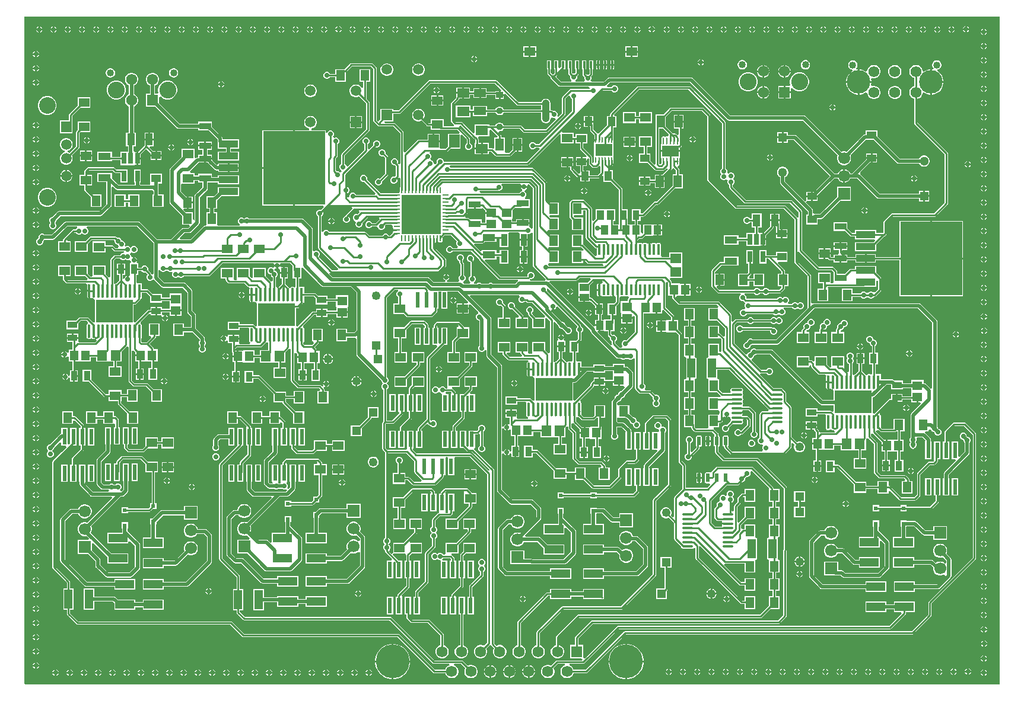
<source format=gbr>
%TF.GenerationSoftware,Altium Limited,Altium Designer,25.3.3 (18)*%
G04 Layer_Physical_Order=1*
G04 Layer_Color=255*
%FSLAX45Y45*%
%MOMM*%
%TF.SameCoordinates,7852E7E1-4E30-4CDD-8EF1-640B4E54786C*%
%TF.FilePolarity,Positive*%
%TF.FileFunction,Copper,L1,Top,Signal*%
%TF.Part,Single*%
G01*
G75*
%TA.AperFunction,SMDPad,CuDef*%
%ADD10R,1.50000X1.25000*%
G04:AMPARAMS|DCode=11|XSize=1.95543mm|YSize=0.42077mm|CornerRadius=0.21038mm|HoleSize=0mm|Usage=FLASHONLY|Rotation=270.000|XOffset=0mm|YOffset=0mm|HoleType=Round|Shape=RoundedRectangle|*
%AMROUNDEDRECTD11*
21,1,1.95543,0.00000,0,0,270.0*
21,1,1.53467,0.42077,0,0,270.0*
1,1,0.42077,0.00000,-0.76733*
1,1,0.42077,0.00000,0.76733*
1,1,0.42077,0.00000,0.76733*
1,1,0.42077,0.00000,-0.76733*
%
%ADD11ROUNDEDRECTD11*%
%ADD12R,5.26000X3.20000*%
%ADD13R,0.42077X1.95543*%
%ADD14R,1.65000X1.30000*%
%ADD15R,0.30000X1.00000*%
%ADD16R,1.80000X1.00000*%
%ADD17R,1.20490X2.70620*%
%ADD18R,0.60000X2.20000*%
%ADD19R,1.80000X1.40000*%
G04:AMPARAMS|DCode=20|XSize=1.57mm|YSize=0.41mm|CornerRadius=0.05125mm|HoleSize=0mm|Usage=FLASHONLY|Rotation=270.000|XOffset=0mm|YOffset=0mm|HoleType=Round|Shape=RoundedRectangle|*
%AMROUNDEDRECTD20*
21,1,1.57000,0.30750,0,0,270.0*
21,1,1.46750,0.41000,0,0,270.0*
1,1,0.10250,-0.15375,-0.73375*
1,1,0.10250,-0.15375,0.73375*
1,1,0.10250,0.15375,0.73375*
1,1,0.10250,0.15375,-0.73375*
%
%ADD20ROUNDEDRECTD20*%
%ADD21R,1.10000X1.35000*%
%ADD22R,5.60000X5.60000*%
%ADD23O,0.25000X0.90000*%
%ADD24O,0.90000X0.25000*%
%ADD25R,1.35000X1.10000*%
%ADD26R,0.65000X1.60000*%
%ADD27R,1.10000X1.70000*%
%ADD28R,1.25000X1.50000*%
%ADD29R,0.95000X1.40000*%
%ADD30O,1.55000X0.35000*%
G04:AMPARAMS|DCode=31|XSize=1.00429mm|YSize=3.18213mm|CornerRadius=0.43687mm|HoleSize=0mm|Usage=FLASHONLY|Rotation=0.000|XOffset=0mm|YOffset=0mm|HoleType=Round|Shape=RoundedRectangle|*
%AMROUNDEDRECTD31*
21,1,1.00429,2.30840,0,0,0.0*
21,1,0.13056,3.18213,0,0,0.0*
1,1,0.87373,0.06528,-1.15420*
1,1,0.87373,-0.06528,-1.15420*
1,1,0.87373,-0.06528,1.15420*
1,1,0.87373,0.06528,1.15420*
%
%ADD31ROUNDEDRECTD31*%
G04:AMPARAMS|DCode=32|XSize=1.00429mm|YSize=0.87213mm|CornerRadius=0.43606mm|HoleSize=0mm|Usage=FLASHONLY|Rotation=0.000|XOffset=0mm|YOffset=0mm|HoleType=Round|Shape=RoundedRectangle|*
%AMROUNDEDRECTD32*
21,1,1.00429,0.00000,0,0,0.0*
21,1,0.13216,0.87213,0,0,0.0*
1,1,0.87213,0.06608,0.00000*
1,1,0.87213,-0.06608,0.00000*
1,1,0.87213,-0.06608,0.00000*
1,1,0.87213,0.06608,0.00000*
%
%ADD32ROUNDEDRECTD32*%
%ADD33R,1.70620X1.15464*%
%ADD34R,1.70000X0.95000*%
%ADD35R,1.40000X1.15000*%
%ADD36R,1.30464X1.45620*%
%ADD37R,1.45620X1.30464*%
G04:AMPARAMS|DCode=38|XSize=0.55mm|YSize=1.25mm|CornerRadius=0.0495mm|HoleSize=0mm|Usage=FLASHONLY|Rotation=0.000|XOffset=0mm|YOffset=0mm|HoleType=Round|Shape=RoundedRectangle|*
%AMROUNDEDRECTD38*
21,1,0.55000,1.15100,0,0,0.0*
21,1,0.45100,1.25000,0,0,0.0*
1,1,0.09900,0.22550,-0.57550*
1,1,0.09900,-0.22550,-0.57550*
1,1,0.09900,-0.22550,0.57550*
1,1,0.09900,0.22550,0.57550*
%
%ADD38ROUNDEDRECTD38*%
%ADD39R,1.35000X1.10000*%
%ADD40R,1.50000X1.40000*%
%ADD41R,1.50550X1.85822*%
G04:AMPARAMS|DCode=42|XSize=0.83107mm|YSize=0.22247mm|CornerRadius=0.11124mm|HoleSize=0mm|Usage=FLASHONLY|Rotation=270.000|XOffset=0mm|YOffset=0mm|HoleType=Round|Shape=RoundedRectangle|*
%AMROUNDEDRECTD42*
21,1,0.83107,0.00000,0,0,270.0*
21,1,0.60859,0.22247,0,0,270.0*
1,1,0.22247,0.00000,-0.30430*
1,1,0.22247,0.00000,0.30430*
1,1,0.22247,0.00000,0.30430*
1,1,0.22247,0.00000,-0.30430*
%
%ADD42ROUNDEDRECTD42*%
%ADD43R,2.48000X1.75000*%
%ADD44R,0.22247X0.83107*%
%ADD45R,0.95000X1.70000*%
%ADD46R,1.10000X1.35000*%
%ADD47R,1.15464X1.70620*%
%ADD48R,0.24247X0.98102*%
G04:AMPARAMS|DCode=49|XSize=0.98102mm|YSize=0.24247mm|CornerRadius=0.12124mm|HoleSize=0mm|Usage=FLASHONLY|Rotation=270.000|XOffset=0mm|YOffset=0mm|HoleType=Round|Shape=RoundedRectangle|*
%AMROUNDEDRECTD49*
21,1,0.98102,0.00000,0,0,270.0*
21,1,0.73855,0.24247,0,0,270.0*
1,1,0.24247,0.00000,-0.36927*
1,1,0.24247,0.00000,0.36927*
1,1,0.24247,0.00000,0.36927*
1,1,0.24247,0.00000,-0.36927*
%
%ADD49ROUNDEDRECTD49*%
%ADD50R,2.48000X1.65000*%
%ADD51R,8.80000X10.60000*%
%ADD52R,2.70000X1.00000*%
%ADD53R,1.40000X0.95000*%
%ADD54R,2.70620X1.20490*%
%ADD55R,1.00429X0.87213*%
%ADD56R,0.60000X0.60000*%
%ADD57R,1.40000X1.50000*%
%TA.AperFunction,Conductor*%
%ADD58C,0.25400*%
%ADD59C,0.50000*%
%ADD60C,0.22200*%
%TA.AperFunction,ComponentPad*%
%ADD61R,1.25000X1.25000*%
%ADD62C,1.25000*%
%ADD63C,4.82500*%
%ADD64C,1.59140*%
%ADD65R,1.59140X1.59140*%
%ADD66C,2.38000*%
%ADD67C,1.50800*%
%ADD68R,1.50800X1.50800*%
%ADD69C,1.02000*%
%ADD70C,1.57000*%
%ADD71R,1.57000X1.57000*%
%ADD72C,2.41000*%
%ADD73R,1.70000X1.70000*%
%ADD74C,1.70000*%
%ADD75R,1.50000X1.50000*%
%ADD76C,1.50000*%
%ADD77R,1.50000X1.50000*%
%ADD78R,1.25000X1.25000*%
%ADD79C,3.37300*%
%ADD80R,1.70000X1.70000*%
%ADD81R,1.30000X1.30000*%
%ADD82C,1.30000*%
%TA.AperFunction,ViaPad*%
%ADD83C,0.70000*%
G36*
X17741901Y1930400D02*
X3838386D01*
X3822688Y1946098D01*
X3822887Y11468100D01*
X17741901D01*
Y1930400D01*
D02*
G37*
%LPC*%
G36*
X17272000Y11333747D02*
Y11303000D01*
X17302747D01*
X17297449Y11315790D01*
X17284790Y11328449D01*
X17272000Y11333747D01*
D02*
G37*
G36*
X17246600D02*
X17233810Y11328449D01*
X17221152Y11315790D01*
X17215852Y11303000D01*
X17246600D01*
Y11333747D01*
D02*
G37*
G36*
X12788900D02*
Y11303000D01*
X12819647D01*
X12814349Y11315790D01*
X12801691Y11328449D01*
X12788900Y11333747D01*
D02*
G37*
G36*
X12763500D02*
X12750710Y11328449D01*
X12738051Y11315790D01*
X12732753Y11303000D01*
X12763500D01*
Y11333747D01*
D02*
G37*
G36*
X8318500D02*
Y11303000D01*
X8349247D01*
X8343949Y11315790D01*
X8331290Y11328449D01*
X8318500Y11333747D01*
D02*
G37*
G36*
X8293100D02*
X8280310Y11328449D01*
X8267651Y11315790D01*
X8262353Y11303000D01*
X8293100D01*
Y11333747D01*
D02*
G37*
G36*
X17066971Y11330969D02*
Y11300222D01*
X17097717D01*
X17092419Y11313012D01*
X17079762Y11325671D01*
X17066971Y11330969D01*
D02*
G37*
G36*
X17041571D02*
X17028781Y11325671D01*
X17016122Y11313012D01*
X17010825Y11300222D01*
X17041571D01*
Y11330969D01*
D02*
G37*
G36*
X12583871D02*
Y11300222D01*
X12614618D01*
X12609320Y11313012D01*
X12596662Y11325671D01*
X12583871Y11330969D01*
D02*
G37*
G36*
X12558471D02*
X12545681Y11325671D01*
X12533022Y11313012D01*
X12527724Y11300222D01*
X12558471D01*
Y11330969D01*
D02*
G37*
G36*
X8113471D02*
Y11300222D01*
X8144218D01*
X8138920Y11313012D01*
X8126262Y11325671D01*
X8113471Y11330969D01*
D02*
G37*
G36*
X8088071D02*
X8075281Y11325671D01*
X8062622Y11313012D01*
X8057324Y11300222D01*
X8088071D01*
Y11330969D01*
D02*
G37*
G36*
X16861942Y11328191D02*
Y11297444D01*
X16892690D01*
X16887392Y11310234D01*
X16874733Y11322893D01*
X16861942Y11328191D01*
D02*
G37*
G36*
X16836542D02*
X16823752Y11322893D01*
X16811093Y11310234D01*
X16805795Y11297444D01*
X16836542D01*
Y11328191D01*
D02*
G37*
G36*
X16658742D02*
Y11297444D01*
X16689490D01*
X16684190Y11310234D01*
X16671533Y11322893D01*
X16658742Y11328191D01*
D02*
G37*
G36*
X16633342D02*
X16620552Y11322893D01*
X16607893Y11310234D01*
X16602596Y11297444D01*
X16633342D01*
Y11328191D01*
D02*
G37*
G36*
X16455542D02*
Y11297444D01*
X16486288D01*
X16480991Y11310234D01*
X16468333Y11322893D01*
X16455542Y11328191D01*
D02*
G37*
G36*
X16430142D02*
X16417352Y11322893D01*
X16404694Y11310234D01*
X16399396Y11297444D01*
X16430142D01*
Y11328191D01*
D02*
G37*
G36*
X16252342D02*
Y11297444D01*
X16283089D01*
X16277791Y11310234D01*
X16265134Y11322893D01*
X16252342Y11328191D01*
D02*
G37*
G36*
X16226942D02*
X16214153Y11322893D01*
X16201492Y11310234D01*
X16196194Y11297444D01*
X16226942D01*
Y11328191D01*
D02*
G37*
G36*
X16049142D02*
Y11297444D01*
X16079889D01*
X16074591Y11310234D01*
X16061932Y11322893D01*
X16049142Y11328191D01*
D02*
G37*
G36*
X16023743D02*
X16010953Y11322893D01*
X15998293Y11310234D01*
X15992995Y11297444D01*
X16023743D01*
Y11328191D01*
D02*
G37*
G36*
X15845943D02*
Y11297444D01*
X15876689D01*
X15871391Y11310234D01*
X15858733Y11322893D01*
X15845943Y11328191D01*
D02*
G37*
G36*
X15820541D02*
X15807751Y11322893D01*
X15795093Y11310234D01*
X15789795Y11297444D01*
X15820541D01*
Y11328191D01*
D02*
G37*
G36*
X15642741D02*
Y11297444D01*
X15673489D01*
X15668192Y11310234D01*
X15655533Y11322893D01*
X15642741Y11328191D01*
D02*
G37*
G36*
X15617342D02*
X15604552Y11322893D01*
X15591893Y11310234D01*
X15586595Y11297444D01*
X15617342D01*
Y11328191D01*
D02*
G37*
G36*
X15439542D02*
Y11297444D01*
X15470290D01*
X15464992Y11310234D01*
X15452333Y11322893D01*
X15439542Y11328191D01*
D02*
G37*
G36*
X15414142D02*
X15401352Y11322893D01*
X15388693Y11310234D01*
X15383395Y11297444D01*
X15414142D01*
Y11328191D01*
D02*
G37*
G36*
X15236342D02*
Y11297444D01*
X15267088D01*
X15261790Y11310234D01*
X15249133Y11322893D01*
X15236342Y11328191D01*
D02*
G37*
G36*
X15210942D02*
X15198152Y11322893D01*
X15185493Y11310234D01*
X15180196Y11297444D01*
X15210942D01*
Y11328191D01*
D02*
G37*
G36*
X15033142D02*
Y11297444D01*
X15063889D01*
X15058591Y11310234D01*
X15045934Y11322893D01*
X15033142Y11328191D01*
D02*
G37*
G36*
X15007742D02*
X14994952Y11322893D01*
X14982294Y11310234D01*
X14976994Y11297444D01*
X15007742D01*
Y11328191D01*
D02*
G37*
G36*
X14829942D02*
Y11297444D01*
X14860689D01*
X14855391Y11310234D01*
X14842732Y11322893D01*
X14829942Y11328191D01*
D02*
G37*
G36*
X14804543D02*
X14791753Y11322893D01*
X14779092Y11310234D01*
X14773795Y11297444D01*
X14804543D01*
Y11328191D01*
D02*
G37*
G36*
X14626743D02*
Y11297444D01*
X14657489D01*
X14652191Y11310234D01*
X14639532Y11322893D01*
X14626743Y11328191D01*
D02*
G37*
G36*
X14601341D02*
X14588551Y11322893D01*
X14575893Y11310234D01*
X14570595Y11297444D01*
X14601341D01*
Y11328191D01*
D02*
G37*
G36*
X14423541D02*
Y11297444D01*
X14454289D01*
X14448991Y11310234D01*
X14436333Y11322893D01*
X14423541Y11328191D01*
D02*
G37*
G36*
X14398141D02*
X14385352Y11322893D01*
X14372693Y11310234D01*
X14367395Y11297444D01*
X14398141D01*
Y11328191D01*
D02*
G37*
G36*
X14220341D02*
Y11297444D01*
X14251089D01*
X14245792Y11310234D01*
X14233133Y11322893D01*
X14220341Y11328191D01*
D02*
G37*
G36*
X14194942D02*
X14182152Y11322893D01*
X14169493Y11310234D01*
X14164195Y11297444D01*
X14194942D01*
Y11328191D01*
D02*
G37*
G36*
X14017142D02*
Y11297444D01*
X14047890D01*
X14042590Y11310234D01*
X14029933Y11322893D01*
X14017142Y11328191D01*
D02*
G37*
G36*
X13991742D02*
X13978952Y11322893D01*
X13966293Y11310234D01*
X13960995Y11297444D01*
X13991742D01*
Y11328191D01*
D02*
G37*
G36*
X13813942D02*
Y11297444D01*
X13844688D01*
X13839391Y11310234D01*
X13826733Y11322893D01*
X13813942Y11328191D01*
D02*
G37*
G36*
X13788542D02*
X13775752Y11322893D01*
X13763094Y11310234D01*
X13757796Y11297444D01*
X13788542D01*
Y11328191D01*
D02*
G37*
G36*
X13610742D02*
Y11297444D01*
X13641489D01*
X13636191Y11310234D01*
X13623534Y11322893D01*
X13610742Y11328191D01*
D02*
G37*
G36*
X13585342D02*
X13572552Y11322893D01*
X13559892Y11310234D01*
X13554594Y11297444D01*
X13585342D01*
Y11328191D01*
D02*
G37*
G36*
X13407542D02*
Y11297444D01*
X13438289D01*
X13432991Y11310234D01*
X13420332Y11322893D01*
X13407542Y11328191D01*
D02*
G37*
G36*
X13382143D02*
X13369353Y11322893D01*
X13356693Y11310234D01*
X13351395Y11297444D01*
X13382143D01*
Y11328191D01*
D02*
G37*
G36*
X13204343D02*
Y11297444D01*
X13235089D01*
X13229791Y11310234D01*
X13217133Y11322893D01*
X13204343Y11328191D01*
D02*
G37*
G36*
X13178941D02*
X13166151Y11322893D01*
X13153493Y11310234D01*
X13148195Y11297444D01*
X13178941D01*
Y11328191D01*
D02*
G37*
G36*
X13001141D02*
Y11297444D01*
X13031889D01*
X13026591Y11310234D01*
X13013933Y11322893D01*
X13001141Y11328191D01*
D02*
G37*
G36*
X12975742D02*
X12962952Y11322893D01*
X12950293Y11310234D01*
X12944995Y11297444D01*
X12975742D01*
Y11328191D01*
D02*
G37*
G36*
X12378842D02*
Y11297444D01*
X12409589D01*
X12404291Y11310234D01*
X12391633Y11322893D01*
X12378842Y11328191D01*
D02*
G37*
G36*
X12353442D02*
X12340652Y11322893D01*
X12327993Y11310234D01*
X12322695Y11297444D01*
X12353442D01*
Y11328191D01*
D02*
G37*
G36*
X12175642D02*
Y11297444D01*
X12206389D01*
X12201091Y11310234D01*
X12188433Y11322893D01*
X12175642Y11328191D01*
D02*
G37*
G36*
X12150242D02*
X12137452Y11322893D01*
X12124793Y11310234D01*
X12119495Y11297444D01*
X12150242D01*
Y11328191D01*
D02*
G37*
G36*
X11972442D02*
Y11297444D01*
X12003189D01*
X11997891Y11310234D01*
X11985233Y11322893D01*
X11972442Y11328191D01*
D02*
G37*
G36*
X11947042D02*
X11934252Y11322893D01*
X11921593Y11310234D01*
X11916295Y11297444D01*
X11947042D01*
Y11328191D01*
D02*
G37*
G36*
X11769242D02*
Y11297444D01*
X11799989D01*
X11794691Y11310234D01*
X11782033Y11322893D01*
X11769242Y11328191D01*
D02*
G37*
G36*
X11743842D02*
X11731052Y11322893D01*
X11718393Y11310234D01*
X11713095Y11297444D01*
X11743842D01*
Y11328191D01*
D02*
G37*
G36*
X11566042D02*
Y11297444D01*
X11596789D01*
X11591491Y11310234D01*
X11578833Y11322893D01*
X11566042Y11328191D01*
D02*
G37*
G36*
X11540642D02*
X11527852Y11322893D01*
X11515193Y11310234D01*
X11509895Y11297444D01*
X11540642D01*
Y11328191D01*
D02*
G37*
G36*
X11362842D02*
Y11297444D01*
X11393589D01*
X11388291Y11310234D01*
X11375633Y11322893D01*
X11362842Y11328191D01*
D02*
G37*
G36*
X11337442D02*
X11324652Y11322893D01*
X11311993Y11310234D01*
X11306695Y11297444D01*
X11337442D01*
Y11328191D01*
D02*
G37*
G36*
X11159642D02*
Y11297444D01*
X11190389D01*
X11185091Y11310234D01*
X11172433Y11322893D01*
X11159642Y11328191D01*
D02*
G37*
G36*
X11134242D02*
X11121452Y11322893D01*
X11108793Y11310234D01*
X11103495Y11297444D01*
X11134242D01*
Y11328191D01*
D02*
G37*
G36*
X10956442D02*
Y11297444D01*
X10987189D01*
X10981891Y11310234D01*
X10969233Y11322893D01*
X10956442Y11328191D01*
D02*
G37*
G36*
X10931042D02*
X10918252Y11322893D01*
X10905593Y11310234D01*
X10900295Y11297444D01*
X10931042D01*
Y11328191D01*
D02*
G37*
G36*
X10753242D02*
Y11297444D01*
X10783989D01*
X10778691Y11310234D01*
X10766033Y11322893D01*
X10753242Y11328191D01*
D02*
G37*
G36*
X10727842D02*
X10715052Y11322893D01*
X10702393Y11310234D01*
X10697095Y11297444D01*
X10727842D01*
Y11328191D01*
D02*
G37*
G36*
X10550042D02*
Y11297444D01*
X10580789D01*
X10575491Y11310234D01*
X10562833Y11322893D01*
X10550042Y11328191D01*
D02*
G37*
G36*
X10524642D02*
X10511852Y11322893D01*
X10499193Y11310234D01*
X10493895Y11297444D01*
X10524642D01*
Y11328191D01*
D02*
G37*
G36*
X10346842D02*
Y11297444D01*
X10377589D01*
X10372291Y11310234D01*
X10359633Y11322893D01*
X10346842Y11328191D01*
D02*
G37*
G36*
X10321442D02*
X10308652Y11322893D01*
X10295993Y11310234D01*
X10290695Y11297444D01*
X10321442D01*
Y11328191D01*
D02*
G37*
G36*
X10143642D02*
Y11297444D01*
X10174389D01*
X10169091Y11310234D01*
X10156433Y11322893D01*
X10143642Y11328191D01*
D02*
G37*
G36*
X10118242D02*
X10105452Y11322893D01*
X10092793Y11310234D01*
X10087495Y11297444D01*
X10118242D01*
Y11328191D01*
D02*
G37*
G36*
X9940442D02*
Y11297444D01*
X9971189D01*
X9965891Y11310234D01*
X9953233Y11322893D01*
X9940442Y11328191D01*
D02*
G37*
G36*
X9915042D02*
X9902252Y11322893D01*
X9889593Y11310234D01*
X9884295Y11297444D01*
X9915042D01*
Y11328191D01*
D02*
G37*
G36*
X9737242D02*
Y11297444D01*
X9767989D01*
X9762691Y11310234D01*
X9750033Y11322893D01*
X9737242Y11328191D01*
D02*
G37*
G36*
X9711842D02*
X9699052Y11322893D01*
X9686393Y11310234D01*
X9681095Y11297444D01*
X9711842D01*
Y11328191D01*
D02*
G37*
G36*
X9534042D02*
Y11297444D01*
X9564789D01*
X9559491Y11310234D01*
X9546833Y11322893D01*
X9534042Y11328191D01*
D02*
G37*
G36*
X9508642D02*
X9495852Y11322893D01*
X9483193Y11310234D01*
X9477895Y11297444D01*
X9508642D01*
Y11328191D01*
D02*
G37*
G36*
X9330842D02*
Y11297444D01*
X9361589D01*
X9356291Y11310234D01*
X9343633Y11322893D01*
X9330842Y11328191D01*
D02*
G37*
G36*
X9305442D02*
X9292652Y11322893D01*
X9279993Y11310234D01*
X9274695Y11297444D01*
X9305442D01*
Y11328191D01*
D02*
G37*
G36*
X9127642D02*
Y11297444D01*
X9158389D01*
X9153091Y11310234D01*
X9140433Y11322893D01*
X9127642Y11328191D01*
D02*
G37*
G36*
X9102242D02*
X9089452Y11322893D01*
X9076793Y11310234D01*
X9071495Y11297444D01*
X9102242D01*
Y11328191D01*
D02*
G37*
G36*
X8924442D02*
Y11297444D01*
X8955189D01*
X8949891Y11310234D01*
X8937233Y11322893D01*
X8924442Y11328191D01*
D02*
G37*
G36*
X8899042D02*
X8886252Y11322893D01*
X8873593Y11310234D01*
X8868295Y11297444D01*
X8899042D01*
Y11328191D01*
D02*
G37*
G36*
X8721242D02*
Y11297444D01*
X8751989D01*
X8746691Y11310234D01*
X8734033Y11322893D01*
X8721242Y11328191D01*
D02*
G37*
G36*
X8695842D02*
X8683052Y11322893D01*
X8670393Y11310234D01*
X8665095Y11297444D01*
X8695842D01*
Y11328191D01*
D02*
G37*
G36*
X8518042D02*
Y11297444D01*
X8548789D01*
X8543491Y11310234D01*
X8530833Y11322893D01*
X8518042Y11328191D01*
D02*
G37*
G36*
X8492642D02*
X8479852Y11322893D01*
X8467193Y11310234D01*
X8461895Y11297444D01*
X8492642D01*
Y11328191D01*
D02*
G37*
G36*
X7908442D02*
Y11297444D01*
X7939189D01*
X7933891Y11310234D01*
X7921233Y11322893D01*
X7908442Y11328191D01*
D02*
G37*
G36*
X7883042D02*
X7870252Y11322893D01*
X7857593Y11310234D01*
X7852295Y11297444D01*
X7883042D01*
Y11328191D01*
D02*
G37*
G36*
X7705242D02*
Y11297444D01*
X7735989D01*
X7730691Y11310234D01*
X7718033Y11322893D01*
X7705242Y11328191D01*
D02*
G37*
G36*
X7679842D02*
X7667052Y11322893D01*
X7654393Y11310234D01*
X7649095Y11297444D01*
X7679842D01*
Y11328191D01*
D02*
G37*
G36*
X7502042D02*
Y11297444D01*
X7532789D01*
X7527491Y11310234D01*
X7514833Y11322893D01*
X7502042Y11328191D01*
D02*
G37*
G36*
X7476642D02*
X7463852Y11322893D01*
X7451193Y11310234D01*
X7445895Y11297444D01*
X7476642D01*
Y11328191D01*
D02*
G37*
G36*
X7298842D02*
Y11297444D01*
X7329589D01*
X7324291Y11310234D01*
X7311633Y11322893D01*
X7298842Y11328191D01*
D02*
G37*
G36*
X7273442D02*
X7260652Y11322893D01*
X7247993Y11310234D01*
X7242695Y11297444D01*
X7273442D01*
Y11328191D01*
D02*
G37*
G36*
X7095642D02*
Y11297444D01*
X7126389D01*
X7121091Y11310234D01*
X7108433Y11322893D01*
X7095642Y11328191D01*
D02*
G37*
G36*
X7070242D02*
X7057452Y11322893D01*
X7044793Y11310234D01*
X7039495Y11297444D01*
X7070242D01*
Y11328191D01*
D02*
G37*
G36*
X6892442D02*
Y11297444D01*
X6923189D01*
X6917891Y11310234D01*
X6905233Y11322893D01*
X6892442Y11328191D01*
D02*
G37*
G36*
X6867042D02*
X6854252Y11322893D01*
X6841593Y11310234D01*
X6836295Y11297444D01*
X6867042D01*
Y11328191D01*
D02*
G37*
G36*
X6689242D02*
Y11297444D01*
X6719989D01*
X6714691Y11310234D01*
X6702033Y11322893D01*
X6689242Y11328191D01*
D02*
G37*
G36*
X6663842D02*
X6651052Y11322893D01*
X6638393Y11310234D01*
X6633095Y11297444D01*
X6663842D01*
Y11328191D01*
D02*
G37*
G36*
X6486042D02*
Y11297444D01*
X6516789D01*
X6511491Y11310234D01*
X6498833Y11322893D01*
X6486042Y11328191D01*
D02*
G37*
G36*
X6460642D02*
X6447852Y11322893D01*
X6435193Y11310234D01*
X6429895Y11297444D01*
X6460642D01*
Y11328191D01*
D02*
G37*
G36*
X6282842D02*
Y11297444D01*
X6313589D01*
X6308291Y11310234D01*
X6295633Y11322893D01*
X6282842Y11328191D01*
D02*
G37*
G36*
X6257442D02*
X6244652Y11322893D01*
X6231993Y11310234D01*
X6226695Y11297444D01*
X6257442D01*
Y11328191D01*
D02*
G37*
G36*
X6079642D02*
Y11297444D01*
X6110389D01*
X6105091Y11310234D01*
X6092433Y11322893D01*
X6079642Y11328191D01*
D02*
G37*
G36*
X6054242D02*
X6041452Y11322893D01*
X6028793Y11310234D01*
X6023495Y11297444D01*
X6054242D01*
Y11328191D01*
D02*
G37*
G36*
X5876442D02*
Y11297444D01*
X5907189D01*
X5901891Y11310234D01*
X5889233Y11322893D01*
X5876442Y11328191D01*
D02*
G37*
G36*
X5851042D02*
X5838252Y11322893D01*
X5825593Y11310234D01*
X5820295Y11297444D01*
X5851042D01*
Y11328191D01*
D02*
G37*
G36*
X5673242D02*
Y11297444D01*
X5703989D01*
X5698691Y11310234D01*
X5686033Y11322893D01*
X5673242Y11328191D01*
D02*
G37*
G36*
X5647842D02*
X5635052Y11322893D01*
X5622393Y11310234D01*
X5617095Y11297444D01*
X5647842D01*
Y11328191D01*
D02*
G37*
G36*
X5470042D02*
Y11297444D01*
X5500789D01*
X5495491Y11310234D01*
X5482833Y11322893D01*
X5470042Y11328191D01*
D02*
G37*
G36*
X5444642D02*
X5431852Y11322893D01*
X5419193Y11310234D01*
X5413895Y11297444D01*
X5444642D01*
Y11328191D01*
D02*
G37*
G36*
X5266842D02*
Y11297444D01*
X5297589D01*
X5292291Y11310234D01*
X5279633Y11322893D01*
X5266842Y11328191D01*
D02*
G37*
G36*
X5241442D02*
X5228652Y11322893D01*
X5215993Y11310234D01*
X5210695Y11297444D01*
X5241442D01*
Y11328191D01*
D02*
G37*
G36*
X5063642D02*
Y11297444D01*
X5094389D01*
X5089091Y11310234D01*
X5076433Y11322893D01*
X5063642Y11328191D01*
D02*
G37*
G36*
X5038242D02*
X5025452Y11322893D01*
X5012793Y11310234D01*
X5007495Y11297444D01*
X5038242D01*
Y11328191D01*
D02*
G37*
G36*
X4860442D02*
Y11297444D01*
X4891189D01*
X4885891Y11310234D01*
X4873233Y11322893D01*
X4860442Y11328191D01*
D02*
G37*
G36*
X4835042D02*
X4822252Y11322893D01*
X4809593Y11310234D01*
X4804295Y11297444D01*
X4835042D01*
Y11328191D01*
D02*
G37*
G36*
X4657242D02*
Y11297444D01*
X4687989D01*
X4682691Y11310234D01*
X4670033Y11322893D01*
X4657242Y11328191D01*
D02*
G37*
G36*
X4631842D02*
X4619052Y11322893D01*
X4606393Y11310234D01*
X4601095Y11297444D01*
X4631842D01*
Y11328191D01*
D02*
G37*
G36*
X4454042D02*
Y11297444D01*
X4484789D01*
X4479491Y11310234D01*
X4466833Y11322893D01*
X4454042Y11328191D01*
D02*
G37*
G36*
X4428642D02*
X4415852Y11322893D01*
X4403193Y11310234D01*
X4397895Y11297444D01*
X4428642D01*
Y11328191D01*
D02*
G37*
G36*
X4250842D02*
Y11297444D01*
X4281589D01*
X4276291Y11310234D01*
X4263633Y11322893D01*
X4250842Y11328191D01*
D02*
G37*
G36*
X4225442D02*
X4212652Y11322893D01*
X4199993Y11310234D01*
X4194695Y11297444D01*
X4225442D01*
Y11328191D01*
D02*
G37*
G36*
X4047642D02*
Y11297444D01*
X4078389D01*
X4073091Y11310234D01*
X4060433Y11322893D01*
X4047642Y11328191D01*
D02*
G37*
G36*
X4022242D02*
X4009452Y11322893D01*
X3996793Y11310234D01*
X3991495Y11297444D01*
X4022242D01*
Y11328191D01*
D02*
G37*
G36*
X17525999Y11295647D02*
Y11264900D01*
X17556747D01*
X17551450Y11277690D01*
X17538789Y11290349D01*
X17525999Y11295647D01*
D02*
G37*
G36*
X17500600D02*
X17487810Y11290349D01*
X17475151Y11277690D01*
X17469853Y11264900D01*
X17500600D01*
Y11295647D01*
D02*
G37*
G36*
X17302747Y11277600D02*
X17272000D01*
Y11246853D01*
X17284790Y11252151D01*
X17297449Y11264810D01*
X17302747Y11277600D01*
D02*
G37*
G36*
X17246600D02*
X17215852D01*
X17221152Y11264810D01*
X17233810Y11252151D01*
X17246600Y11246853D01*
Y11277600D01*
D02*
G37*
G36*
X12819647D02*
X12788900D01*
Y11246853D01*
X12801691Y11252151D01*
X12814349Y11264810D01*
X12819647Y11277600D01*
D02*
G37*
G36*
X12763500D02*
X12732753D01*
X12738051Y11264810D01*
X12750710Y11252151D01*
X12763500Y11246853D01*
Y11277600D01*
D02*
G37*
G36*
X8349247D02*
X8318500D01*
Y11246853D01*
X8331290Y11252151D01*
X8343949Y11264810D01*
X8349247Y11277600D01*
D02*
G37*
G36*
X8293100D02*
X8262353D01*
X8267651Y11264810D01*
X8280310Y11252151D01*
X8293100Y11246853D01*
Y11277600D01*
D02*
G37*
G36*
X17097717Y11274822D02*
X17066971D01*
Y11244075D01*
X17079762Y11249373D01*
X17092419Y11262032D01*
X17097717Y11274822D01*
D02*
G37*
G36*
X17041571D02*
X17010825D01*
X17016122Y11262032D01*
X17028781Y11249373D01*
X17041571Y11244075D01*
Y11274822D01*
D02*
G37*
G36*
X12614618D02*
X12583871D01*
Y11244075D01*
X12596662Y11249373D01*
X12609320Y11262032D01*
X12614618Y11274822D01*
D02*
G37*
G36*
X12558471D02*
X12527724D01*
X12533022Y11262032D01*
X12545681Y11249373D01*
X12558471Y11244075D01*
Y11274822D01*
D02*
G37*
G36*
X8144218D02*
X8113471D01*
Y11244075D01*
X8126262Y11249373D01*
X8138920Y11262032D01*
X8144218Y11274822D01*
D02*
G37*
G36*
X8088071D02*
X8057324D01*
X8062622Y11262032D01*
X8075281Y11249373D01*
X8088071Y11244075D01*
Y11274822D01*
D02*
G37*
G36*
X16892690Y11272044D02*
X16861942D01*
Y11241297D01*
X16874733Y11246595D01*
X16887392Y11259254D01*
X16892690Y11272044D01*
D02*
G37*
G36*
X16836542D02*
X16805795D01*
X16811093Y11259254D01*
X16823752Y11246595D01*
X16836542Y11241297D01*
Y11272044D01*
D02*
G37*
G36*
X16689490D02*
X16658742D01*
Y11241297D01*
X16671533Y11246595D01*
X16684190Y11259254D01*
X16689490Y11272044D01*
D02*
G37*
G36*
X16633342D02*
X16602596D01*
X16607893Y11259254D01*
X16620552Y11246595D01*
X16633342Y11241297D01*
Y11272044D01*
D02*
G37*
G36*
X16486288D02*
X16455542D01*
Y11241297D01*
X16468333Y11246595D01*
X16480991Y11259254D01*
X16486288Y11272044D01*
D02*
G37*
G36*
X16430142D02*
X16399396D01*
X16404694Y11259254D01*
X16417352Y11246595D01*
X16430142Y11241297D01*
Y11272044D01*
D02*
G37*
G36*
X16283089D02*
X16252342D01*
Y11241297D01*
X16265134Y11246595D01*
X16277791Y11259254D01*
X16283089Y11272044D01*
D02*
G37*
G36*
X16226942D02*
X16196194D01*
X16201492Y11259254D01*
X16214153Y11246595D01*
X16226942Y11241297D01*
Y11272044D01*
D02*
G37*
G36*
X16079889D02*
X16049142D01*
Y11241297D01*
X16061932Y11246595D01*
X16074591Y11259254D01*
X16079889Y11272044D01*
D02*
G37*
G36*
X16023743D02*
X15992995D01*
X15998293Y11259254D01*
X16010953Y11246595D01*
X16023743Y11241297D01*
Y11272044D01*
D02*
G37*
G36*
X15876689D02*
X15845943D01*
Y11241297D01*
X15858733Y11246595D01*
X15871391Y11259254D01*
X15876689Y11272044D01*
D02*
G37*
G36*
X15820541D02*
X15789795D01*
X15795093Y11259254D01*
X15807751Y11246595D01*
X15820541Y11241297D01*
Y11272044D01*
D02*
G37*
G36*
X15673489D02*
X15642741D01*
Y11241297D01*
X15655533Y11246595D01*
X15668192Y11259254D01*
X15673489Y11272044D01*
D02*
G37*
G36*
X15617342D02*
X15586595D01*
X15591893Y11259254D01*
X15604552Y11246595D01*
X15617342Y11241297D01*
Y11272044D01*
D02*
G37*
G36*
X15470290D02*
X15439542D01*
Y11241297D01*
X15452333Y11246595D01*
X15464992Y11259254D01*
X15470290Y11272044D01*
D02*
G37*
G36*
X15414142D02*
X15383395D01*
X15388693Y11259254D01*
X15401352Y11246595D01*
X15414142Y11241297D01*
Y11272044D01*
D02*
G37*
G36*
X15267088D02*
X15236342D01*
Y11241297D01*
X15249133Y11246595D01*
X15261790Y11259254D01*
X15267088Y11272044D01*
D02*
G37*
G36*
X15210942D02*
X15180196D01*
X15185493Y11259254D01*
X15198152Y11246595D01*
X15210942Y11241297D01*
Y11272044D01*
D02*
G37*
G36*
X15063889D02*
X15033142D01*
Y11241297D01*
X15045934Y11246595D01*
X15058591Y11259254D01*
X15063889Y11272044D01*
D02*
G37*
G36*
X15007742D02*
X14976994D01*
X14982294Y11259254D01*
X14994952Y11246595D01*
X15007742Y11241297D01*
Y11272044D01*
D02*
G37*
G36*
X14860689D02*
X14829942D01*
Y11241297D01*
X14842732Y11246595D01*
X14855391Y11259254D01*
X14860689Y11272044D01*
D02*
G37*
G36*
X14804543D02*
X14773795D01*
X14779092Y11259254D01*
X14791753Y11246595D01*
X14804543Y11241297D01*
Y11272044D01*
D02*
G37*
G36*
X14657489D02*
X14626743D01*
Y11241297D01*
X14639532Y11246595D01*
X14652191Y11259254D01*
X14657489Y11272044D01*
D02*
G37*
G36*
X14601341D02*
X14570595D01*
X14575893Y11259254D01*
X14588551Y11246595D01*
X14601341Y11241297D01*
Y11272044D01*
D02*
G37*
G36*
X14454289D02*
X14423541D01*
Y11241297D01*
X14436333Y11246595D01*
X14448991Y11259254D01*
X14454289Y11272044D01*
D02*
G37*
G36*
X14398141D02*
X14367395D01*
X14372693Y11259254D01*
X14385352Y11246595D01*
X14398141Y11241297D01*
Y11272044D01*
D02*
G37*
G36*
X14251089D02*
X14220341D01*
Y11241297D01*
X14233133Y11246595D01*
X14245792Y11259254D01*
X14251089Y11272044D01*
D02*
G37*
G36*
X14194942D02*
X14164195D01*
X14169493Y11259254D01*
X14182152Y11246595D01*
X14194942Y11241297D01*
Y11272044D01*
D02*
G37*
G36*
X14047890D02*
X14017142D01*
Y11241297D01*
X14029933Y11246595D01*
X14042590Y11259254D01*
X14047890Y11272044D01*
D02*
G37*
G36*
X13991742D02*
X13960995D01*
X13966293Y11259254D01*
X13978952Y11246595D01*
X13991742Y11241297D01*
Y11272044D01*
D02*
G37*
G36*
X13844688D02*
X13813942D01*
Y11241297D01*
X13826733Y11246595D01*
X13839391Y11259254D01*
X13844688Y11272044D01*
D02*
G37*
G36*
X13788542D02*
X13757796D01*
X13763094Y11259254D01*
X13775752Y11246595D01*
X13788542Y11241297D01*
Y11272044D01*
D02*
G37*
G36*
X13641489D02*
X13610742D01*
Y11241297D01*
X13623534Y11246595D01*
X13636191Y11259254D01*
X13641489Y11272044D01*
D02*
G37*
G36*
X13585342D02*
X13554594D01*
X13559892Y11259254D01*
X13572552Y11246595D01*
X13585342Y11241297D01*
Y11272044D01*
D02*
G37*
G36*
X13438289D02*
X13407542D01*
Y11241297D01*
X13420332Y11246595D01*
X13432991Y11259254D01*
X13438289Y11272044D01*
D02*
G37*
G36*
X13382143D02*
X13351395D01*
X13356693Y11259254D01*
X13369353Y11246595D01*
X13382143Y11241297D01*
Y11272044D01*
D02*
G37*
G36*
X13235089D02*
X13204343D01*
Y11241297D01*
X13217133Y11246595D01*
X13229791Y11259254D01*
X13235089Y11272044D01*
D02*
G37*
G36*
X13178941D02*
X13148195D01*
X13153493Y11259254D01*
X13166151Y11246595D01*
X13178941Y11241297D01*
Y11272044D01*
D02*
G37*
G36*
X13031889D02*
X13001141D01*
Y11241297D01*
X13013933Y11246595D01*
X13026591Y11259254D01*
X13031889Y11272044D01*
D02*
G37*
G36*
X12975742D02*
X12944995D01*
X12950293Y11259254D01*
X12962952Y11246595D01*
X12975742Y11241297D01*
Y11272044D01*
D02*
G37*
G36*
X12409589D02*
X12378842D01*
Y11241297D01*
X12391633Y11246595D01*
X12404291Y11259254D01*
X12409589Y11272044D01*
D02*
G37*
G36*
X12353442D02*
X12322695D01*
X12327993Y11259254D01*
X12340652Y11246595D01*
X12353442Y11241297D01*
Y11272044D01*
D02*
G37*
G36*
X12206389D02*
X12175642D01*
Y11241297D01*
X12188433Y11246595D01*
X12201091Y11259254D01*
X12206389Y11272044D01*
D02*
G37*
G36*
X12150242D02*
X12119495D01*
X12124793Y11259254D01*
X12137452Y11246595D01*
X12150242Y11241297D01*
Y11272044D01*
D02*
G37*
G36*
X12003189D02*
X11972442D01*
Y11241297D01*
X11985233Y11246595D01*
X11997891Y11259254D01*
X12003189Y11272044D01*
D02*
G37*
G36*
X11947042D02*
X11916295D01*
X11921593Y11259254D01*
X11934252Y11246595D01*
X11947042Y11241297D01*
Y11272044D01*
D02*
G37*
G36*
X11799989D02*
X11769242D01*
Y11241297D01*
X11782033Y11246595D01*
X11794691Y11259254D01*
X11799989Y11272044D01*
D02*
G37*
G36*
X11743842D02*
X11713095D01*
X11718393Y11259254D01*
X11731052Y11246595D01*
X11743842Y11241297D01*
Y11272044D01*
D02*
G37*
G36*
X11596789D02*
X11566042D01*
Y11241297D01*
X11578833Y11246595D01*
X11591491Y11259254D01*
X11596789Y11272044D01*
D02*
G37*
G36*
X11540642D02*
X11509895D01*
X11515193Y11259254D01*
X11527852Y11246595D01*
X11540642Y11241297D01*
Y11272044D01*
D02*
G37*
G36*
X11393589D02*
X11362842D01*
Y11241297D01*
X11375633Y11246595D01*
X11388291Y11259254D01*
X11393589Y11272044D01*
D02*
G37*
G36*
X11337442D02*
X11306695D01*
X11311993Y11259254D01*
X11324652Y11246595D01*
X11337442Y11241297D01*
Y11272044D01*
D02*
G37*
G36*
X11190389D02*
X11159642D01*
Y11241297D01*
X11172433Y11246595D01*
X11185091Y11259254D01*
X11190389Y11272044D01*
D02*
G37*
G36*
X11134242D02*
X11103495D01*
X11108793Y11259254D01*
X11121452Y11246595D01*
X11134242Y11241297D01*
Y11272044D01*
D02*
G37*
G36*
X10987189D02*
X10956442D01*
Y11241297D01*
X10969233Y11246595D01*
X10981891Y11259254D01*
X10987189Y11272044D01*
D02*
G37*
G36*
X10931042D02*
X10900295D01*
X10905593Y11259254D01*
X10918252Y11246595D01*
X10931042Y11241297D01*
Y11272044D01*
D02*
G37*
G36*
X10783989D02*
X10753242D01*
Y11241297D01*
X10766033Y11246595D01*
X10778691Y11259254D01*
X10783989Y11272044D01*
D02*
G37*
G36*
X10727842D02*
X10697095D01*
X10702393Y11259254D01*
X10715052Y11246595D01*
X10727842Y11241297D01*
Y11272044D01*
D02*
G37*
G36*
X10580789D02*
X10550042D01*
Y11241297D01*
X10562833Y11246595D01*
X10575491Y11259254D01*
X10580789Y11272044D01*
D02*
G37*
G36*
X10524642D02*
X10493895D01*
X10499193Y11259254D01*
X10511852Y11246595D01*
X10524642Y11241297D01*
Y11272044D01*
D02*
G37*
G36*
X10377589D02*
X10346842D01*
Y11241297D01*
X10359633Y11246595D01*
X10372291Y11259254D01*
X10377589Y11272044D01*
D02*
G37*
G36*
X10321442D02*
X10290695D01*
X10295993Y11259254D01*
X10308652Y11246595D01*
X10321442Y11241297D01*
Y11272044D01*
D02*
G37*
G36*
X10174389D02*
X10143642D01*
Y11241297D01*
X10156433Y11246595D01*
X10169091Y11259254D01*
X10174389Y11272044D01*
D02*
G37*
G36*
X10118242D02*
X10087495D01*
X10092793Y11259254D01*
X10105452Y11246595D01*
X10118242Y11241297D01*
Y11272044D01*
D02*
G37*
G36*
X9971189D02*
X9940442D01*
Y11241297D01*
X9953233Y11246595D01*
X9965891Y11259254D01*
X9971189Y11272044D01*
D02*
G37*
G36*
X9915042D02*
X9884295D01*
X9889593Y11259254D01*
X9902252Y11246595D01*
X9915042Y11241297D01*
Y11272044D01*
D02*
G37*
G36*
X9767989D02*
X9737242D01*
Y11241297D01*
X9750033Y11246595D01*
X9762691Y11259254D01*
X9767989Y11272044D01*
D02*
G37*
G36*
X9711842D02*
X9681095D01*
X9686393Y11259254D01*
X9699052Y11246595D01*
X9711842Y11241297D01*
Y11272044D01*
D02*
G37*
G36*
X9564789D02*
X9534042D01*
Y11241297D01*
X9546833Y11246595D01*
X9559491Y11259254D01*
X9564789Y11272044D01*
D02*
G37*
G36*
X9508642D02*
X9477895D01*
X9483193Y11259254D01*
X9495852Y11246595D01*
X9508642Y11241297D01*
Y11272044D01*
D02*
G37*
G36*
X9361589D02*
X9330842D01*
Y11241297D01*
X9343633Y11246595D01*
X9356291Y11259254D01*
X9361589Y11272044D01*
D02*
G37*
G36*
X9305442D02*
X9274695D01*
X9279993Y11259254D01*
X9292652Y11246595D01*
X9305442Y11241297D01*
Y11272044D01*
D02*
G37*
G36*
X9158389D02*
X9127642D01*
Y11241297D01*
X9140433Y11246595D01*
X9153091Y11259254D01*
X9158389Y11272044D01*
D02*
G37*
G36*
X9102242D02*
X9071495D01*
X9076793Y11259254D01*
X9089452Y11246595D01*
X9102242Y11241297D01*
Y11272044D01*
D02*
G37*
G36*
X8955189D02*
X8924442D01*
Y11241297D01*
X8937233Y11246595D01*
X8949891Y11259254D01*
X8955189Y11272044D01*
D02*
G37*
G36*
X8899042D02*
X8868295D01*
X8873593Y11259254D01*
X8886252Y11246595D01*
X8899042Y11241297D01*
Y11272044D01*
D02*
G37*
G36*
X8751989D02*
X8721242D01*
Y11241297D01*
X8734033Y11246595D01*
X8746691Y11259254D01*
X8751989Y11272044D01*
D02*
G37*
G36*
X8695842D02*
X8665095D01*
X8670393Y11259254D01*
X8683052Y11246595D01*
X8695842Y11241297D01*
Y11272044D01*
D02*
G37*
G36*
X8548789D02*
X8518042D01*
Y11241297D01*
X8530833Y11246595D01*
X8543491Y11259254D01*
X8548789Y11272044D01*
D02*
G37*
G36*
X8492642D02*
X8461895D01*
X8467193Y11259254D01*
X8479852Y11246595D01*
X8492642Y11241297D01*
Y11272044D01*
D02*
G37*
G36*
X7939189D02*
X7908442D01*
Y11241297D01*
X7921233Y11246595D01*
X7933891Y11259254D01*
X7939189Y11272044D01*
D02*
G37*
G36*
X7883042D02*
X7852295D01*
X7857593Y11259254D01*
X7870252Y11246595D01*
X7883042Y11241297D01*
Y11272044D01*
D02*
G37*
G36*
X7735989D02*
X7705242D01*
Y11241297D01*
X7718033Y11246595D01*
X7730691Y11259254D01*
X7735989Y11272044D01*
D02*
G37*
G36*
X7679842D02*
X7649095D01*
X7654393Y11259254D01*
X7667052Y11246595D01*
X7679842Y11241297D01*
Y11272044D01*
D02*
G37*
G36*
X7532789D02*
X7502042D01*
Y11241297D01*
X7514833Y11246595D01*
X7527491Y11259254D01*
X7532789Y11272044D01*
D02*
G37*
G36*
X7476642D02*
X7445895D01*
X7451193Y11259254D01*
X7463852Y11246595D01*
X7476642Y11241297D01*
Y11272044D01*
D02*
G37*
G36*
X7329589D02*
X7298842D01*
Y11241297D01*
X7311633Y11246595D01*
X7324291Y11259254D01*
X7329589Y11272044D01*
D02*
G37*
G36*
X7273442D02*
X7242695D01*
X7247993Y11259254D01*
X7260652Y11246595D01*
X7273442Y11241297D01*
Y11272044D01*
D02*
G37*
G36*
X7126389D02*
X7095642D01*
Y11241297D01*
X7108433Y11246595D01*
X7121091Y11259254D01*
X7126389Y11272044D01*
D02*
G37*
G36*
X7070242D02*
X7039495D01*
X7044793Y11259254D01*
X7057452Y11246595D01*
X7070242Y11241297D01*
Y11272044D01*
D02*
G37*
G36*
X6923189D02*
X6892442D01*
Y11241297D01*
X6905233Y11246595D01*
X6917891Y11259254D01*
X6923189Y11272044D01*
D02*
G37*
G36*
X6867042D02*
X6836295D01*
X6841593Y11259254D01*
X6854252Y11246595D01*
X6867042Y11241297D01*
Y11272044D01*
D02*
G37*
G36*
X6719989D02*
X6689242D01*
Y11241297D01*
X6702033Y11246595D01*
X6714691Y11259254D01*
X6719989Y11272044D01*
D02*
G37*
G36*
X6663842D02*
X6633095D01*
X6638393Y11259254D01*
X6651052Y11246595D01*
X6663842Y11241297D01*
Y11272044D01*
D02*
G37*
G36*
X6516789D02*
X6486042D01*
Y11241297D01*
X6498833Y11246595D01*
X6511491Y11259254D01*
X6516789Y11272044D01*
D02*
G37*
G36*
X6460642D02*
X6429895D01*
X6435193Y11259254D01*
X6447852Y11246595D01*
X6460642Y11241297D01*
Y11272044D01*
D02*
G37*
G36*
X6313589D02*
X6282842D01*
Y11241297D01*
X6295633Y11246595D01*
X6308291Y11259254D01*
X6313589Y11272044D01*
D02*
G37*
G36*
X6257442D02*
X6226695D01*
X6231993Y11259254D01*
X6244652Y11246595D01*
X6257442Y11241297D01*
Y11272044D01*
D02*
G37*
G36*
X6110389D02*
X6079642D01*
Y11241297D01*
X6092433Y11246595D01*
X6105091Y11259254D01*
X6110389Y11272044D01*
D02*
G37*
G36*
X6054242D02*
X6023495D01*
X6028793Y11259254D01*
X6041452Y11246595D01*
X6054242Y11241297D01*
Y11272044D01*
D02*
G37*
G36*
X5907189D02*
X5876442D01*
Y11241297D01*
X5889233Y11246595D01*
X5901891Y11259254D01*
X5907189Y11272044D01*
D02*
G37*
G36*
X5851042D02*
X5820295D01*
X5825593Y11259254D01*
X5838252Y11246595D01*
X5851042Y11241297D01*
Y11272044D01*
D02*
G37*
G36*
X5703989D02*
X5673242D01*
Y11241297D01*
X5686033Y11246595D01*
X5698691Y11259254D01*
X5703989Y11272044D01*
D02*
G37*
G36*
X5647842D02*
X5617095D01*
X5622393Y11259254D01*
X5635052Y11246595D01*
X5647842Y11241297D01*
Y11272044D01*
D02*
G37*
G36*
X5500789D02*
X5470042D01*
Y11241297D01*
X5482833Y11246595D01*
X5495491Y11259254D01*
X5500789Y11272044D01*
D02*
G37*
G36*
X5444642D02*
X5413895D01*
X5419193Y11259254D01*
X5431852Y11246595D01*
X5444642Y11241297D01*
Y11272044D01*
D02*
G37*
G36*
X5297589D02*
X5266842D01*
Y11241297D01*
X5279633Y11246595D01*
X5292291Y11259254D01*
X5297589Y11272044D01*
D02*
G37*
G36*
X5241442D02*
X5210695D01*
X5215993Y11259254D01*
X5228652Y11246595D01*
X5241442Y11241297D01*
Y11272044D01*
D02*
G37*
G36*
X5094389D02*
X5063642D01*
Y11241297D01*
X5076433Y11246595D01*
X5089091Y11259254D01*
X5094389Y11272044D01*
D02*
G37*
G36*
X5038242D02*
X5007495D01*
X5012793Y11259254D01*
X5025452Y11246595D01*
X5038242Y11241297D01*
Y11272044D01*
D02*
G37*
G36*
X4891189D02*
X4860442D01*
Y11241297D01*
X4873233Y11246595D01*
X4885891Y11259254D01*
X4891189Y11272044D01*
D02*
G37*
G36*
X4835042D02*
X4804295D01*
X4809593Y11259254D01*
X4822252Y11246595D01*
X4835042Y11241297D01*
Y11272044D01*
D02*
G37*
G36*
X4687989D02*
X4657242D01*
Y11241297D01*
X4670033Y11246595D01*
X4682691Y11259254D01*
X4687989Y11272044D01*
D02*
G37*
G36*
X4631842D02*
X4601095D01*
X4606393Y11259254D01*
X4619052Y11246595D01*
X4631842Y11241297D01*
Y11272044D01*
D02*
G37*
G36*
X4484789D02*
X4454042D01*
Y11241297D01*
X4466833Y11246595D01*
X4479491Y11259254D01*
X4484789Y11272044D01*
D02*
G37*
G36*
X4428642D02*
X4397895D01*
X4403193Y11259254D01*
X4415852Y11246595D01*
X4428642Y11241297D01*
Y11272044D01*
D02*
G37*
G36*
X4281589D02*
X4250842D01*
Y11241297D01*
X4263633Y11246595D01*
X4276291Y11259254D01*
X4281589Y11272044D01*
D02*
G37*
G36*
X4225442D02*
X4194695D01*
X4199993Y11259254D01*
X4212652Y11246595D01*
X4225442Y11241297D01*
Y11272044D01*
D02*
G37*
G36*
X4078389D02*
X4047642D01*
Y11241297D01*
X4060433Y11246595D01*
X4073091Y11259254D01*
X4078389Y11272044D01*
D02*
G37*
G36*
X4022242D02*
X3991495D01*
X3996793Y11259254D01*
X4009452Y11246595D01*
X4022242Y11241297D01*
Y11272044D01*
D02*
G37*
G36*
X17556747Y11239500D02*
X17525999D01*
Y11208753D01*
X17538789Y11214051D01*
X17551450Y11226710D01*
X17556747Y11239500D01*
D02*
G37*
G36*
X17500600D02*
X17469853D01*
X17475151Y11226710D01*
X17487810Y11214051D01*
X17500600Y11208753D01*
Y11239500D01*
D02*
G37*
G36*
X17525999Y11092447D02*
Y11061700D01*
X17556747D01*
X17551450Y11074490D01*
X17538789Y11087149D01*
X17525999Y11092447D01*
D02*
G37*
G36*
X17500600D02*
X17487810Y11087149D01*
X17475151Y11074490D01*
X17469853Y11061700D01*
X17500600D01*
Y11092447D01*
D02*
G37*
G36*
X17556747Y11036300D02*
X17525999D01*
Y11005553D01*
X17538789Y11010851D01*
X17551450Y11023510D01*
X17556747Y11036300D01*
D02*
G37*
G36*
X17500600D02*
X17469853D01*
X17475151Y11023510D01*
X17487810Y11010851D01*
X17500600Y11005553D01*
Y11036300D01*
D02*
G37*
G36*
X12580200Y11045899D02*
X12500399D01*
Y10983601D01*
X12580200D01*
Y11045899D01*
D02*
G37*
G36*
X11125199D02*
X11045399D01*
Y10983601D01*
X11125199D01*
Y11045899D01*
D02*
G37*
G36*
X12474999D02*
X12395200D01*
Y10983601D01*
X12474999D01*
Y11045899D01*
D02*
G37*
G36*
X11019999D02*
X10940200D01*
Y10983601D01*
X11019999D01*
Y11045899D01*
D02*
G37*
G36*
X4000500Y10978147D02*
Y10947400D01*
X4031247D01*
X4025949Y10960190D01*
X4013290Y10972849D01*
X4000500Y10978147D01*
D02*
G37*
G36*
X3975100D02*
X3962310Y10972849D01*
X3949651Y10960190D01*
X3944353Y10947400D01*
X3975100D01*
Y10978147D01*
D02*
G37*
G36*
X12580200Y10958201D02*
X12500399D01*
Y10895900D01*
X12580200D01*
Y10958201D01*
D02*
G37*
G36*
X12474999D02*
X12395200D01*
Y10895900D01*
X12474999D01*
Y10958201D01*
D02*
G37*
G36*
X11125199D02*
X11045399D01*
Y10895900D01*
X11125199D01*
Y10958201D01*
D02*
G37*
G36*
X11019999D02*
X10940200D01*
Y10895900D01*
X11019999D01*
Y10958201D01*
D02*
G37*
G36*
X4031247Y10922000D02*
X4000500D01*
Y10891253D01*
X4013290Y10896551D01*
X4025949Y10909210D01*
X4031247Y10922000D01*
D02*
G37*
G36*
X3975100D02*
X3944353D01*
X3949651Y10909210D01*
X3962310Y10896551D01*
X3975100Y10891253D01*
Y10922000D01*
D02*
G37*
G36*
X10252905Y10908296D02*
Y10877549D01*
X10283652D01*
X10278354Y10890339D01*
X10265695Y10902998D01*
X10252905Y10908296D01*
D02*
G37*
G36*
X10227505D02*
X10214715Y10902998D01*
X10202056Y10890339D01*
X10196758Y10877549D01*
X10227505D01*
Y10908296D01*
D02*
G37*
G36*
X17525999Y10889247D02*
Y10858500D01*
X17556747D01*
X17551450Y10871290D01*
X17538789Y10883949D01*
X17525999Y10889247D01*
D02*
G37*
G36*
X17500600D02*
X17487810Y10883949D01*
X17475151Y10871290D01*
X17469853Y10858500D01*
X17500600D01*
Y10889247D01*
D02*
G37*
G36*
X13486971Y10862326D02*
Y10831579D01*
X13517719D01*
X13512421Y10844369D01*
X13499762Y10857028D01*
X13486971Y10862326D01*
D02*
G37*
G36*
X13461571D02*
X13448781Y10857028D01*
X13436122Y10844369D01*
X13430824Y10831579D01*
X13461571D01*
Y10862326D01*
D02*
G37*
G36*
X10283652Y10852149D02*
X10252905D01*
Y10821402D01*
X10265695Y10826700D01*
X10278354Y10839359D01*
X10283652Y10852149D01*
D02*
G37*
G36*
X10227505D02*
X10196758D01*
X10202056Y10839359D01*
X10214715Y10826700D01*
X10227505Y10821402D01*
Y10852149D01*
D02*
G37*
G36*
X17556747Y10833100D02*
X17525999D01*
Y10802353D01*
X17538789Y10807651D01*
X17551450Y10820310D01*
X17556747Y10833100D01*
D02*
G37*
G36*
X17500600D02*
X17469853D01*
X17475151Y10820310D01*
X17487810Y10807651D01*
X17500600Y10802353D01*
Y10833100D01*
D02*
G37*
G36*
X12035200Y10840900D02*
X12022900D01*
Y10793600D01*
X12035200D01*
Y10840900D01*
D02*
G37*
G36*
X12135200D02*
X12122900D01*
Y10793600D01*
X12135200D01*
Y10840900D01*
D02*
G37*
G36*
X12235200D02*
X12222899D01*
Y10793600D01*
X12235200D01*
Y10840900D01*
D02*
G37*
G36*
X12197499D02*
X12185200D01*
Y10793600D01*
X12197499D01*
Y10840900D01*
D02*
G37*
G36*
X12097500D02*
X12085200D01*
Y10793600D01*
X12097500D01*
Y10840900D01*
D02*
G37*
G36*
X11997500D02*
X11985200D01*
Y10793600D01*
X11997500D01*
Y10840900D01*
D02*
G37*
G36*
X13517719Y10806179D02*
X13486971D01*
Y10775432D01*
X13499762Y10780730D01*
X13512421Y10793389D01*
X13517719Y10806179D01*
D02*
G37*
G36*
X13461571D02*
X13430824D01*
X13436122Y10793389D01*
X13448781Y10780730D01*
X13461571Y10775432D01*
Y10806179D01*
D02*
G37*
G36*
X4000500Y10774947D02*
Y10744200D01*
X4031247D01*
X4025949Y10756990D01*
X4013290Y10769649D01*
X4000500Y10774947D01*
D02*
G37*
G36*
X3975100D02*
X3962310Y10769649D01*
X3949651Y10756990D01*
X3944353Y10744200D01*
X3975100D01*
Y10774947D01*
D02*
G37*
G36*
X12235200Y10768200D02*
X12222899D01*
Y10720900D01*
X12235200D01*
Y10768200D01*
D02*
G37*
G36*
X12197499D02*
X12185200D01*
Y10720900D01*
X12197499D01*
Y10768200D01*
D02*
G37*
G36*
X12135200D02*
X12122900D01*
Y10720900D01*
X12135200D01*
Y10768200D01*
D02*
G37*
G36*
X12097500D02*
X12085200D01*
Y10720900D01*
X12097500D01*
Y10768200D01*
D02*
G37*
G36*
X12035200D02*
X12022900D01*
Y10720900D01*
X12035200D01*
Y10768200D01*
D02*
G37*
G36*
X11997500D02*
X11985200D01*
Y10720900D01*
X11997500D01*
Y10768200D01*
D02*
G37*
G36*
X14977190Y10848600D02*
X14959811D01*
X14943025Y10844102D01*
X14927975Y10835413D01*
X14915688Y10823125D01*
X14906998Y10808075D01*
X14902499Y10791289D01*
Y10773911D01*
X14906998Y10757125D01*
X14915688Y10742075D01*
X14927975Y10729787D01*
X14943025Y10721098D01*
X14959811Y10716600D01*
X14977190D01*
X14993974Y10721098D01*
X15009026Y10729787D01*
X15014600Y10735362D01*
X15021313Y10742075D01*
X15030002Y10757125D01*
X15034500Y10773911D01*
Y10791289D01*
X15030002Y10808075D01*
X15021313Y10823125D01*
X15014600Y10829838D01*
X15009026Y10835413D01*
X14993974Y10844102D01*
X14977190Y10848600D01*
D02*
G37*
G36*
X14077190D02*
X14059811D01*
X14043025Y10844102D01*
X14027975Y10835413D01*
X14017599Y10825038D01*
X14015688Y10823125D01*
X14006998Y10808075D01*
X14002499Y10791289D01*
Y10773911D01*
X14006998Y10757125D01*
X14015688Y10742075D01*
X14017599Y10740162D01*
X14027975Y10729787D01*
X14043025Y10721098D01*
X14059811Y10716600D01*
X14077190D01*
X14093974Y10721098D01*
X14109026Y10729787D01*
X14121313Y10742075D01*
X14130002Y10757125D01*
X14134500Y10773911D01*
Y10791289D01*
X14130002Y10808075D01*
X14121313Y10823125D01*
X14109026Y10835413D01*
X14093974Y10844102D01*
X14077190Y10848600D01*
D02*
G37*
G36*
X16853644Y10846100D02*
X16836266D01*
X16819479Y10841602D01*
X16804430Y10832913D01*
X16792142Y10820625D01*
X16783453Y10805575D01*
X16778955Y10788789D01*
Y10771411D01*
X16783453Y10754625D01*
X16792142Y10739575D01*
X16798499Y10733218D01*
X16787563Y10712758D01*
X16777551Y10714750D01*
X16772655D01*
Y10548800D01*
X16938605D01*
Y10553696D01*
X16931740Y10588210D01*
X16918272Y10620722D01*
X16898721Y10649983D01*
X16873837Y10674866D01*
X16848344Y10691900D01*
X16849866Y10705899D01*
X16852039Y10710615D01*
X16853847Y10714154D01*
X16870430Y10718598D01*
X16885480Y10727287D01*
X16897768Y10739575D01*
X16906458Y10754625D01*
X16910954Y10771411D01*
Y10788789D01*
X16906458Y10805575D01*
X16897768Y10820625D01*
X16885480Y10832913D01*
X16870430Y10841602D01*
X16853644Y10846100D01*
D02*
G37*
G36*
X14681200Y10776819D02*
Y10701300D01*
X14756718D01*
X14750969Y10722760D01*
X14739317Y10742940D01*
X14722839Y10759418D01*
X14702660Y10771069D01*
X14681200Y10776819D01*
D02*
G37*
G36*
X14655800D02*
X14634340Y10771069D01*
X14614160Y10759418D01*
X14597682Y10742940D01*
X14586031Y10722760D01*
X14580281Y10701300D01*
X14655800D01*
Y10776819D01*
D02*
G37*
G36*
X14381200D02*
Y10701300D01*
X14456718D01*
X14450969Y10722760D01*
X14439317Y10742940D01*
X14422839Y10759418D01*
X14402660Y10771069D01*
X14381200Y10776819D01*
D02*
G37*
G36*
X14355800D02*
X14334340Y10771069D01*
X14314160Y10759418D01*
X14297682Y10742940D01*
X14286031Y10722760D01*
X14280281Y10701300D01*
X14355800D01*
Y10776819D01*
D02*
G37*
G36*
X4031247Y10718800D02*
X4000500D01*
Y10688053D01*
X4013290Y10693351D01*
X4025949Y10706010D01*
X4031247Y10718800D01*
D02*
G37*
G36*
X3975100D02*
X3944353D01*
X3949651Y10706010D01*
X3962310Y10693351D01*
X3975100Y10688053D01*
Y10718800D01*
D02*
G37*
G36*
X15957265Y10779600D02*
X15932646D01*
X15908865Y10773228D01*
X15887544Y10760919D01*
X15870137Y10743510D01*
X15857828Y10722190D01*
X15851456Y10698410D01*
Y10696476D01*
X15829256Y10684610D01*
X15814577Y10694418D01*
X15782065Y10707885D01*
X15747551Y10714750D01*
X15742654D01*
Y10548800D01*
X15908604D01*
Y10553696D01*
X15903906Y10577317D01*
X15920779Y10594871D01*
X15922250Y10595386D01*
X15932646Y10592600D01*
X15957265D01*
X15981046Y10598972D01*
X16002367Y10611282D01*
X16019774Y10628690D01*
X16032083Y10650010D01*
X16038455Y10673790D01*
Y10698410D01*
X16032083Y10722190D01*
X16019774Y10743510D01*
X16002367Y10760919D01*
X15981046Y10773228D01*
X15957265Y10779600D01*
D02*
G37*
G36*
X17525999Y10686047D02*
Y10655300D01*
X17556747D01*
X17551450Y10668090D01*
X17538789Y10680749D01*
X17525999Y10686047D01*
D02*
G37*
G36*
X17500600D02*
X17487810Y10680749D01*
X17475151Y10668090D01*
X17469853Y10655300D01*
X17500600D01*
Y10686047D01*
D02*
G37*
G36*
X11940200Y10845900D02*
X11880200D01*
Y10715900D01*
X11887055D01*
Y10656366D01*
X11872271Y10641582D01*
X11871746Y10641800D01*
X11851854D01*
X11850626Y10641291D01*
X11833345Y10655255D01*
Y10715900D01*
X11840200D01*
Y10845900D01*
X11780200D01*
Y10715900D01*
X11787055D01*
Y10643579D01*
X11788817Y10634722D01*
X11793834Y10627213D01*
X11813997Y10607050D01*
X11811800Y10601746D01*
Y10581854D01*
X11819412Y10563477D01*
X11820903Y10561986D01*
X11811708Y10539786D01*
X11691034D01*
X11686618Y10561986D01*
X11686923Y10562112D01*
X11700988Y10576177D01*
X11708600Y10594554D01*
Y10614446D01*
X11706403Y10619750D01*
X11726566Y10639913D01*
X11731583Y10647422D01*
X11733345Y10656279D01*
Y10715900D01*
X11740200D01*
Y10845900D01*
X11680200D01*
Y10715900D01*
X11687055D01*
Y10667955D01*
X11669773Y10653991D01*
X11668546Y10654500D01*
X11648654D01*
X11648128Y10654282D01*
X11633345Y10669066D01*
Y10715900D01*
X11640200D01*
Y10845900D01*
X11580200D01*
Y10715900D01*
X11587055D01*
Y10659479D01*
X11588817Y10650622D01*
X11593834Y10643113D01*
X11612672Y10624275D01*
X11608600Y10614446D01*
Y10594554D01*
X11616212Y10576177D01*
X11630277Y10562112D01*
X11630582Y10561986D01*
X11626166Y10539786D01*
X11481682D01*
X11412893Y10608574D01*
X11424168Y10628695D01*
X11428866Y10631834D01*
X11512932Y10715900D01*
X11540200D01*
Y10845900D01*
X11480200D01*
Y10748631D01*
X11462400Y10730831D01*
X11440200Y10740027D01*
Y10845900D01*
X11380200D01*
Y10715900D01*
X11387055D01*
Y10657786D01*
X11368964Y10639696D01*
X11366500Y10640186D01*
X11364036Y10639696D01*
X11333344Y10670387D01*
Y10715900D01*
X11340200D01*
Y10845900D01*
X11280200D01*
Y10715900D01*
X11287055D01*
Y10660800D01*
X11288817Y10651943D01*
X11293834Y10644435D01*
X11331304Y10606964D01*
X11330814Y10604500D01*
X11333531Y10590844D01*
X11341266Y10579266D01*
X11441666Y10478866D01*
X11453244Y10471131D01*
X11466900Y10468414D01*
X11874740D01*
X11886612Y10446214D01*
X11880558Y10437145D01*
X11620500D01*
X11611643Y10435383D01*
X11604134Y10430366D01*
X11502534Y10328766D01*
X11497517Y10321257D01*
X11495755Y10312400D01*
Y10093387D01*
X11445950Y10043582D01*
X11427130Y10056157D01*
X11429200Y10061155D01*
Y10081046D01*
X11421588Y10099423D01*
X11407523Y10113488D01*
X11389146Y10121100D01*
X11369254D01*
X11364076Y10118955D01*
X11354001Y10129030D01*
X11346493Y10134048D01*
X11337636Y10135809D01*
X11330564D01*
Y10237320D01*
X11326010Y10260218D01*
X11313039Y10279631D01*
X11293626Y10292602D01*
X11270728Y10297156D01*
X11257672D01*
X11234774Y10292602D01*
X11215361Y10279631D01*
X11202390Y10260218D01*
X11199913Y10247765D01*
X10874062D01*
X10564461Y10557366D01*
X10556952Y10562383D01*
X10548095Y10564145D01*
X9608600D01*
X9599743Y10562383D01*
X9592234Y10557366D01*
X9165726Y10130857D01*
X9085200D01*
Y10153599D01*
X8905200D01*
Y10006331D01*
X8870150Y9971282D01*
X8849645Y9991787D01*
Y10731500D01*
X8847883Y10740357D01*
X8842866Y10747866D01*
X8792066Y10798666D01*
X8784557Y10803683D01*
X8775700Y10805445D01*
X8488907D01*
X8480050Y10803683D01*
X8472541Y10798666D01*
X8393772Y10719897D01*
X8259004D01*
Y10653045D01*
X8185233D01*
X8183088Y10658223D01*
X8169023Y10672288D01*
X8150646Y10679900D01*
X8130754D01*
X8112377Y10672288D01*
X8098312Y10658223D01*
X8090700Y10639846D01*
Y10619955D01*
X8098312Y10601577D01*
X8112377Y10587512D01*
X8130754Y10579900D01*
X8150646D01*
X8169023Y10587512D01*
X8183088Y10601577D01*
X8185233Y10606756D01*
X8259004D01*
Y10539897D01*
X8414003D01*
Y10675052D01*
X8415169Y10675831D01*
X8498494Y10759155D01*
X8766113D01*
X8803355Y10721913D01*
Y9982200D01*
X8805117Y9973343D01*
X8810134Y9965834D01*
X8864734Y9911234D01*
X8872243Y9906217D01*
X8881100Y9904455D01*
X9088713D01*
X9186655Y9806513D01*
Y9369680D01*
X9166082Y9357614D01*
X9164455Y9357848D01*
X9160366Y9363968D01*
X9150506Y9373828D01*
X9156185Y9387540D01*
Y9407431D01*
X9148574Y9425808D01*
X9134508Y9439874D01*
X9116131Y9447486D01*
X9096240D01*
X9077863Y9439874D01*
X9063797Y9425808D01*
X9056186Y9407431D01*
Y9387540D01*
X9063797Y9369163D01*
X9077863Y9355098D01*
X9096240Y9347486D01*
X9111385D01*
X9120855Y9338015D01*
Y9194893D01*
X9103808Y9181026D01*
X9103146Y9181300D01*
X9083254D01*
X9064877Y9173688D01*
X9050812Y9159623D01*
X9043200Y9141246D01*
Y9121354D01*
X9050812Y9102977D01*
X9064877Y9088912D01*
X9083254Y9081300D01*
X9103146D01*
X9121523Y9088912D01*
X9135588Y9102977D01*
X9143200Y9121354D01*
Y9141246D01*
X9140534Y9147682D01*
X9160366Y9167513D01*
X9164455Y9173633D01*
X9166081Y9173867D01*
X9186655Y9161801D01*
Y9037613D01*
X9184796Y9034830D01*
X9182661Y9024100D01*
Y8970392D01*
X9176163Y8956137D01*
X9161908Y8949639D01*
X9108200D01*
X9097470Y8947504D01*
X9093340Y8944745D01*
X8906087D01*
X8709255Y9141576D01*
X8711400Y9146754D01*
Y9166646D01*
X8703788Y9185023D01*
X8689723Y9199088D01*
X8671346Y9206700D01*
X8651454D01*
X8633077Y9199088D01*
X8619012Y9185023D01*
X8611400Y9166646D01*
Y9146754D01*
X8619012Y9128377D01*
X8633077Y9114312D01*
X8651454Y9106700D01*
X8671346D01*
X8676524Y9108845D01*
X8837324Y8948045D01*
X8828128Y8925845D01*
X8553533D01*
X8551388Y8931023D01*
X8537323Y8945088D01*
X8518946Y8952700D01*
X8499054D01*
X8480677Y8945088D01*
X8466612Y8931023D01*
X8459000Y8912646D01*
Y8901239D01*
X8438814Y8888566D01*
X8438490Y8888499D01*
X8430545Y8894061D01*
Y8947067D01*
X8435723Y8949212D01*
X8449788Y8963277D01*
X8457400Y8981654D01*
Y9001546D01*
X8449788Y9019923D01*
X8435723Y9033988D01*
X8430545Y9036133D01*
Y9197913D01*
X8836776Y9604145D01*
X8841954Y9602000D01*
X8861846D01*
X8880223Y9609612D01*
X8894288Y9623677D01*
X8901900Y9642054D01*
Y9661946D01*
X8894288Y9680323D01*
X8880223Y9694388D01*
X8861846Y9702000D01*
X8841954D01*
X8823577Y9694388D01*
X8809512Y9680323D01*
X8801900Y9661946D01*
Y9642054D01*
X8804045Y9636876D01*
X8744845Y9577676D01*
X8722645Y9586872D01*
Y9645567D01*
X8727823Y9647712D01*
X8741888Y9661777D01*
X8749500Y9680154D01*
Y9700046D01*
X8741888Y9718423D01*
X8727823Y9732488D01*
X8709446Y9740100D01*
X8689554D01*
X8671177Y9732488D01*
X8657112Y9718423D01*
X8649500Y9700046D01*
Y9680154D01*
X8657112Y9661777D01*
X8671177Y9647712D01*
X8676355Y9645567D01*
Y9566321D01*
X8441500Y9331466D01*
X8434854Y9331550D01*
X8416689Y9338050D01*
X8411688Y9350123D01*
X8397623Y9364188D01*
X8392445Y9366333D01*
Y9490013D01*
X8741266Y9838834D01*
X8746283Y9846343D01*
X8748045Y9855200D01*
Y10240100D01*
X8746283Y10248957D01*
X8741266Y10256466D01*
X8704645Y10293087D01*
Y10539900D01*
X8759000D01*
Y10719900D01*
X8604000D01*
Y10539900D01*
X8658355D01*
Y10452911D01*
X8652629Y10450673D01*
X8636155Y10449142D01*
X8626618Y10465661D01*
X8609861Y10482417D01*
X8589339Y10494266D01*
X8566449Y10500400D01*
X8542752D01*
X8519862Y10494266D01*
X8499339Y10482417D01*
X8482583Y10465661D01*
X8470734Y10445138D01*
X8464601Y10422248D01*
Y10398551D01*
X8470734Y10375661D01*
X8482583Y10355139D01*
X8499339Y10338382D01*
X8519862Y10326533D01*
X8542752Y10320400D01*
X8566449D01*
X8589339Y10326533D01*
X8599734Y10332535D01*
X8665134Y10267134D01*
X8701755Y10230513D01*
Y9864787D01*
X8352934Y9515966D01*
X8347917Y9508457D01*
X8346155Y9499600D01*
Y9366333D01*
X8340977Y9364188D01*
X8326912Y9350123D01*
X8319300Y9331746D01*
Y9311854D01*
X8326912Y9293477D01*
X8340977Y9279412D01*
X8341797Y9279072D01*
X8350081Y9253901D01*
X8347157Y9249170D01*
X8323504Y9247807D01*
X8321423Y9249888D01*
X8303046Y9257500D01*
X8283154D01*
X8282492Y9257226D01*
X8265445Y9271093D01*
Y9446768D01*
X8284066Y9465389D01*
X8289083Y9472898D01*
X8290845Y9481755D01*
Y9645567D01*
X8296023Y9647712D01*
X8310088Y9661777D01*
X8317700Y9680154D01*
Y9700046D01*
X8310088Y9718423D01*
X8296023Y9732488D01*
X8277646Y9740100D01*
X8257754D01*
X8253306Y9738258D01*
X8229036Y9751152D01*
X8228113Y9757602D01*
X8233888Y9763377D01*
X8241500Y9781754D01*
Y9801646D01*
X8233888Y9820023D01*
X8219823Y9834088D01*
X8201446Y9841700D01*
X8181554D01*
X8163177Y9834088D01*
X8149112Y9820023D01*
X8141926Y9802674D01*
X8141500Y9801646D01*
X8133938Y9802969D01*
X8120800Y9819727D01*
Y9849100D01*
X7922731D01*
X7919809Y9871300D01*
X7939339Y9876533D01*
X7959861Y9888382D01*
X7976618Y9905139D01*
X7988467Y9925661D01*
X7994600Y9948551D01*
Y9972248D01*
X7988467Y9995138D01*
X7976618Y10015661D01*
X7959861Y10032417D01*
X7939339Y10044266D01*
X7916449Y10050400D01*
X7892752D01*
X7869862Y10044266D01*
X7849339Y10032417D01*
X7832583Y10015661D01*
X7820734Y9995138D01*
X7814601Y9972248D01*
Y9948551D01*
X7820734Y9925661D01*
X7832583Y9905139D01*
X7849339Y9888382D01*
X7869862Y9876533D01*
X7889392Y9871300D01*
X7886469Y9849100D01*
X7683500D01*
Y9309100D01*
Y8769100D01*
X8085063D01*
X8093558Y8748590D01*
X8054224Y8709255D01*
X8049046Y8711400D01*
X8029154D01*
X8010777Y8703788D01*
X7996712Y8689723D01*
X7989100Y8671346D01*
Y8651454D01*
X7996712Y8633077D01*
X8010777Y8619012D01*
X8015955Y8616867D01*
Y8166100D01*
X8017717Y8157243D01*
X8022734Y8149735D01*
X8301524Y7870944D01*
X8300538Y7862885D01*
X8293835Y7848744D01*
X8211387D01*
X8020971Y8039160D01*
X8030688Y8048877D01*
X8038300Y8067254D01*
Y8087146D01*
X8030688Y8105523D01*
X8016623Y8119588D01*
X7998246Y8127200D01*
X7978354D01*
X7959977Y8119588D01*
X7957286Y8116897D01*
X7935086Y8126092D01*
Y8432800D01*
X7932369Y8446456D01*
X7924634Y8458034D01*
X7810334Y8572334D01*
X7798756Y8580069D01*
X7785100Y8582786D01*
X7032725D01*
X7026023Y8589488D01*
X7007646Y8597100D01*
X6987754D01*
X6969377Y8589488D01*
X6962675Y8582786D01*
X6956525D01*
X6949823Y8589488D01*
X6931446Y8597100D01*
X6911554D01*
X6893177Y8589488D01*
X6879112Y8575423D01*
X6871500Y8557046D01*
Y8537154D01*
X6879112Y8518777D01*
X6893177Y8504712D01*
X6896379Y8503386D01*
X6891963Y8481186D01*
X6590995D01*
X6574600Y8495200D01*
X6574600Y8503386D01*
Y8675200D01*
X6532784D01*
Y8723803D01*
X6574596D01*
Y8845230D01*
X6583037Y8850870D01*
X6636268Y8904100D01*
X6885800D01*
Y9034100D01*
X6585800D01*
Y8954567D01*
X6542060Y8910827D01*
X6533240Y8909073D01*
X6525354Y8903803D01*
X6419597D01*
Y8723803D01*
X6461413D01*
Y8675200D01*
X6419600D01*
Y8503386D01*
X6419600Y8495200D01*
X6403205Y8481186D01*
X6400800D01*
X6387144Y8478469D01*
X6375566Y8470734D01*
X6195518Y8290686D01*
X6046059D01*
X6037563Y8311196D01*
X6106344Y8379977D01*
X6176638D01*
X6190294Y8382693D01*
X6201871Y8390429D01*
X6313953Y8502510D01*
X6321688Y8514087D01*
X6324405Y8527744D01*
Y8889511D01*
X6426034Y8991139D01*
X6433769Y9002717D01*
X6436486Y9016373D01*
Y9100083D01*
X6500800D01*
Y9103414D01*
X6585800D01*
Y9074100D01*
X6885800D01*
Y9204100D01*
X6585800D01*
Y9174786D01*
X6500800D01*
Y9225083D01*
X6300800D01*
Y9197689D01*
X6249503D01*
Y9239503D01*
X6196313D01*
X6190630Y9248811D01*
X6187971Y9261704D01*
X6310665Y9384398D01*
X6378300D01*
X6381747Y9385083D01*
X6388100D01*
Y9442583D01*
X6400800D01*
Y9455283D01*
X6495800D01*
Y9500083D01*
X6436486D01*
Y9568800D01*
X6495800D01*
Y9613600D01*
X6400800D01*
X6305800D01*
Y9568800D01*
X6365114D01*
Y9500083D01*
X6305800D01*
Y9455769D01*
X6295884D01*
X6282227Y9453052D01*
X6271700Y9446018D01*
X6267361Y9446910D01*
X6249500Y9455563D01*
Y9584500D01*
X6069500D01*
Y9478743D01*
X6064231Y9470856D01*
X6062081Y9460048D01*
X5905666Y9303634D01*
X5897931Y9292056D01*
X5895214Y9278400D01*
Y8818900D01*
X5897931Y8805244D01*
X5905666Y8793667D01*
X6074604Y8624730D01*
Y8495197D01*
X6176699D01*
X6185195Y8474687D01*
X6161856Y8451348D01*
X6091562D01*
X6077906Y8448632D01*
X6066329Y8440896D01*
X5916118Y8290686D01*
X5717082D01*
X5473534Y8534234D01*
X5461956Y8541969D01*
X5448300Y8544686D01*
X4419600D01*
X4405944Y8541969D01*
X4394366Y8534234D01*
X4214318Y8354186D01*
X4111725D01*
X4105023Y8360888D01*
X4086646Y8368500D01*
X4066754D01*
X4048377Y8360888D01*
X4034312Y8346823D01*
X4026700Y8328446D01*
Y8308554D01*
X4028243Y8304829D01*
X4010277Y8297388D01*
X3996212Y8283323D01*
X3988600Y8264946D01*
Y8245054D01*
X3996212Y8226677D01*
X4010277Y8212612D01*
X4028654Y8205000D01*
X4048546D01*
X4066923Y8212612D01*
X4080988Y8226677D01*
X4088600Y8245054D01*
Y8259945D01*
X4098107Y8269452D01*
X4101613Y8274700D01*
X4105023Y8276112D01*
X4111725Y8282814D01*
X4229100D01*
X4242756Y8285531D01*
X4254334Y8293266D01*
X4434382Y8473314D01*
X4574213D01*
X4578629Y8451114D01*
X4575427Y8449788D01*
X4561362Y8435723D01*
X4559217Y8430545D01*
X4521200D01*
X4512343Y8428783D01*
X4504834Y8423766D01*
X4377834Y8296766D01*
X4372817Y8289257D01*
X4371055Y8280400D01*
Y8263700D01*
X4304200D01*
Y8108700D01*
X4484200D01*
Y8263700D01*
X4441627D01*
X4432432Y8285900D01*
X4530787Y8384255D01*
X4559217D01*
X4561362Y8379077D01*
X4575427Y8365012D01*
X4593804Y8357400D01*
X4613696D01*
X4632073Y8365012D01*
X4645025Y8377964D01*
X4657977Y8365012D01*
X4676354Y8357400D01*
X4696246D01*
X4714623Y8365012D01*
X4728688Y8379077D01*
X4736300Y8397454D01*
Y8417346D01*
X4728688Y8435723D01*
X4714623Y8449788D01*
X4711421Y8451114D01*
X4715837Y8473314D01*
X5433518D01*
X5666614Y8240218D01*
Y7795892D01*
X5647147Y7787829D01*
X5627071Y7798360D01*
X5626249Y7802491D01*
X5621232Y7809999D01*
X5585055Y7846176D01*
X5587200Y7851354D01*
Y7871246D01*
X5579588Y7889623D01*
X5565523Y7903688D01*
X5547146Y7911300D01*
X5527254D01*
X5508877Y7903688D01*
X5494812Y7889623D01*
X5492667Y7884445D01*
X5450900D01*
Y7946300D01*
X5437835D01*
X5432992Y7951671D01*
X5425306Y7968500D01*
X5428247Y7975600D01*
X5384800D01*
Y7988300D01*
X5372100D01*
Y8031747D01*
X5368100Y8030090D01*
X5347393Y8041241D01*
X5345900Y8043095D01*
Y8049046D01*
X5338288Y8067423D01*
X5332769Y8072942D01*
X5334150Y8096592D01*
X5349614Y8103871D01*
X5354853Y8099936D01*
X5356477Y8098312D01*
X5374854Y8090700D01*
X5394746D01*
X5413123Y8098312D01*
X5427188Y8112377D01*
X5434800Y8130754D01*
Y8150646D01*
X5427188Y8169023D01*
X5413123Y8183088D01*
X5394746Y8190700D01*
X5374854D01*
X5356477Y8183088D01*
X5354853Y8181464D01*
X5340350Y8170572D01*
X5325847Y8181464D01*
X5324223Y8183088D01*
X5305846Y8190700D01*
X5285954D01*
X5271882Y8184871D01*
X5258736Y8193857D01*
X5253976Y8199655D01*
X5257000Y8206954D01*
Y8226846D01*
X5249388Y8245223D01*
X5235323Y8259288D01*
X5216946Y8266900D01*
X5212550D01*
Y8271296D01*
X5204938Y8289673D01*
X5190873Y8303738D01*
X5172496Y8311350D01*
X5152604D01*
X5147426Y8309205D01*
X5134466Y8322166D01*
X5126957Y8327183D01*
X5118100Y8328945D01*
X4767600D01*
X4758743Y8327183D01*
X4751234Y8322166D01*
X4692769Y8263700D01*
X4545500D01*
Y8108700D01*
X4725500D01*
Y8230968D01*
X4777187Y8282655D01*
X5093226D01*
X5112550Y8271295D01*
Y8251404D01*
X5120162Y8233027D01*
X5134227Y8218962D01*
X5152604Y8211350D01*
X5157000D01*
Y8206954D01*
X5164612Y8188577D01*
X5167144Y8186045D01*
X5157949Y8163845D01*
X5127687D01*
X5094269Y8197262D01*
X5086761Y8202280D01*
X5077903Y8204041D01*
X4979497D01*
Y8258396D01*
X4799497D01*
Y8103397D01*
X4979497D01*
Y8157752D01*
X5068317D01*
X5101734Y8124334D01*
X5109243Y8119317D01*
X5118100Y8117555D01*
X5241302D01*
X5245880Y8109836D01*
X5232368Y8089100D01*
X5222454D01*
X5204077Y8081488D01*
X5190012Y8067423D01*
X5187867Y8062245D01*
X5118100D01*
X5109243Y8060483D01*
X5101734Y8055466D01*
X5056534Y8010266D01*
X5051517Y8002757D01*
X5049755Y7993900D01*
Y7758184D01*
X5045420Y7754666D01*
X5024266Y7746366D01*
X4979500Y7791132D01*
Y7913400D01*
X4799500D01*
Y7758400D01*
X4777696Y7757445D01*
X4764494D01*
X4725503Y7796435D01*
Y7918703D01*
X4545503D01*
Y7763704D01*
X4692772D01*
X4727631Y7728845D01*
X4718435Y7706645D01*
X4441887D01*
X4417345Y7731187D01*
Y7763704D01*
X4484203D01*
Y7918703D01*
X4304203D01*
Y7763704D01*
X4371055D01*
Y7721600D01*
X4372817Y7712743D01*
X4377834Y7705234D01*
X4415934Y7667134D01*
X4423443Y7662117D01*
X4432300Y7660355D01*
X4705041D01*
X4716561Y7643802D01*
X4718140Y7638155D01*
X4716254Y7628672D01*
Y7564638D01*
X4747900D01*
Y7551938D01*
X4760600D01*
Y7446362D01*
X4770277Y7452828D01*
X4790523D01*
X4800789Y7445968D01*
X4807377Y7444657D01*
X4813219Y7443123D01*
X4827400Y7423808D01*
Y7110090D01*
X4824297Y7105863D01*
X4805200Y7097953D01*
X4736687Y7166466D01*
X4729179Y7171483D01*
X4720321Y7173245D01*
X4616300D01*
X4607443Y7171483D01*
X4599934Y7166466D01*
X4560769Y7127300D01*
X4423500D01*
Y7002300D01*
X4593500D01*
Y7094568D01*
X4625887Y7126955D01*
X4710735D01*
X4729999Y7107691D01*
X4724795Y7081499D01*
X4721918Y7079577D01*
X4713953Y7067656D01*
X4711156Y7053595D01*
Y6900128D01*
X4713953Y6886067D01*
X4721918Y6874146D01*
X4733839Y6866181D01*
X4747900Y6863384D01*
X4761962Y6866181D01*
X4764435Y6867834D01*
X4780400Y6872316D01*
X4796365Y6867834D01*
X4798839Y6866181D01*
X4812900Y6863384D01*
X4821590Y6865113D01*
X4823392Y6863908D01*
X4832250Y6862147D01*
X4844717D01*
X4854352Y6840386D01*
X4831611Y6817645D01*
X4608772D01*
X4588500Y6822300D01*
X4588500Y6836853D01*
Y6867100D01*
X4508500D01*
X4428500D01*
Y6822300D01*
X4506377D01*
Y6712210D01*
X4454290D01*
Y6672632D01*
X4433584Y6667874D01*
X4432090Y6667850D01*
X4419690Y6680249D01*
X4406900Y6685547D01*
Y6642100D01*
Y6598653D01*
X4419690Y6603951D01*
X4432090Y6616350D01*
X4433584Y6616326D01*
X4454290Y6611568D01*
Y6546590D01*
X4507155D01*
Y6417300D01*
X4472800D01*
Y6355639D01*
X4467039Y6335825D01*
X4467038Y6335825D01*
Y6335825D01*
X4451900Y6333552D01*
X4450686Y6336482D01*
X4445049Y6350090D01*
X4432390Y6362749D01*
X4419600Y6368047D01*
Y6324600D01*
Y6281153D01*
X4432390Y6286451D01*
X4445049Y6299110D01*
X4450686Y6312718D01*
X4451900Y6315648D01*
X4467038Y6313375D01*
Y6313375D01*
X4467039Y6313375D01*
X4472800Y6293561D01*
Y6257300D01*
X4517601D01*
Y6337300D01*
X4530301D01*
Y6350000D01*
X4587800D01*
Y6417300D01*
X4553445D01*
Y6546590D01*
X4590317D01*
X4610447Y6541590D01*
Y6541590D01*
X4610447Y6541590D01*
X4770910D01*
Y6606255D01*
X4849200D01*
Y6539400D01*
X5017000D01*
X5019200Y6539400D01*
Y6539400D01*
X5039201D01*
Y6539400D01*
X5094955D01*
Y6478300D01*
X5028100D01*
Y6323300D01*
X5208100D01*
Y6478300D01*
X5141245D01*
Y6539400D01*
X5209200D01*
Y6686668D01*
X5284266Y6761734D01*
X5305465Y6753502D01*
X5309755Y6750016D01*
Y6262200D01*
X5311517Y6253343D01*
X5316534Y6245834D01*
X5368434Y6193934D01*
X5375943Y6188917D01*
X5384800Y6187155D01*
X5560213D01*
X5632197Y6115172D01*
Y5967903D01*
X5787196D01*
Y6147903D01*
X5664928D01*
X5586166Y6226666D01*
X5578657Y6231683D01*
X5569800Y6233445D01*
X5394387D01*
X5356045Y6271787D01*
Y6692918D01*
X5360379Y6696435D01*
X5381534Y6704734D01*
X5406790Y6679479D01*
Y6642100D01*
X5482022D01*
Y6616700D01*
X5406790D01*
Y6546590D01*
X5446955D01*
Y6442700D01*
X5412600D01*
Y6375400D01*
X5527600D01*
Y6442700D01*
X5493245D01*
Y6546590D01*
X5542817D01*
X5562947Y6541590D01*
Y6541590D01*
X5562947Y6541590D01*
X5631955D01*
Y6447700D01*
X5592600D01*
Y6277700D01*
X5717600D01*
Y6447700D01*
X5678245D01*
Y6541590D01*
X5723410D01*
Y6717210D01*
X5666323D01*
Y6726622D01*
X5664561Y6735479D01*
X5659544Y6742988D01*
X5608031Y6794500D01*
X5693266Y6879734D01*
X5698283Y6887243D01*
X5700045Y6896100D01*
Y6907700D01*
X5754400D01*
Y7087700D01*
X5599400D01*
Y6907700D01*
X5624373D01*
X5633568Y6885500D01*
X5565713Y6817645D01*
X5495987D01*
X5486045Y6827587D01*
Y6872250D01*
X5488882Y6874146D01*
X5496847Y6886067D01*
X5499644Y6900128D01*
Y7053595D01*
X5496847Y7067656D01*
X5488882Y7079577D01*
X5483560Y7083133D01*
X5478377Y7104359D01*
X5478836Y7109804D01*
X5600100Y7231068D01*
X5622300Y7221873D01*
Y7203300D01*
X5689600D01*
Y7260800D01*
Y7318300D01*
X5622300D01*
Y7283945D01*
X5597100D01*
X5588243Y7282183D01*
X5580734Y7277166D01*
X5405600Y7102032D01*
X5383400Y7111227D01*
Y7355555D01*
X5397500D01*
X5406357Y7357317D01*
X5413866Y7362334D01*
X5470927Y7419396D01*
X5475945Y7426904D01*
X5477706Y7435762D01*
Y7439167D01*
X5498938D01*
Y7528794D01*
X5564075D01*
X5617300Y7475568D01*
Y7383300D01*
X5787300D01*
Y7410733D01*
X5893890D01*
Y7353646D01*
X5893890D01*
X5898890Y7347953D01*
Y7295867D01*
X5782300D01*
Y7318300D01*
X5715000D01*
Y7260800D01*
Y7203300D01*
X5761628D01*
X5775168Y7203300D01*
X5780090Y7198677D01*
X5789388Y7184036D01*
X5788890Y7182832D01*
X5785853Y7175500D01*
X5816600D01*
Y7206247D01*
X5804710Y7201322D01*
X5803809Y7200950D01*
X5802960Y7200646D01*
X5782300Y7210835D01*
X5782300Y7222530D01*
X5782300Y7222531D01*
X5782300Y7222546D01*
Y7249577D01*
X5898890D01*
Y7197490D01*
X5969000D01*
Y7272722D01*
X5981700D01*
Y7285422D01*
X6064510D01*
Y7333517D01*
X6069510Y7353647D01*
X6069510D01*
X6069510Y7353647D01*
Y7514110D01*
X5893890D01*
Y7457023D01*
X5787300D01*
Y7508300D01*
X5650032D01*
X5590027Y7568304D01*
X5582519Y7573321D01*
X5573661Y7575083D01*
X5498938D01*
Y7664710D01*
X5426862D01*
X5421045Y7684501D01*
Y7776300D01*
X5450900D01*
Y7838155D01*
X5492667D01*
X5494812Y7832977D01*
X5508877Y7818912D01*
X5527254Y7811300D01*
X5547146D01*
X5552324Y7813445D01*
X5580729Y7785040D01*
X5571012Y7775323D01*
X5563400Y7756946D01*
Y7737054D01*
X5571012Y7718677D01*
X5585077Y7704612D01*
X5603454Y7697000D01*
X5623346D01*
X5641723Y7704612D01*
X5649907Y7712796D01*
X5650049Y7712854D01*
X5671913Y7712017D01*
X5676307Y7710203D01*
X5677066Y7709066D01*
X5778666Y7607466D01*
X5790244Y7599731D01*
X5803900Y7597014D01*
X6081219D01*
X6149214Y7529019D01*
Y7251700D01*
X6151931Y7238044D01*
X6159666Y7226466D01*
X6200011Y7186122D01*
Y7033389D01*
X6099396D01*
Y7087703D01*
X5944397D01*
Y6907703D01*
X6099396D01*
Y6962018D01*
X6220915D01*
X6327014Y6855918D01*
Y6842225D01*
X6320312Y6835523D01*
X6312700Y6817146D01*
Y6797254D01*
X6320312Y6778877D01*
X6327014Y6772175D01*
Y6753325D01*
X6320312Y6746623D01*
X6312700Y6728246D01*
Y6708354D01*
X6320312Y6689977D01*
X6334377Y6675912D01*
X6352754Y6668300D01*
X6372646D01*
X6391023Y6675912D01*
X6405088Y6689977D01*
X6412700Y6708354D01*
Y6728246D01*
X6405088Y6746623D01*
X6398386Y6753325D01*
Y6772175D01*
X6405088Y6778877D01*
X6412700Y6797254D01*
Y6817146D01*
X6405088Y6835523D01*
X6398386Y6842225D01*
Y6870700D01*
X6395669Y6884356D01*
X6387934Y6895934D01*
X6271382Y7012485D01*
Y7200903D01*
X6268666Y7214560D01*
X6260930Y7226137D01*
X6220586Y7266482D01*
Y7543800D01*
X6217869Y7557457D01*
X6210134Y7569034D01*
X6121234Y7657934D01*
X6109657Y7665669D01*
X6096000Y7668386D01*
X5818682D01*
X5737986Y7749082D01*
Y7844463D01*
X5760186Y7848879D01*
X5761512Y7845677D01*
X5775577Y7831612D01*
X5793954Y7824000D01*
X5813846D01*
X5832223Y7831612D01*
X5841193Y7840582D01*
X5854700Y7843722D01*
X5868207Y7840582D01*
X5877177Y7831612D01*
X5895554Y7824000D01*
X5915446D01*
X5922745Y7827024D01*
X5928543Y7822264D01*
X5937529Y7809118D01*
X5931700Y7795046D01*
Y7775154D01*
X5939312Y7756777D01*
X5953377Y7742712D01*
X5971754Y7735100D01*
X5991646D01*
X6010023Y7742712D01*
X6019800Y7752489D01*
X6029577Y7742712D01*
X6047954Y7735100D01*
X6067846D01*
X6086223Y7742712D01*
X6100288Y7756777D01*
X6102433Y7761955D01*
X6451600D01*
X6460457Y7763717D01*
X6467966Y7768734D01*
X6651687Y7952455D01*
X7375308D01*
X7378852Y7949171D01*
X7388313Y7930255D01*
X7386053Y7924800D01*
X7472947D01*
X7470687Y7930255D01*
X7480148Y7949171D01*
X7483692Y7952455D01*
X7610413D01*
X7646584Y7916285D01*
X7650000Y7895500D01*
X7650000D01*
Y7725500D01*
X7691755D01*
Y7613354D01*
X7689894Y7611705D01*
X7671324Y7604232D01*
X7666436Y7605604D01*
X7663961Y7607257D01*
X7649900Y7610054D01*
X7635838Y7607257D01*
X7629207Y7602827D01*
X7607277Y7595687D01*
X7597010Y7602547D01*
X7591156Y7603712D01*
X7543045Y7651823D01*
Y7730500D01*
X7585000D01*
Y7797800D01*
X7470000D01*
Y7730500D01*
X7496755D01*
Y7651823D01*
X7448644Y7603712D01*
X7442790Y7602547D01*
X7433136Y7596097D01*
X7429161Y7597553D01*
X7413045Y7606496D01*
Y7742067D01*
X7418223Y7744212D01*
X7432288Y7758277D01*
X7439900Y7776654D01*
Y7796546D01*
X7432288Y7814923D01*
X7418223Y7828988D01*
X7399845Y7836600D01*
X7390600D01*
Y7845846D01*
X7385365Y7858485D01*
X7401617Y7874600D01*
X7404009Y7873950D01*
X7407381Y7872554D01*
X7416800Y7868653D01*
Y7899400D01*
X7386053D01*
X7388770Y7892841D01*
X7371838Y7877117D01*
X7368923Y7878289D01*
X7367284Y7878966D01*
X7350546Y7885900D01*
X7330654D01*
X7312277Y7878288D01*
X7298212Y7864223D01*
X7290600Y7845846D01*
Y7825954D01*
X7298212Y7807577D01*
X7312277Y7793512D01*
X7330654Y7785900D01*
X7339900D01*
Y7776654D01*
X7347512Y7758277D01*
X7361577Y7744212D01*
X7366755Y7742067D01*
Y7694391D01*
X7362420Y7690873D01*
X7341266Y7682573D01*
X7265503Y7758335D01*
Y7880603D01*
X7085503D01*
Y7741131D01*
X7063303Y7731935D01*
X7036903Y7758335D01*
Y7880603D01*
X6856903D01*
Y7725604D01*
X6856903D01*
X6849078Y7706645D01*
X6816128D01*
X6808303Y7725604D01*
X6808303D01*
Y7880603D01*
X6628303D01*
Y7725604D01*
X6695155D01*
Y7708900D01*
X6696917Y7700043D01*
X6701934Y7692534D01*
X6727334Y7667134D01*
X6734843Y7662117D01*
X6743700Y7660355D01*
X6962713D01*
X7007324Y7615744D01*
X7014833Y7610727D01*
X7023690Y7608965D01*
X7025477D01*
X7036561Y7586765D01*
X7035663Y7585420D01*
X7033254Y7573310D01*
Y7509277D01*
X7064900D01*
Y7496577D01*
X7077600D01*
Y7391000D01*
X7087277Y7397466D01*
X7107523D01*
X7117789Y7390606D01*
X7124377Y7389296D01*
X7130219Y7387762D01*
X7144400Y7368447D01*
Y7054728D01*
X7141297Y7050502D01*
X7122200Y7042591D01*
X7096325Y7068466D01*
X7088817Y7073483D01*
X7079960Y7075245D01*
X6892200D01*
Y7114600D01*
X6722200D01*
Y6989600D01*
X6892200D01*
Y7028955D01*
X7015385D01*
X7020458Y7023526D01*
X7029851Y7006755D01*
X7028156Y6998233D01*
Y6844767D01*
X7030953Y6830705D01*
X7038918Y6818785D01*
X7045413Y6814445D01*
X7039088Y6792245D01*
X6898896D01*
X6887200Y6809600D01*
Y6854400D01*
X6807200D01*
Y6867100D01*
X6794500D01*
Y6924600D01*
X6727200D01*
Y6902173D01*
X6708509Y6896985D01*
X6705000Y6896839D01*
X6692990Y6908849D01*
X6680200Y6914147D01*
Y6870700D01*
Y6827253D01*
X6692990Y6832551D01*
X6705000Y6844561D01*
X6708509Y6844415D01*
X6727200Y6839227D01*
Y6809600D01*
X6784055D01*
Y6683400D01*
X6785817Y6674543D01*
X6790834Y6667034D01*
X6791090Y6666779D01*
Y6629400D01*
X6853622D01*
Y6699510D01*
X6831061D01*
X6830641Y6721710D01*
X6854887Y6745955D01*
X7188160D01*
X7197017Y6747717D01*
X7204525Y6752734D01*
X7266156Y6814365D01*
X7272010Y6815529D01*
X7281664Y6821979D01*
X7285639Y6820524D01*
X7301755Y6811581D01*
Y6706700D01*
X7186000D01*
Y6639845D01*
X7107710D01*
Y6704510D01*
X6947246D01*
Y6704510D01*
X6941553Y6699510D01*
X6879022D01*
Y6616700D01*
X6866322D01*
Y6604000D01*
X6791090D01*
Y6533890D01*
X6818555D01*
Y6404600D01*
X6784200D01*
Y6337300D01*
X6841701D01*
X6899200D01*
Y6404600D01*
X6864845D01*
Y6533890D01*
X6927117D01*
X6947247Y6528890D01*
Y6528890D01*
X6947247Y6528890D01*
X7107710D01*
Y6593555D01*
X7186000D01*
Y6526700D01*
X7356000D01*
Y6526700D01*
X7376001D01*
Y6526700D01*
X7444452D01*
Y6460296D01*
X7377597D01*
Y6305297D01*
X7557597D01*
Y6460296D01*
X7490741D01*
Y6526700D01*
X7546000D01*
Y6673968D01*
X7601266Y6729234D01*
X7622420Y6720934D01*
X7626755Y6717416D01*
Y6269300D01*
X7628517Y6260443D01*
X7633534Y6252934D01*
X7717934Y6168534D01*
X7725443Y6163517D01*
X7734300Y6161755D01*
X8029513D01*
X8046565Y6144703D01*
X8037369Y6122503D01*
X8007097D01*
Y5942503D01*
X8162096D01*
Y6122503D01*
X8107741D01*
Y6139404D01*
X8105979Y6148261D01*
X8100962Y6155769D01*
X8088121Y6168611D01*
X8102510Y6184850D01*
X8105830Y6183476D01*
X8115300Y6179553D01*
Y6210300D01*
X8084553D01*
X8088475Y6200830D01*
X8089850Y6197510D01*
X8073611Y6183121D01*
X8055466Y6201266D01*
X8047957Y6206283D01*
X8039100Y6208045D01*
X7743887D01*
X7673045Y6278887D01*
Y6661918D01*
X7677379Y6665435D01*
X7698534Y6673734D01*
X7718190Y6654079D01*
Y6616700D01*
X7793422D01*
Y6591300D01*
X7718190D01*
Y6521190D01*
X7770277D01*
Y6430000D01*
X7736700D01*
Y6362700D01*
X7851700D01*
Y6430000D01*
X7816567D01*
Y6521190D01*
X7854217D01*
X7874347Y6516190D01*
Y6516190D01*
X7874347Y6516190D01*
X7956055D01*
Y6435000D01*
X7916700D01*
Y6265000D01*
X8041700D01*
Y6435000D01*
X8002345D01*
Y6516190D01*
X8034810D01*
Y6691810D01*
X7990034D01*
Y6714311D01*
X7988272Y6723168D01*
X7983255Y6730677D01*
X7963881Y6750050D01*
X8017366Y6803534D01*
X8022383Y6811043D01*
X8024145Y6819900D01*
Y6831500D01*
X8083800D01*
Y7011500D01*
X7928800D01*
Y6831500D01*
X7948473D01*
X7957668Y6809300D01*
X7927913Y6779545D01*
X7820087D01*
X7803554Y6796078D01*
X7804798Y6818061D01*
X7805882Y6818785D01*
X7813847Y6830705D01*
X7816644Y6844767D01*
Y6998233D01*
X7813847Y7012295D01*
X7805882Y7024215D01*
X7803005Y7026138D01*
X7797801Y7052329D01*
X7957727Y7212255D01*
X7984500D01*
Y7177900D01*
X8051800D01*
Y7235400D01*
Y7292900D01*
X7984500D01*
Y7258545D01*
X7948140D01*
X7939283Y7256783D01*
X7931774Y7251766D01*
X7722600Y7042591D01*
X7700400Y7051787D01*
Y7304755D01*
X7721600D01*
X7730457Y7306517D01*
X7737966Y7311534D01*
X7787927Y7361496D01*
X7792945Y7369005D01*
X7794706Y7377862D01*
Y7383805D01*
X7815938D01*
Y7473432D01*
X7956236D01*
X7979500Y7450168D01*
Y7357900D01*
X8149500D01*
Y7397255D01*
X8268790D01*
Y7328246D01*
X8268790D01*
X8273790Y7322553D01*
Y7270467D01*
X8144500D01*
Y7292900D01*
X8077200D01*
Y7235400D01*
Y7177900D01*
X8144500D01*
Y7224177D01*
X8273790D01*
Y7172090D01*
X8343900D01*
Y7247322D01*
X8356600D01*
Y7260022D01*
X8439410D01*
Y7308117D01*
X8444410Y7328247D01*
X8444410D01*
X8444410Y7328247D01*
Y7488710D01*
X8268790D01*
Y7443545D01*
X8149500D01*
Y7482900D01*
X8012231D01*
X7982189Y7512943D01*
X7974680Y7517960D01*
X7965823Y7519722D01*
X7815938D01*
Y7609348D01*
X7743862D01*
X7738045Y7629139D01*
Y7725500D01*
X7775000D01*
Y7876124D01*
X7775000Y7876151D01*
Y7876151D01*
X7775000Y7881279D01*
X7791541Y7886296D01*
X7809245Y7875588D01*
X8066166Y7618667D01*
X8077744Y7610931D01*
X8091400Y7608214D01*
X8483018D01*
X8562214Y7529018D01*
Y6987082D01*
X8532322Y6957189D01*
X8428796D01*
Y7011503D01*
X8273797D01*
Y6831503D01*
X8428796D01*
Y6885818D01*
X8547103D01*
X8562214Y6866188D01*
Y6642100D01*
X8564931Y6628444D01*
X8572666Y6616866D01*
X8916200Y6273333D01*
Y6263854D01*
X8923812Y6245477D01*
X8925436Y6243853D01*
X8936328Y6229350D01*
X8925436Y6214847D01*
X8923812Y6213223D01*
X8916200Y6194846D01*
Y6174954D01*
X8923812Y6156577D01*
X8937877Y6142512D01*
X8945234Y6139465D01*
Y5686487D01*
X8937134Y5678387D01*
X8932117Y5670878D01*
X8930355Y5662021D01*
Y5295900D01*
X8932117Y5287043D01*
X8937134Y5279534D01*
X8968455Y5248213D01*
Y4019633D01*
X8963277Y4017488D01*
X8949212Y4003423D01*
X8941600Y3985046D01*
Y3965154D01*
X8949212Y3946777D01*
X8950836Y3945153D01*
X8961728Y3930650D01*
X8950836Y3916147D01*
X8949212Y3914523D01*
X8941600Y3896146D01*
Y3876254D01*
X8949212Y3857877D01*
X8963277Y3843812D01*
X8968455Y3841667D01*
Y3835400D01*
X8970217Y3826543D01*
X8975234Y3819034D01*
X9074061Y3720207D01*
X9064866Y3698007D01*
X8995671D01*
Y3448007D01*
X9085671D01*
Y3677202D01*
X9107871Y3686398D01*
X9122671Y3671597D01*
Y3448007D01*
X9212671D01*
Y3698007D01*
X9161725D01*
X9079228Y3780504D01*
X9090466Y3800661D01*
X9103747Y3800661D01*
X9246976D01*
X9255036Y3800661D01*
X9259528Y3797549D01*
X9267618Y3787313D01*
X9267618D01*
X9267619Y3787313D01*
X9267618Y3787313D01*
X9271526Y3765824D01*
Y3698007D01*
X9249671D01*
Y3448007D01*
X9271526D01*
Y3332026D01*
X9151305Y3211805D01*
X9146288Y3204297D01*
X9144526Y3195439D01*
Y3178007D01*
X9122671D01*
Y2928007D01*
X9212671D01*
Y3178007D01*
X9212671D01*
X9205170Y3200207D01*
X9311036Y3306074D01*
X9316054Y3313582D01*
X9317816Y3322439D01*
Y3448007D01*
X9339671D01*
Y3698007D01*
X9317816D01*
Y3769573D01*
X9348902Y3800660D01*
X9496170D01*
Y3955660D01*
X9333353Y3955660D01*
X9333063D01*
X9333063D01*
X9328285Y3955660D01*
X9324906Y3963816D01*
X9319089Y3977860D01*
X9422533Y4081304D01*
X9427550Y4088812D01*
X9429312Y4097670D01*
Y4145656D01*
X9496167D01*
Y4300656D01*
X9316168D01*
Y4145656D01*
X9383023D01*
Y4107256D01*
X9231428Y3955661D01*
X9084159D01*
Y3821827D01*
X9084159Y3806969D01*
X9064001Y3795730D01*
X9032790Y3826942D01*
X9033619Y3857508D01*
X9033988Y3857877D01*
X9041600Y3876254D01*
Y3896146D01*
X9033988Y3914523D01*
X9032364Y3916147D01*
X9021472Y3930650D01*
X9032364Y3945153D01*
X9033988Y3946777D01*
X9041600Y3965154D01*
Y3985046D01*
X9033988Y4003423D01*
X9019923Y4017488D01*
X9014745Y4019633D01*
Y5234655D01*
X9274113D01*
X9387555Y5121213D01*
Y4965700D01*
X9389317Y4956843D01*
X9394334Y4949334D01*
X9495934Y4847734D01*
X9486167Y4827561D01*
X9483234Y4823745D01*
X9382187D01*
X9318069Y4887862D01*
X9310561Y4892879D01*
X9301704Y4894641D01*
X9259397D01*
Y4948996D01*
X9192541D01*
Y5086266D01*
X9197723Y5088412D01*
X9211788Y5102477D01*
X9219400Y5120854D01*
Y5140746D01*
X9211788Y5159123D01*
X9197723Y5173188D01*
X9179346Y5180800D01*
X9159454D01*
X9141077Y5173188D01*
X9127012Y5159123D01*
X9119400Y5140746D01*
Y5120854D01*
X9127012Y5102477D01*
X9141077Y5088412D01*
X9146252Y5086268D01*
Y4948996D01*
X9079397D01*
Y4793997D01*
X9259397D01*
Y4848352D01*
X9292117D01*
X9356234Y4784234D01*
X9363743Y4779217D01*
X9372600Y4777455D01*
X9680631D01*
X9689489Y4779217D01*
X9696997Y4784234D01*
X9796904Y4884141D01*
X9801921Y4891650D01*
X9803683Y4900507D01*
Y4921207D01*
X9830836D01*
Y5159476D01*
X9830836Y5171207D01*
X9848699Y5181676D01*
X9849972D01*
X9867835Y5171207D01*
X9867836Y5159476D01*
Y4921207D01*
X9957836D01*
Y5159476D01*
X9957836Y5171207D01*
X9975699Y5181676D01*
X10177992D01*
X10428955Y4930713D01*
Y2526727D01*
X10381199Y2478970D01*
X10369222Y2485885D01*
X10345170Y2492330D01*
X10320269D01*
X10296217Y2485885D01*
X10274653Y2473435D01*
X10257045Y2455827D01*
X10244595Y2434263D01*
X10238150Y2410210D01*
Y2385310D01*
X10244595Y2361257D01*
X10257045Y2339693D01*
X10274653Y2322085D01*
X10296217Y2309635D01*
X10320269Y2303190D01*
X10345170D01*
X10369222Y2309635D01*
X10390787Y2322085D01*
X10408394Y2339693D01*
X10420845Y2361257D01*
X10427290Y2385310D01*
Y2410210D01*
X10420845Y2434263D01*
X10413930Y2446239D01*
X10459189Y2491498D01*
X10465264Y2491918D01*
X10485037Y2487582D01*
X10485312Y2487363D01*
X10486534Y2485534D01*
X10525829Y2446239D01*
X10518914Y2434263D01*
X10512470Y2410210D01*
Y2385310D01*
X10518914Y2361257D01*
X10531365Y2339693D01*
X10548972Y2322085D01*
X10570537Y2309635D01*
X10594589Y2303190D01*
X10619490D01*
X10643542Y2309635D01*
X10665107Y2322085D01*
X10682714Y2339693D01*
X10695165Y2361257D01*
X10701609Y2385310D01*
Y2410210D01*
X10695165Y2434263D01*
X10682714Y2455827D01*
X10665107Y2473435D01*
X10643542Y2485885D01*
X10619490Y2492330D01*
X10594589D01*
X10570537Y2485885D01*
X10558561Y2478970D01*
X10526045Y2511486D01*
Y4991100D01*
X10524283Y4999957D01*
X10519266Y5007466D01*
X10242829Y5283902D01*
X10252025Y5306102D01*
X10252697D01*
Y5505257D01*
X10290902D01*
X10299759Y5507019D01*
X10305155Y5510625D01*
X10318683Y5507308D01*
X10327355Y5503716D01*
Y5340433D01*
X10322177Y5338288D01*
X10308112Y5324223D01*
X10300500Y5305846D01*
Y5285954D01*
X10308112Y5267577D01*
X10322177Y5253512D01*
X10340554Y5245900D01*
X10360446D01*
X10378823Y5253512D01*
X10392888Y5267577D01*
X10400500Y5285954D01*
Y5305846D01*
X10392888Y5324223D01*
X10378823Y5338288D01*
X10373645Y5340433D01*
Y5543467D01*
X10378823Y5545612D01*
X10392888Y5559677D01*
X10400500Y5578054D01*
Y5597946D01*
X10392888Y5616323D01*
X10378823Y5630388D01*
X10360446Y5638000D01*
X10340554D01*
X10322177Y5630388D01*
X10308112Y5616323D01*
X10300500Y5597946D01*
Y5578054D01*
X10302645Y5572876D01*
X10281315Y5551547D01*
X10252697D01*
Y5556102D01*
X10162697D01*
Y5333229D01*
X10140497Y5324034D01*
X10125697Y5338834D01*
Y5556102D01*
X10035697D01*
Y5306102D01*
X10092966D01*
X10138683Y5260385D01*
X10146191Y5255368D01*
X10155048Y5253606D01*
X10207662D01*
X10466116Y4995152D01*
X10465330Y4991198D01*
X10441241Y4983890D01*
X10203945Y5221187D01*
X10196436Y5226204D01*
X10187579Y5227966D01*
X9422466D01*
X9366530Y5283902D01*
X9375408Y5306102D01*
X9375407D01*
Y5556102D01*
X9285408D01*
Y5306102D01*
X9286109D01*
X9287157Y5302874D01*
X9287086Y5301522D01*
X9286959Y5300749D01*
X9270936Y5280945D01*
X9001187D01*
X8976645Y5305487D01*
Y5652434D01*
X8977966Y5653755D01*
X9080500D01*
X9089357Y5655517D01*
X9096866Y5660534D01*
X9219773Y5783442D01*
X9224791Y5790950D01*
X9226552Y5799808D01*
Y5826102D01*
X9248407D01*
Y6076102D01*
X9158408D01*
Y5826102D01*
X9167003D01*
X9174771Y5803902D01*
X9070913Y5700045D01*
X8991524D01*
Y6141270D01*
X8994523Y6142512D01*
X9008588Y6156577D01*
X9016200Y6174954D01*
Y6194846D01*
X9008588Y6213223D01*
X9006964Y6214847D01*
X8996072Y6229350D01*
X9006964Y6243853D01*
X9008588Y6245477D01*
X9016200Y6263854D01*
Y6283746D01*
X9008588Y6302123D01*
X8994523Y6316188D01*
X8991524Y6317430D01*
Y7460192D01*
X9102787Y7571455D01*
X9152179D01*
X9156595Y7549255D01*
X9153777Y7548088D01*
X9139712Y7534023D01*
X9132100Y7515646D01*
Y7495754D01*
X9139712Y7477377D01*
X9153777Y7463312D01*
X9158952Y7461168D01*
Y7376197D01*
X9092097D01*
Y7221197D01*
X9239365D01*
X9274528Y7186034D01*
X9282036Y7181017D01*
X9290893Y7179255D01*
X9626600D01*
X9635457Y7181017D01*
X9642966Y7186034D01*
X9706466Y7249534D01*
X9711483Y7257043D01*
X9713245Y7265900D01*
Y7299300D01*
X9735100D01*
Y7538614D01*
X9772100D01*
Y7299300D01*
X9862100D01*
Y7538614D01*
X10013118D01*
X10052216Y7499516D01*
X10158336Y7393397D01*
X10149140Y7371197D01*
X10093697D01*
Y7311397D01*
X10165996D01*
Y7354340D01*
X10188197Y7363536D01*
X10301606Y7250127D01*
X10295363Y7224974D01*
X10288194Y7222005D01*
X10274129Y7207940D01*
X10266517Y7189562D01*
Y7169671D01*
X10274129Y7151294D01*
X10288194Y7137229D01*
X10306571Y7129617D01*
X10310637D01*
X10314814Y7125440D01*
Y6766025D01*
X10308112Y6759323D01*
X10300500Y6740946D01*
Y6721054D01*
X10308112Y6702677D01*
X10322177Y6688612D01*
X10340554Y6681000D01*
X10360446D01*
X10378823Y6688612D01*
X10392888Y6702677D01*
X10394214Y6705879D01*
X10416414Y6701463D01*
Y6629400D01*
X10419131Y6615744D01*
X10426866Y6604166D01*
X10568814Y6462218D01*
Y4699000D01*
X10571531Y4685344D01*
X10579266Y4673766D01*
X10744366Y4508666D01*
X10755944Y4500931D01*
X10769600Y4498214D01*
X11046918D01*
X11127614Y4417518D01*
Y4320082D01*
X10899710Y4092177D01*
X10897098Y4093685D01*
X10871665Y4100500D01*
X10845335D01*
X10819902Y4093685D01*
X10797099Y4080520D01*
X10778480Y4061901D01*
X10765315Y4039098D01*
X10758500Y4013665D01*
Y3987335D01*
X10765315Y3961902D01*
X10778480Y3939099D01*
X10797099Y3920480D01*
X10819902Y3907315D01*
X10845335Y3900500D01*
X10871665D01*
X10897098Y3907315D01*
X10919901Y3920480D01*
X10938520Y3939099D01*
X10951685Y3961902D01*
X10952466Y3964814D01*
X11144288D01*
X11228890Y3880212D01*
Y3780190D01*
X11529510D01*
Y3930680D01*
X11279357D01*
X11184304Y4025734D01*
X11172726Y4033469D01*
X11159070Y4036186D01*
X10976049D01*
X10966853Y4058386D01*
X11188534Y4280066D01*
X11196269Y4291644D01*
X11198986Y4305300D01*
Y4432300D01*
X11196269Y4445956D01*
X11188534Y4457534D01*
X11086934Y4559134D01*
X11075356Y4566869D01*
X11061700Y4569586D01*
X10784382D01*
X10640186Y4713782D01*
Y5214004D01*
X10645802Y5233878D01*
X10661100Y5236148D01*
X10662316Y5233212D01*
X10667951Y5219610D01*
X10680610Y5206951D01*
X10693400Y5201653D01*
Y5245100D01*
Y5288547D01*
X10680610Y5283249D01*
X10667951Y5270590D01*
X10662316Y5256988D01*
X10661100Y5254052D01*
X10645802Y5256322D01*
X10640186Y5276196D01*
Y5588645D01*
X10661100Y5591749D01*
X10667951Y5575210D01*
X10680610Y5562551D01*
X10693400Y5557253D01*
Y5600700D01*
Y5644147D01*
X10680610Y5638849D01*
X10667951Y5626190D01*
X10661100Y5609651D01*
X10640186Y5612755D01*
Y6477000D01*
X10637469Y6490656D01*
X10629734Y6502234D01*
X10487786Y6644182D01*
Y7150100D01*
X10485069Y7163756D01*
X10477334Y7175334D01*
X10184113Y7468554D01*
X10192609Y7489064D01*
X10882348D01*
X10889453Y7466864D01*
X10880412Y7457823D01*
X10872800Y7439446D01*
Y7419554D01*
X10880412Y7401177D01*
X10894477Y7387112D01*
X10912854Y7379500D01*
X10932745D01*
X10951123Y7387112D01*
X10961832Y7397822D01*
X10982147D01*
X10992235Y7387734D01*
X10999743Y7382717D01*
X11008601Y7380955D01*
X11064813D01*
X11252068Y7193700D01*
X11242872Y7171501D01*
X11235419Y7171500D01*
X11118145D01*
X11117366Y7172666D01*
X11074474Y7215557D01*
X11064623Y7234712D01*
X11078688Y7248777D01*
X11086300Y7267154D01*
Y7287046D01*
X11078688Y7305423D01*
X11064623Y7319488D01*
X11046246Y7327100D01*
X11026354D01*
X11007977Y7319488D01*
X10993912Y7305423D01*
X10986300Y7287046D01*
Y7267154D01*
X10993912Y7248777D01*
X11007977Y7234712D01*
X11013155Y7232567D01*
Y7221000D01*
X11014917Y7212143D01*
X11019934Y7204634D01*
X11073300Y7151268D01*
Y7016500D01*
X11253300D01*
Y7152921D01*
X11253300Y7161072D01*
X11275500Y7170268D01*
X11323555Y7122213D01*
Y6941300D01*
Y6671290D01*
X11319220Y6667772D01*
X11298066Y6659473D01*
X11253303Y6704235D01*
Y6826503D01*
X11073303D01*
Y6671504D01*
X11073303D01*
X11065478Y6652545D01*
X11019828D01*
X11012003Y6671504D01*
X11012003D01*
Y6826503D01*
X10832003D01*
Y6671504D01*
X10898855D01*
Y6667500D01*
X10900617Y6658643D01*
X10905634Y6651134D01*
X10924783Y6631986D01*
X10915587Y6609786D01*
X10745746D01*
X10706228Y6649303D01*
X10715424Y6671504D01*
X10758003D01*
Y6826503D01*
X10578003D01*
Y6671504D01*
X10644855D01*
Y6654800D01*
X10646617Y6645943D01*
X10651634Y6638434D01*
X10719793Y6570275D01*
X10727302Y6565258D01*
X10736159Y6563496D01*
X11012366D01*
X11014553Y6541296D01*
X11009590Y6540309D01*
X10999323Y6533449D01*
X10992463Y6523182D01*
X10990054Y6511072D01*
Y6447038D01*
X11021700D01*
Y6434338D01*
X11034400D01*
Y6328762D01*
X11044077Y6335228D01*
X11064323D01*
X11074589Y6328368D01*
X11081177Y6327057D01*
X11087019Y6325523D01*
X11101200Y6306208D01*
Y5992490D01*
X11098097Y5988263D01*
X11079000Y5980353D01*
X11048587Y6010766D01*
X11041079Y6015783D01*
X11032221Y6017545D01*
X10854600D01*
Y6047800D01*
X10684600D01*
Y5922800D01*
X10854600D01*
Y5971255D01*
X10975218D01*
X10987641Y5950244D01*
X10987554Y5949055D01*
X10984956Y5935995D01*
Y5782528D01*
X10987753Y5768467D01*
X10995718Y5756546D01*
X11007639Y5748581D01*
X11012345Y5747645D01*
X11010159Y5725445D01*
X10861296D01*
X10849600Y5742800D01*
Y5787600D01*
X10769600D01*
X10689600D01*
Y5742800D01*
X10746455D01*
Y5654892D01*
X10741189Y5649208D01*
X10724311Y5641864D01*
X10718800Y5644147D01*
Y5600700D01*
Y5557253D01*
X10731590Y5562551D01*
X10743990Y5574950D01*
X10745484Y5574926D01*
X10766190Y5570168D01*
Y5479790D01*
X10818277D01*
Y5337800D01*
X10772000D01*
Y5276139D01*
X10766239Y5256325D01*
X10766238Y5256325D01*
Y5256325D01*
X10751100Y5254052D01*
X10749886Y5256982D01*
X10744249Y5270590D01*
X10731590Y5283249D01*
X10718800Y5288547D01*
Y5245100D01*
Y5201653D01*
X10731590Y5206951D01*
X10744249Y5219610D01*
X10749886Y5233218D01*
X10751100Y5236148D01*
X10766238Y5233875D01*
Y5233875D01*
X10766239Y5233875D01*
X10772000Y5214061D01*
Y5177800D01*
X10816801D01*
Y5257800D01*
X10829501D01*
Y5270500D01*
X10887000D01*
Y5337800D01*
X10864567D01*
Y5479790D01*
X10902217D01*
X10922347Y5474790D01*
Y5474790D01*
X10922347Y5474790D01*
X11082810D01*
Y5539455D01*
X11186500D01*
Y5459900D01*
X11356500D01*
Y5459900D01*
X11376501D01*
Y5459900D01*
X11444952D01*
Y5368096D01*
X11378097D01*
Y5213097D01*
X11558097D01*
Y5368096D01*
X11491241D01*
Y5459900D01*
X11546500D01*
Y5607168D01*
X11560666Y5621334D01*
X11561355Y5622366D01*
X11583555Y5615631D01*
Y5589100D01*
X11585317Y5580243D01*
X11590334Y5572734D01*
X11648155Y5514913D01*
Y5156200D01*
X11649917Y5147343D01*
X11654934Y5139834D01*
X11718434Y5076334D01*
X11725943Y5071317D01*
X11734800Y5069555D01*
X12042713D01*
X12059765Y5052503D01*
X12050569Y5030303D01*
X12020297D01*
Y4850303D01*
X12175296D01*
Y5030303D01*
X12120941D01*
Y5047204D01*
X12119179Y5056061D01*
X12114162Y5063569D01*
X12068666Y5109066D01*
X12061157Y5114083D01*
X12052300Y5115845D01*
X11744387D01*
X11694445Y5165787D01*
Y5524500D01*
X11692683Y5533357D01*
X11687666Y5540866D01*
X11629845Y5598687D01*
Y5651518D01*
X11634179Y5655035D01*
X11655334Y5663334D01*
X11744090Y5574579D01*
Y5537200D01*
X11806622D01*
Y5607310D01*
X11776822D01*
X11694845Y5689287D01*
Y5742485D01*
X11696706Y5744133D01*
X11717045Y5752318D01*
X11722638Y5748581D01*
X11736700Y5745784D01*
X11740047Y5746450D01*
X11775162Y5711334D01*
X11782671Y5706317D01*
X11791528Y5704555D01*
X11943100D01*
X11951957Y5706317D01*
X11959466Y5711334D01*
X11986855Y5738724D01*
X12009055Y5737908D01*
Y5612310D01*
X11900246D01*
Y5612310D01*
X11894553Y5607310D01*
X11832022D01*
Y5524500D01*
X11819322D01*
Y5511800D01*
X11744090D01*
Y5441690D01*
X11784255D01*
Y5325100D01*
X11749900D01*
Y5257800D01*
X11864900D01*
Y5325100D01*
X11830545D01*
Y5441690D01*
X11880117D01*
X11900247Y5436690D01*
Y5436690D01*
X11900247Y5436690D01*
X11969255D01*
Y5330100D01*
X11929900D01*
Y5160100D01*
X12054900D01*
Y5330100D01*
X12015545D01*
Y5436690D01*
X12060710D01*
Y5612310D01*
X12055345D01*
Y5739300D01*
X12109700D01*
Y5919300D01*
X11954700D01*
Y5772031D01*
X11933513Y5750845D01*
X11801115D01*
X11772779Y5779181D01*
X11773444Y5782528D01*
Y5935995D01*
X11770647Y5950056D01*
X11762682Y5961977D01*
X11759805Y5963899D01*
X11754601Y5990091D01*
X11941666Y6177156D01*
X11946683Y6184664D01*
X11948445Y6193521D01*
Y6200000D01*
X12014200D01*
Y6257500D01*
Y6315000D01*
X11946900D01*
Y6270789D01*
X11941843Y6269783D01*
X11934334Y6264766D01*
X11908934Y6239366D01*
X11903917Y6231857D01*
X11902155Y6223000D01*
Y6203108D01*
X11679400Y5980353D01*
X11657200Y5989549D01*
Y6240816D01*
X11678564D01*
X11692220Y6243533D01*
X11703797Y6251268D01*
X11851182Y6398653D01*
X11941900D01*
Y6380000D01*
X12111900D01*
Y6406814D01*
X12218490D01*
Y6350346D01*
X12218490D01*
X12223490Y6344653D01*
Y6280645D01*
X12106900D01*
Y6315000D01*
X12039600D01*
Y6257500D01*
Y6200000D01*
X12106900D01*
Y6234355D01*
X12223490D01*
Y6194190D01*
X12293600D01*
Y6269422D01*
X12319000D01*
Y6194190D01*
X12367123D01*
X12372157Y6194190D01*
X12391208Y6174095D01*
X12391078Y6167745D01*
X12343933Y6120600D01*
X12334454D01*
X12316077Y6112988D01*
X12302012Y6098923D01*
X12294400Y6080546D01*
Y6071067D01*
X12293133Y6069800D01*
X12283654D01*
X12265277Y6062188D01*
X12251212Y6048123D01*
X12243600Y6029746D01*
Y6020267D01*
X12217566Y5994234D01*
X12209831Y5982656D01*
X12207114Y5969000D01*
Y5676900D01*
Y5508725D01*
X12200412Y5502023D01*
X12192800Y5483646D01*
Y5463754D01*
X12200412Y5445377D01*
X12214477Y5431312D01*
X12232854Y5423700D01*
X12252746D01*
X12271123Y5431312D01*
X12285188Y5445377D01*
X12292800Y5463754D01*
Y5483646D01*
X12285188Y5502023D01*
X12278486Y5508725D01*
Y5601133D01*
X12280901Y5603114D01*
X12342318D01*
X12403704Y5541729D01*
X12401000Y5535200D01*
X12401000D01*
Y5285200D01*
X12491000D01*
Y5535200D01*
X12481686D01*
Y5549900D01*
X12478969Y5563556D01*
X12471234Y5575134D01*
X12382334Y5664034D01*
X12370756Y5671769D01*
X12357100Y5674486D01*
X12295682D01*
X12278486Y5691682D01*
Y5736915D01*
X12299697Y5739303D01*
X12300686Y5739303D01*
X12405454D01*
X12413340Y5734034D01*
X12424149Y5731884D01*
X12459948Y5696084D01*
Y5686606D01*
X12467560Y5668229D01*
X12481626Y5654164D01*
X12500003Y5646552D01*
X12510300D01*
Y5628854D01*
X12517912Y5610477D01*
X12531977Y5596412D01*
X12550354Y5588800D01*
X12570246D01*
X12588623Y5596412D01*
X12602688Y5610477D01*
X12610300Y5628854D01*
Y5648746D01*
X12602688Y5667123D01*
X12588623Y5681188D01*
X12570246Y5688800D01*
X12559948D01*
Y5706497D01*
X12552336Y5724875D01*
X12538271Y5738940D01*
X12519894Y5746552D01*
X12510415D01*
X12464730Y5792237D01*
X12454696Y5798941D01*
Y5919303D01*
X12300686D01*
X12299697Y5919303D01*
X12278486Y5921692D01*
Y5954218D01*
X12294067Y5969800D01*
X12303546D01*
X12321923Y5977412D01*
X12335988Y5991477D01*
X12343600Y6009854D01*
Y6019333D01*
X12344867Y6020600D01*
X12354346D01*
X12372723Y6028212D01*
X12386788Y6042277D01*
X12394400Y6060654D01*
Y6070133D01*
X12496634Y6172366D01*
X12504369Y6183944D01*
X12507086Y6197600D01*
Y6375400D01*
X12504369Y6389056D01*
X12496634Y6400634D01*
X12441455Y6455812D01*
X12429878Y6463547D01*
X12416222Y6466264D01*
X12394110D01*
Y6510810D01*
X12218490D01*
Y6478186D01*
X12111900D01*
Y6505000D01*
X11941900D01*
Y6470024D01*
X11772738D01*
Y6547110D01*
X11700662D01*
X11694845Y6566901D01*
Y6673592D01*
X11731429D01*
Y6810860D01*
X11763866Y6843297D01*
X11768883Y6850805D01*
X11770645Y6859663D01*
Y6953167D01*
X11775823Y6955312D01*
X11789888Y6969377D01*
X11797500Y6987754D01*
Y7007646D01*
X11789888Y7026023D01*
X11775823Y7040088D01*
X11762111Y7045767D01*
Y7057034D01*
X11760349Y7065891D01*
X11755332Y7073400D01*
X11274655Y7554076D01*
X11276800Y7559254D01*
Y7577037D01*
X11282281Y7581568D01*
X11297111Y7588122D01*
X11902414Y6982819D01*
Y6977132D01*
X11905131Y6963475D01*
X11912866Y6951898D01*
X12269471Y6595293D01*
X12281048Y6587558D01*
X12294705Y6584841D01*
X12330948D01*
X12341477Y6574312D01*
X12359854Y6566700D01*
X12379746D01*
X12398123Y6574312D01*
X12404825Y6581014D01*
X12436375D01*
X12443077Y6574312D01*
X12461454Y6566700D01*
X12481346D01*
X12499723Y6574312D01*
X12513788Y6588377D01*
X12514955Y6591195D01*
X12537155Y6586779D01*
Y6159500D01*
X12538917Y6150643D01*
X12543934Y6143135D01*
X12594227Y6092842D01*
X12601735Y6087825D01*
X12610593Y6086063D01*
X12740706D01*
X12791845Y6034924D01*
X12789700Y6029746D01*
Y6009854D01*
X12797312Y5991477D01*
X12807089Y5981700D01*
X12797312Y5971923D01*
X12789700Y5953546D01*
Y5933654D01*
X12797312Y5915277D01*
X12811377Y5901212D01*
X12829755Y5893600D01*
X12849646D01*
X12868024Y5901212D01*
X12882088Y5915277D01*
X12889700Y5933654D01*
Y5953546D01*
X12882088Y5971923D01*
X12872311Y5981700D01*
X12882088Y5991477D01*
X12889700Y6009854D01*
Y6029746D01*
X12882088Y6048123D01*
X12868024Y6062188D01*
X12849646Y6069800D01*
X12829755D01*
X12824576Y6067655D01*
X12766658Y6125573D01*
X12759149Y6130591D01*
X12750292Y6132352D01*
X12686059D01*
X12676863Y6154553D01*
X12678888Y6156577D01*
X12686500Y6174954D01*
Y6194846D01*
X12678888Y6213223D01*
X12664823Y6227288D01*
X12659645Y6229433D01*
Y7227390D01*
X12748717D01*
X12763154Y7227390D01*
X12783282Y7232390D01*
X12831378D01*
Y7315200D01*
X12856778D01*
Y7232390D01*
X12919310D01*
Y7273063D01*
X12941510Y7282258D01*
X13049533Y7174235D01*
Y7136310D01*
X12992445Y7136310D01*
X12972318Y7131310D01*
X12924222D01*
Y7048500D01*
Y6965690D01*
X12972318D01*
X12992445Y6960690D01*
X13006883Y6960690D01*
X13120178D01*
X13159454Y6921413D01*
Y5114350D01*
X13161217Y5105493D01*
X13166234Y5097984D01*
X13211942Y5052278D01*
Y4724802D01*
X13102734Y4615595D01*
X13097717Y4608087D01*
X13095955Y4599230D01*
Y4326682D01*
X13075446Y4318186D01*
X13048334Y4345297D01*
X13051619Y4350986D01*
X13056900Y4370697D01*
Y4391103D01*
X13051619Y4410814D01*
X13041415Y4428486D01*
X13026987Y4442915D01*
X13009314Y4453119D01*
X12989603Y4458400D01*
X12969197D01*
X12949486Y4453119D01*
X12931815Y4442915D01*
X12917384Y4428486D01*
X12907181Y4410814D01*
X12901900Y4391103D01*
Y4370697D01*
X12907181Y4350986D01*
X12917384Y4333314D01*
X12931815Y4318885D01*
X12949486Y4308682D01*
X12969197Y4303400D01*
X12989603D01*
X13009314Y4308682D01*
X13015762Y4312405D01*
X13095955Y4232213D01*
Y4009700D01*
X13097717Y4000843D01*
X13102734Y3993334D01*
X13195731Y3900338D01*
X13195663Y3900000D01*
X13198186Y3887319D01*
X13205370Y3876569D01*
X13216119Y3869386D01*
X13228799Y3866863D01*
X13348801D01*
X13361481Y3869386D01*
X13372231Y3876569D01*
X13378555Y3886033D01*
X13380190Y3886287D01*
X13400755Y3875392D01*
Y3733800D01*
X13402518Y3724943D01*
X13407533Y3717435D01*
X14038316Y3086652D01*
X14045827Y3081635D01*
X14054683Y3079873D01*
X14101004D01*
Y3008348D01*
X14256003D01*
Y3188347D01*
X14101004D01*
Y3126162D01*
X14064268D01*
X13447044Y3743387D01*
Y3900528D01*
X13469244Y3909723D01*
X14027655Y3351313D01*
X14035164Y3346296D01*
X14044022Y3344534D01*
X14101004D01*
Y3266751D01*
X14256003D01*
Y3446750D01*
X14101004D01*
Y3390824D01*
X14053609D01*
X13808128Y3636303D01*
X13819064Y3656763D01*
X13821097Y3656359D01*
X14101004D01*
Y3527204D01*
X14256003D01*
Y3707203D01*
X14274687Y3715692D01*
X14281180D01*
Y4016312D01*
X14265295D01*
X14256004Y4034663D01*
X14256003Y4038512D01*
Y4214663D01*
X14101004D01*
Y4150645D01*
X14082829D01*
X14073972Y4148883D01*
X14072894Y4148163D01*
X14054643Y4155579D01*
X14050694Y4159493D01*
Y4204697D01*
X14133736Y4287738D01*
X14256003D01*
Y4467738D01*
X14101004D01*
Y4320470D01*
X14018942Y4238409D01*
X13996742Y4247605D01*
Y4467667D01*
X14037166Y4508089D01*
X14042183Y4515598D01*
X14043945Y4524455D01*
Y4575113D01*
X14078802Y4609971D01*
X14101003Y4606600D01*
Y4540161D01*
X14256003D01*
Y4720161D01*
X14101003D01*
Y4658645D01*
X14071600D01*
X14062743Y4656883D01*
X14055234Y4651866D01*
X14004434Y4601066D01*
X13999417Y4593557D01*
X13997655Y4584700D01*
Y4534042D01*
X13957233Y4493619D01*
X13952216Y4486111D01*
X13950455Y4477253D01*
Y4412735D01*
X13929832Y4399167D01*
X13916945Y4406359D01*
Y4527467D01*
X13922124Y4529612D01*
X13936188Y4543677D01*
X13943800Y4562054D01*
Y4581946D01*
X13936188Y4600323D01*
X13926411Y4610100D01*
X13936188Y4619877D01*
X13943800Y4638254D01*
Y4658146D01*
X13936188Y4676523D01*
X13922124Y4690588D01*
X13903746Y4698200D01*
X13883855D01*
X13865477Y4690588D01*
X13851411Y4676523D01*
X13843800Y4658146D01*
Y4638254D01*
X13845955Y4633051D01*
X13827135Y4620476D01*
X13820523Y4627088D01*
X13802145Y4634700D01*
X13782254D01*
X13763876Y4627088D01*
X13749812Y4613023D01*
X13742200Y4594646D01*
Y4574754D01*
X13744998Y4568000D01*
X13744363Y4551324D01*
X13733774Y4541500D01*
X13725777Y4538188D01*
X13711713Y4524123D01*
X13704100Y4505746D01*
Y4485854D01*
X13706245Y4480676D01*
X13674234Y4448666D01*
X13669217Y4441157D01*
X13667455Y4432300D01*
Y4318000D01*
X13669217Y4309143D01*
X13674234Y4301634D01*
X13702234Y4273634D01*
X13709743Y4268617D01*
X13718600Y4266855D01*
X13776984D01*
X13780698Y4261406D01*
X13781065Y4240473D01*
X13779211Y4237700D01*
X13863800D01*
Y4212300D01*
X13779211D01*
X13781065Y4209526D01*
X13780699Y4188593D01*
X13776984Y4183145D01*
X13680386D01*
X13624844Y4238687D01*
Y4549713D01*
X13847186Y4772055D01*
X14002699D01*
X14011557Y4773817D01*
X14019066Y4778834D01*
X14037027Y4796795D01*
X14038298Y4798698D01*
X14053700Y4814100D01*
X14068846D01*
X14087222Y4821712D01*
X14101288Y4835777D01*
X14108900Y4854154D01*
Y4874046D01*
X14108568Y4874848D01*
X14124352Y4890632D01*
X14125154Y4890300D01*
X14145045D01*
X14163423Y4897912D01*
X14177489Y4911977D01*
X14185100Y4930354D01*
Y4950246D01*
X14183147Y4954962D01*
X14195135Y4979981D01*
X14203316Y4981609D01*
X14451494Y4733429D01*
X14445999Y4720164D01*
X14446001D01*
Y4540165D01*
X14500356D01*
Y4467741D01*
X14446001D01*
Y4287741D01*
X14500356D01*
Y4214666D01*
X14446001D01*
Y4034667D01*
X14436717Y4016312D01*
X14420821D01*
Y3715692D01*
X14427315D01*
X14446001Y3707206D01*
Y3527207D01*
X14500356D01*
Y3446754D01*
X14446001D01*
Y3266754D01*
X14500356D01*
Y3188350D01*
X14446001D01*
Y3053195D01*
X14444833Y3052416D01*
X14318262Y2925845D01*
X11729200D01*
X11720343Y2924083D01*
X11712834Y2919066D01*
X11413634Y2619865D01*
X11408616Y2612356D01*
X11406855Y2603499D01*
Y2489464D01*
X11393497Y2485885D01*
X11371932Y2473435D01*
X11354325Y2455827D01*
X11341874Y2434263D01*
X11335429Y2410210D01*
Y2385310D01*
X11341874Y2361257D01*
X11354325Y2339693D01*
X11371932Y2322085D01*
X11393497Y2309635D01*
X11417549Y2303190D01*
X11442450D01*
X11466502Y2309635D01*
X11488066Y2322085D01*
X11505674Y2339693D01*
X11518124Y2361257D01*
X11524569Y2385310D01*
Y2410210D01*
X11518124Y2434263D01*
X11505674Y2455827D01*
X11488066Y2473435D01*
X11466502Y2485885D01*
X11453144Y2489464D01*
Y2593913D01*
X11738787Y2879555D01*
X14327849D01*
X14336707Y2881317D01*
X14344215Y2886334D01*
X14466232Y3008351D01*
X14600999D01*
Y3188350D01*
X14546645D01*
Y3266754D01*
X14600999D01*
Y3446754D01*
X14546645D01*
Y3527207D01*
X14600999D01*
Y3707206D01*
X14589995D01*
X14571310Y3715692D01*
Y4016311D01*
X14580592Y4034667D01*
X14600999D01*
Y4214666D01*
X14546645D01*
Y4287741D01*
X14600999D01*
Y4467741D01*
X14546645D01*
Y4540165D01*
X14600999D01*
Y4720164D01*
X14512415D01*
Y4728386D01*
X14510652Y4737242D01*
X14505635Y4744751D01*
X14217522Y5032866D01*
X14210011Y5037883D01*
X14201155Y5039645D01*
X13712526D01*
X13703670Y5037883D01*
X13696159Y5032866D01*
X13631734Y4968440D01*
X13630255Y4966227D01*
X13622841Y4960437D01*
X13603493Y4957967D01*
X13598849Y4958891D01*
X13553751D01*
X13545966Y4957343D01*
X13539368Y4952933D01*
X13534958Y4946334D01*
X13533409Y4938550D01*
Y4823450D01*
X13534958Y4815666D01*
X13539368Y4809067D01*
X13545966Y4804658D01*
X13553751Y4803109D01*
X13596281D01*
X13601057Y4797084D01*
X13606580Y4782012D01*
X13562927Y4738360D01*
X13258231D01*
Y5061865D01*
X13256468Y5070722D01*
X13251451Y5078231D01*
X13205745Y5123937D01*
Y6931000D01*
X13203983Y6939857D01*
X13198965Y6947366D01*
X13152910Y6993421D01*
Y7136310D01*
X13095824D01*
Y7183822D01*
X13094061Y7192679D01*
X13089044Y7200188D01*
X12970795Y7318437D01*
Y7670806D01*
X12986510Y7680592D01*
X12992485Y7681901D01*
X13004568Y7674503D01*
X13009090Y7657010D01*
X13009090D01*
Y7481390D01*
X13066177D01*
Y7459278D01*
X13067940Y7450421D01*
X13072955Y7442912D01*
X13153534Y7362334D01*
X13161043Y7357317D01*
X13169901Y7355555D01*
X13706413D01*
X13730453Y7331514D01*
X13721259Y7309314D01*
X13582397D01*
Y7129314D01*
X13704665D01*
X13819855Y7014124D01*
Y6907172D01*
X13797655Y6897976D01*
X13745065Y6950565D01*
X13745065Y6950566D01*
X13737556Y6955583D01*
X13737396Y6955615D01*
Y7053892D01*
X13582397D01*
Y6873893D01*
X13737396D01*
Y6873892D01*
X13750746Y6879422D01*
X13769055Y6861113D01*
Y6695608D01*
X13767506Y6693289D01*
X13761485Y6687890D01*
X13750459Y6680593D01*
X13737396Y6686957D01*
Y6794448D01*
X13582397D01*
Y6614449D01*
X13570149Y6597321D01*
X13557220D01*
Y6296701D01*
X13564787D01*
X13582396Y6285615D01*
X13582397Y6274501D01*
Y6105615D01*
X13704665D01*
X13758646Y6051634D01*
X13753032Y6037328D01*
X13737396Y6032204D01*
Y6032204D01*
X13582397D01*
Y5852204D01*
X13723050D01*
X13740089Y5843766D01*
X13743655Y5832596D01*
Y5803942D01*
X13737396Y5784335D01*
X13582396D01*
Y5607945D01*
X13582396Y5604335D01*
X13573682Y5585745D01*
X13408087D01*
X13405434Y5588398D01*
X13392400Y5604332D01*
X13392400D01*
X13392400Y5604332D01*
Y5784331D01*
X13338045D01*
Y5852201D01*
X13392400D01*
Y6032200D01*
X13338045D01*
Y6105612D01*
X13392400D01*
Y6285611D01*
X13410007Y6296701D01*
X13417580D01*
Y6597321D01*
X13404655D01*
X13392400Y6614445D01*
Y6794445D01*
X13338045D01*
Y6873889D01*
X13392400D01*
Y7053889D01*
X13338045D01*
Y7129311D01*
X13392400D01*
Y7309311D01*
X13237399D01*
Y7129311D01*
X13291756D01*
Y7053889D01*
X13237399D01*
Y6873889D01*
X13291756D01*
Y6794445D01*
X13237399D01*
Y6614445D01*
X13254836D01*
X13267090Y6597321D01*
Y6296702D01*
X13249483Y6285612D01*
X13237399D01*
Y6105612D01*
X13291756D01*
Y6032200D01*
X13237399D01*
Y5852201D01*
X13291756D01*
Y5784331D01*
X13237399D01*
Y5604332D01*
X13341554D01*
Y5596401D01*
X13343317Y5587543D01*
X13348334Y5580035D01*
X13382133Y5546234D01*
X13389642Y5541217D01*
X13398500Y5539455D01*
X13637714D01*
X13672319Y5504849D01*
X13672530Y5497545D01*
X13668761Y5479533D01*
X13666367Y5477933D01*
X13661958Y5471334D01*
X13660410Y5463550D01*
Y5348450D01*
X13661958Y5340666D01*
X13666367Y5334067D01*
X13672966Y5329658D01*
X13680154Y5328228D01*
Y5245100D01*
X13681917Y5236243D01*
X13686934Y5228734D01*
X13788535Y5127134D01*
X13796043Y5122117D01*
X13804900Y5120355D01*
X14265213D01*
X14658055Y4727513D01*
Y3855454D01*
X14654817Y3850607D01*
X14653055Y3841750D01*
Y2917887D01*
X14577713Y2842545D01*
X11925300D01*
X11916443Y2840783D01*
X11908934Y2835766D01*
X11687954Y2614785D01*
X11682936Y2607276D01*
X11681175Y2598419D01*
Y2492330D01*
X11609749D01*
Y2303190D01*
X11776117D01*
X11781637Y2296591D01*
X11787142Y2280990D01*
X11779598Y2271045D01*
X11427460D01*
X11418603Y2269283D01*
X11411094Y2264266D01*
X11341319Y2194490D01*
X11329343Y2201405D01*
X11305290Y2207850D01*
X11280390D01*
X11256337Y2201405D01*
X11234773Y2188955D01*
X11217165Y2171347D01*
X11204715Y2149783D01*
X11198270Y2125730D01*
Y2100830D01*
X11204715Y2076777D01*
X11217165Y2055213D01*
X11234773Y2037605D01*
X11256337Y2025155D01*
X11280390Y2018710D01*
X11305290D01*
X11329343Y2025155D01*
X11350907Y2037605D01*
X11368515Y2055213D01*
X11380965Y2076777D01*
X11387410Y2100830D01*
Y2125730D01*
X11380965Y2149783D01*
X11374050Y2161759D01*
X11437047Y2224755D01*
X11532027D01*
X11534949Y2202555D01*
X11530657Y2201405D01*
X11509093Y2188955D01*
X11491485Y2171347D01*
X11479035Y2149783D01*
X11472590Y2125730D01*
Y2100830D01*
X11479035Y2076777D01*
X11491485Y2055213D01*
X11509093Y2037605D01*
X11530657Y2025155D01*
X11554710Y2018710D01*
X11579610D01*
X11603663Y2025155D01*
X11625227Y2037605D01*
X11642835Y2055213D01*
X11655285Y2076777D01*
X11658864Y2090135D01*
X11841480D01*
X11850337Y2091897D01*
X11857846Y2096914D01*
X12404787Y2643855D01*
X16495799D01*
X16504659Y2645617D01*
X16512166Y2650634D01*
X16760567Y2899034D01*
X16765582Y2906543D01*
X16767345Y2915400D01*
Y3083613D01*
X17395566Y3711834D01*
X17400583Y3719343D01*
X17402345Y3728200D01*
Y5506200D01*
X17400583Y5515057D01*
X17395566Y5522566D01*
X17255865Y5662266D01*
X17248357Y5667283D01*
X17239500Y5669045D01*
X17087100D01*
X17078242Y5667283D01*
X17070734Y5662266D01*
X16960419Y5551949D01*
X16955402Y5544441D01*
X16953639Y5535584D01*
Y5396554D01*
X16931784D01*
Y5146554D01*
X17021783D01*
Y5396554D01*
X16999928D01*
Y5525997D01*
X17096687Y5622755D01*
X17229913D01*
X17356055Y5496613D01*
Y3737787D01*
X16727834Y3109566D01*
X16722816Y3102057D01*
X16721056Y3093200D01*
Y2924987D01*
X16486214Y2690145D01*
X12395200D01*
X12386343Y2688383D01*
X12378834Y2683366D01*
X11831893Y2136425D01*
X11658864D01*
X11655285Y2149783D01*
X11642835Y2171347D01*
X11625227Y2188955D01*
X11603663Y2201405D01*
X11599371Y2202555D01*
X11602293Y2224755D01*
X11798300D01*
X11807157Y2226517D01*
X11814666Y2231534D01*
X12303187Y2720055D01*
X16178300D01*
X16187158Y2721817D01*
X16194666Y2726834D01*
X16397461Y2929629D01*
X16402478Y2937137D01*
X16404240Y2945995D01*
Y2962444D01*
X16531406D01*
Y3112934D01*
X16230785D01*
Y3073374D01*
X16125005D01*
Y3112934D01*
X15824385D01*
Y2962444D01*
X16125005D01*
Y3002003D01*
X16230785D01*
Y2962444D01*
X16333417D01*
X16342612Y2940244D01*
X16168713Y2766345D01*
X12293600D01*
X12284743Y2764583D01*
X12277234Y2759566D01*
X11821089Y2303421D01*
X11798890Y2312617D01*
X11798889Y2321486D01*
Y2492330D01*
X11727464D01*
Y2588833D01*
X11934887Y2796255D01*
X14587300D01*
X14596156Y2798017D01*
X14603667Y2803034D01*
X14692566Y2891934D01*
X14697583Y2899443D01*
X14699345Y2908300D01*
Y3833047D01*
X14702583Y3837893D01*
X14704346Y3846750D01*
Y4737100D01*
X14702583Y4745957D01*
X14697566Y4753466D01*
X14291167Y5159866D01*
X14283656Y5164883D01*
X14274800Y5166645D01*
X13814487D01*
X13726445Y5254687D01*
Y5328228D01*
X13733633Y5329658D01*
X13740233Y5334067D01*
X13744643Y5340666D01*
X13746191Y5348450D01*
Y5463550D01*
X13744643Y5471334D01*
X13740233Y5477933D01*
X13733633Y5482343D01*
X13726445Y5483773D01*
Y5506600D01*
X13724683Y5515457D01*
X13719666Y5522966D01*
X13663666Y5578966D01*
X13658923Y5582135D01*
X13658948Y5592774D01*
X13662616Y5604335D01*
X13737396D01*
Y5666455D01*
X13751921D01*
X13760777Y5668217D01*
X13768288Y5673234D01*
X13783167Y5688113D01*
X13788184Y5695622D01*
X13789944Y5704479D01*
Y5749220D01*
X13812144Y5758416D01*
X13817509Y5753051D01*
X13830299Y5747753D01*
Y5791200D01*
X13855701D01*
Y5747753D01*
X13868491Y5753051D01*
X13874779Y5759339D01*
X13895238Y5748403D01*
X13894164Y5743000D01*
X13896686Y5730320D01*
X13903870Y5719569D01*
Y5701431D01*
X13896686Y5690681D01*
X13894708Y5680737D01*
X13848537Y5634566D01*
X13840247Y5638000D01*
X13820354D01*
X13801978Y5630388D01*
X13787912Y5616323D01*
X13780299Y5597946D01*
Y5578054D01*
X13787912Y5559677D01*
X13801978Y5545612D01*
X13820354Y5538000D01*
X13840247D01*
X13858623Y5545612D01*
X13872688Y5559677D01*
X13880299Y5578054D01*
Y5597946D01*
X13879443Y5600011D01*
X13924796Y5645362D01*
X13927299Y5644863D01*
X14047301D01*
X14059981Y5647386D01*
X14070731Y5654569D01*
X14077914Y5665319D01*
X14080437Y5678000D01*
X14077914Y5690681D01*
X14073254Y5697655D01*
X14077527Y5711564D01*
X14083089Y5719855D01*
X14122913D01*
X14137355Y5705413D01*
Y5635687D01*
X14053827Y5552159D01*
X14050488Y5552823D01*
X14036423Y5566888D01*
X14018047Y5574500D01*
X13998154D01*
X13979778Y5566888D01*
X13965712Y5552823D01*
X13958099Y5534446D01*
Y5514554D01*
X13965712Y5496177D01*
X13979778Y5482112D01*
X13998154Y5474500D01*
X14018047D01*
X14036423Y5482112D01*
X14050488Y5496177D01*
X14053001Y5502245D01*
X14059790D01*
X14068646Y5504007D01*
X14076155Y5509024D01*
X14176866Y5609734D01*
X14181883Y5617243D01*
X14183646Y5626100D01*
Y5715000D01*
X14181883Y5723857D01*
X14176866Y5731366D01*
X14148866Y5759366D01*
X14141357Y5764383D01*
X14132500Y5766145D01*
X14074117D01*
X14070403Y5771594D01*
X14070035Y5792527D01*
X14071889Y5795301D01*
X13987300D01*
Y5820701D01*
X14071889D01*
X14070035Y5823474D01*
X14070401Y5844407D01*
X14074117Y5849855D01*
X14158012D01*
X14213554Y5794313D01*
Y5547621D01*
X14208377Y5545476D01*
X14194312Y5531411D01*
X14186700Y5513034D01*
Y5493143D01*
X14194312Y5474766D01*
X14208377Y5460700D01*
X14226755Y5453088D01*
X14246646D01*
X14265022Y5460700D01*
X14279088Y5474766D01*
X14286700Y5493143D01*
Y5513034D01*
X14279088Y5531411D01*
X14265022Y5545476D01*
X14259845Y5547621D01*
Y5803900D01*
X14258083Y5812757D01*
X14253065Y5820266D01*
X14183966Y5889366D01*
X14176457Y5894383D01*
X14167599Y5896145D01*
X14083089D01*
X14077528Y5904435D01*
X14073254Y5918345D01*
X14077914Y5925319D01*
X14080437Y5938000D01*
X14077914Y5950681D01*
X14070731Y5961431D01*
Y5979569D01*
X14077914Y5990319D01*
X14080437Y6003000D01*
X14077914Y6015681D01*
X14070731Y6026431D01*
Y6044569D01*
X14077914Y6055319D01*
X14080437Y6068000D01*
X14077914Y6080681D01*
X14070731Y6091431D01*
Y6109569D01*
X14077914Y6120319D01*
X14080437Y6133000D01*
X14077914Y6145681D01*
X14070731Y6156431D01*
X14059981Y6163614D01*
X14047301Y6166137D01*
X13927299D01*
X13914619Y6163614D01*
X13903870Y6156431D01*
X13896686Y6145681D01*
X13894164Y6133000D01*
X13896686Y6120319D01*
X13901346Y6113345D01*
X13897073Y6099436D01*
X13891512Y6091145D01*
X13784598D01*
X13737396Y6138346D01*
Y6285615D01*
X13725317D01*
X13707710Y6296702D01*
X13707710Y6307815D01*
Y6423870D01*
X13876099D01*
X14443333Y5856634D01*
X14435036Y5835480D01*
X14431519Y5831145D01*
X14353178D01*
X14344322Y5829383D01*
X14336813Y5824366D01*
X14321935Y5809487D01*
X14316917Y5801978D01*
X14315155Y5793121D01*
Y5454733D01*
X14309978Y5452588D01*
X14295912Y5438523D01*
X14288300Y5420146D01*
Y5400254D01*
X14295912Y5381877D01*
X14309978Y5367812D01*
X14328354Y5360200D01*
X14348245D01*
X14353448Y5362355D01*
X14366023Y5343535D01*
X14359412Y5336923D01*
X14351801Y5318546D01*
Y5298654D01*
X14359412Y5280277D01*
X14359644Y5280045D01*
X14350449Y5257845D01*
X13926488D01*
X13873067Y5311265D01*
X13867233Y5334067D01*
X13871642Y5340666D01*
X13873190Y5348450D01*
Y5463550D01*
X13871642Y5471334D01*
X13867233Y5477933D01*
X13860634Y5482343D01*
X13852850Y5483891D01*
X13807750D01*
X13799966Y5482343D01*
X13793367Y5477933D01*
X13788959Y5471334D01*
X13787408Y5463550D01*
Y5348450D01*
X13788959Y5340666D01*
X13793367Y5334067D01*
X13799966Y5329658D01*
X13807750Y5328109D01*
X13808176D01*
Y5320279D01*
X13809938Y5311422D01*
X13814955Y5303913D01*
X13900534Y5218334D01*
X13908043Y5213317D01*
X13916901Y5211555D01*
X14658099D01*
X14666957Y5213317D01*
X14674466Y5218334D01*
X14761066Y5304934D01*
X14766083Y5312443D01*
X14767845Y5321300D01*
Y5376118D01*
X14788354Y5384613D01*
X14815685Y5357283D01*
X14812181Y5351214D01*
X14806900Y5331503D01*
Y5311097D01*
X14812181Y5291386D01*
X14822385Y5273714D01*
X14836813Y5259285D01*
X14854486Y5249081D01*
X14874197Y5243800D01*
X14894603D01*
X14914314Y5249081D01*
X14931985Y5259285D01*
X14946416Y5273714D01*
X14956619Y5291386D01*
X14961900Y5311097D01*
Y5331503D01*
X14956619Y5351214D01*
X14946416Y5368886D01*
X14931985Y5383315D01*
X14914314Y5393519D01*
X14894603Y5398800D01*
X14874197D01*
X14854486Y5393519D01*
X14848418Y5390015D01*
X14767845Y5470587D01*
Y5886466D01*
X14766083Y5895323D01*
X14761066Y5902832D01*
X14761066Y5902832D01*
X14690645Y5973253D01*
Y6087800D01*
X14688882Y6096657D01*
X14683865Y6104166D01*
X14655370Y6132662D01*
X14655437Y6133000D01*
X14652914Y6145681D01*
X14645731Y6156431D01*
X14634981Y6163614D01*
X14622301Y6166137D01*
X14510278D01*
X14320294Y6356121D01*
X14323160Y6367273D01*
X14330156Y6377655D01*
X14408067D01*
X14410213Y6372477D01*
X14424277Y6358412D01*
X14442654Y6350800D01*
X14462546D01*
X14480923Y6358412D01*
X14494987Y6372477D01*
X14502600Y6390854D01*
Y6410746D01*
X14494987Y6429123D01*
X14480923Y6443188D01*
X14462546Y6450800D01*
X14442654D01*
X14424277Y6443188D01*
X14410213Y6429123D01*
X14408067Y6423945D01*
X14335416D01*
X14200470Y6558890D01*
X14206813Y6583943D01*
X14214223Y6587012D01*
X14228288Y6601077D01*
X14235899Y6619454D01*
Y6628933D01*
X14237167Y6630200D01*
X14246646D01*
X14265022Y6637812D01*
X14271725Y6644514D01*
X14463219D01*
X15177705Y5930028D01*
X15189282Y5922292D01*
X15202939Y5919576D01*
X15374001D01*
Y5833237D01*
X15353490Y5824741D01*
X15347266Y5830965D01*
X15339757Y5835983D01*
X15330901Y5837744D01*
X15140100D01*
Y5877100D01*
X14970100D01*
Y5752100D01*
X15140100D01*
Y5791455D01*
X15250874D01*
X15262289Y5769255D01*
X15260553Y5766656D01*
X15257756Y5752595D01*
Y5599128D01*
X15260553Y5585067D01*
X15268518Y5573146D01*
X15280440Y5565181D01*
X15294501Y5562384D01*
X15308562Y5565181D01*
X15311037Y5566834D01*
X15327000Y5571316D01*
X15342966Y5566834D01*
X15345439Y5565181D01*
X15359500Y5562384D01*
X15368190Y5564113D01*
X15369994Y5562908D01*
X15378850Y5561146D01*
X15388950Y5538946D01*
X15381760Y5529345D01*
X15190033D01*
X15184967Y5528337D01*
X15170612Y5535847D01*
X15162767Y5541982D01*
Y5545078D01*
X15161005Y5553935D01*
X15155988Y5561444D01*
X15135545Y5581886D01*
Y5594800D01*
X15135100Y5597037D01*
Y5616900D01*
X15067799D01*
Y5572100D01*
X15089294D01*
X15091017Y5563443D01*
X15096034Y5555934D01*
X15116476Y5535491D01*
Y5449310D01*
X15064391D01*
Y5379200D01*
X15139622D01*
Y5353800D01*
X15064391D01*
Y5283690D01*
X15115366D01*
Y5128513D01*
X15081009D01*
Y5061213D01*
X15138510D01*
X15196008D01*
Y5128513D01*
X15161655D01*
Y5283690D01*
X15200418D01*
X15220547Y5278690D01*
Y5278689D01*
X15220547Y5278690D01*
X15381010D01*
Y5343355D01*
X15472002D01*
Y5276500D01*
X15642000D01*
Y5276499D01*
X15662001D01*
Y5276500D01*
X15723856D01*
Y5166650D01*
X15659409D01*
Y5011650D01*
X15839409D01*
Y5166650D01*
X15770145D01*
Y5276500D01*
X15832001D01*
Y5424331D01*
X15835883Y5430143D01*
X15837645Y5439000D01*
Y5441016D01*
X15841980Y5444534D01*
X15863133Y5452834D01*
X15946355Y5369613D01*
Y4960100D01*
X15948117Y4951243D01*
X15953134Y4943734D01*
X16016634Y4880234D01*
X16024142Y4875217D01*
X16033000Y4873455D01*
X16379013D01*
X16396066Y4856403D01*
X16386870Y4834203D01*
X16343896D01*
Y4654203D01*
X16498897D01*
Y4834203D01*
X16449844D01*
Y4858500D01*
X16448083Y4867357D01*
X16443066Y4874866D01*
X16404967Y4912966D01*
X16397456Y4917983D01*
X16388600Y4919745D01*
X16042587D01*
X15992645Y4969687D01*
Y5379200D01*
X15990883Y5388057D01*
X15985866Y5395566D01*
X15902644Y5478787D01*
Y5506218D01*
X15906979Y5509735D01*
X15928136Y5518034D01*
X16054990Y5391178D01*
Y5353800D01*
X16117522D01*
Y5423910D01*
X16087721D01*
X15972551Y5539080D01*
X15971953Y5543337D01*
X15974014Y5555693D01*
X15995024Y5564997D01*
X15995815Y5565106D01*
X16009500Y5562384D01*
X16012846Y5563050D01*
X16035263Y5540634D01*
X16042770Y5535617D01*
X16051628Y5533855D01*
X16241299D01*
X16250157Y5535617D01*
X16257666Y5540634D01*
X16259656Y5542623D01*
X16281854Y5541808D01*
Y5428910D01*
X16211147D01*
Y5428910D01*
X16205453Y5423910D01*
X16142921D01*
Y5341100D01*
X16130222D01*
Y5328400D01*
X16054990D01*
Y5258290D01*
X16095155D01*
Y5136654D01*
X16060800D01*
Y5069354D01*
X16175800D01*
Y5136654D01*
X16141444D01*
Y5258290D01*
X16191019D01*
X16211147Y5253290D01*
Y5253289D01*
X16211147Y5253290D01*
X16280154D01*
Y5141654D01*
X16240800D01*
Y4971654D01*
X16365800D01*
Y5141654D01*
X16326445D01*
Y5253290D01*
X16371609D01*
Y5428910D01*
X16328145D01*
Y5543200D01*
X16382500D01*
Y5723200D01*
X16227499D01*
Y5580145D01*
X16061215D01*
X16045580Y5595781D01*
X16046245Y5599128D01*
Y5752595D01*
X16043446Y5766656D01*
X16035481Y5778577D01*
X16032605Y5780499D01*
X16027402Y5806690D01*
X16186066Y5965355D01*
X16239500D01*
X16241736Y5965800D01*
X16261600D01*
Y6023300D01*
Y6080800D01*
X16194299D01*
Y6011645D01*
X16176479D01*
X16167622Y6009883D01*
X16160114Y6004866D01*
X15952200Y5796953D01*
X15930000Y5806148D01*
Y6029314D01*
X15931400D01*
X15945058Y6032031D01*
X15956635Y6039766D01*
X16132120Y6215252D01*
X16189301D01*
Y6145800D01*
X16359300D01*
Y6160692D01*
X16478590D01*
Y6116146D01*
X16478590D01*
X16483591Y6110453D01*
Y6046445D01*
X16354300D01*
Y6080800D01*
X16287000D01*
Y6023300D01*
Y5965800D01*
X16354300D01*
Y6000155D01*
X16483591D01*
Y5959990D01*
X16553700D01*
Y6035222D01*
X16579100D01*
Y5959990D01*
X16610516D01*
X16619012Y5939480D01*
X16477667Y5798133D01*
X16469931Y5786556D01*
X16467213Y5772900D01*
Y5518900D01*
Y5458675D01*
X16460512Y5451973D01*
X16452901Y5433595D01*
Y5413704D01*
X16460512Y5395327D01*
X16467114Y5388725D01*
X16460512Y5382123D01*
X16452901Y5363745D01*
Y5343854D01*
X16460512Y5325477D01*
X16469604Y5316385D01*
X16469931Y5314743D01*
X16477667Y5303166D01*
X16489244Y5295431D01*
X16502901Y5292714D01*
X16516557Y5295431D01*
X16528134Y5303166D01*
X16535869Y5314743D01*
X16536195Y5316385D01*
X16545288Y5325477D01*
X16552901Y5343854D01*
Y5363745D01*
X16545288Y5382123D01*
X16538686Y5388725D01*
X16545288Y5395327D01*
X16552901Y5413704D01*
Y5433595D01*
X16552065Y5435614D01*
X16566898Y5457814D01*
X16640520D01*
X16679579Y5418754D01*
X16677785Y5396554D01*
X16677785D01*
Y5146554D01*
X16767784D01*
Y5396554D01*
X16758470D01*
Y5426016D01*
X16755753Y5439672D01*
X16748018Y5451250D01*
X16680534Y5518733D01*
X16677138Y5521003D01*
X16683871Y5543203D01*
X16727496D01*
Y5564107D01*
X16749696Y5577012D01*
X16755515Y5573700D01*
X16758731Y5569964D01*
X16765311Y5554079D01*
X16779376Y5540014D01*
X16797752Y5532402D01*
X16807231D01*
X16808501Y5531132D01*
Y5521654D01*
X16816112Y5503277D01*
X16830177Y5489212D01*
X16848555Y5481600D01*
X16868446D01*
X16886823Y5489212D01*
X16900888Y5503277D01*
X16908501Y5521654D01*
Y5541545D01*
X16900888Y5559923D01*
X16886823Y5573988D01*
X16868446Y5581600D01*
X16858968D01*
X16857700Y5582869D01*
Y5592347D01*
X16850487Y5609761D01*
Y7112000D01*
X16847769Y7125656D01*
X16840034Y7137234D01*
X16611433Y7365834D01*
X16599857Y7373569D01*
X16586200Y7376286D01*
X15087601D01*
X15073944Y7373569D01*
X15069444Y7370563D01*
X15047244Y7380120D01*
Y7771600D01*
X15045483Y7780457D01*
X15040466Y7787966D01*
X14856744Y7971687D01*
Y8109391D01*
X14878944Y8114312D01*
X14880734Y8111634D01*
X15134734Y7857634D01*
X15142242Y7852617D01*
X15151100Y7850855D01*
X15344713D01*
X15373155Y7822413D01*
Y7796500D01*
X15368600D01*
Y7681745D01*
X15368600Y7671500D01*
X15351352Y7659545D01*
X15351144D01*
X15330003Y7662104D01*
Y7817103D01*
X15150003D01*
Y7662104D01*
X15216859D01*
Y7583000D01*
X15142400D01*
Y7403000D01*
X15297400D01*
Y7583000D01*
X15296822D01*
X15285490Y7605200D01*
X15291328Y7613255D01*
X15678999D01*
Y7608700D01*
X15978999D01*
Y7691179D01*
X16001199Y7703045D01*
X16004256Y7701004D01*
Y7578787D01*
X15961559Y7536090D01*
X15931409Y7535388D01*
X15913033Y7543000D01*
X15893141D01*
X15874763Y7535388D01*
X15863841Y7524466D01*
X15850943Y7522677D01*
X15838045Y7524466D01*
X15827122Y7535388D01*
X15808746Y7543000D01*
X15788853D01*
X15770477Y7535388D01*
X15756412Y7521323D01*
X15754268Y7516148D01*
X15642397D01*
Y7583003D01*
X15487396D01*
Y7403003D01*
X15642397D01*
Y7469859D01*
X15754266D01*
X15756412Y7464677D01*
X15770477Y7450612D01*
X15788853Y7443000D01*
X15808746D01*
X15827122Y7450612D01*
X15838042Y7461531D01*
X15850943Y7463322D01*
X15863844Y7461531D01*
X15874763Y7450612D01*
X15893141Y7443000D01*
X15913033D01*
X15931409Y7450612D01*
X15945474Y7464677D01*
X15947620Y7469859D01*
X15951202D01*
X15960062Y7471620D01*
X15967569Y7476638D01*
X16043765Y7552834D01*
X16048782Y7560343D01*
X16050545Y7569200D01*
Y7730300D01*
X16048782Y7739157D01*
X16043765Y7746666D01*
X15978999Y7811431D01*
Y7908700D01*
X15678999D01*
Y7866845D01*
X15615800D01*
X15606943Y7865083D01*
X15599434Y7860066D01*
X15535869Y7796500D01*
X15419444D01*
Y7832000D01*
X15417683Y7840857D01*
X15412666Y7848366D01*
X15370667Y7890366D01*
X15363158Y7895383D01*
X15354300Y7897145D01*
X15160687D01*
X14920245Y8137587D01*
Y8686800D01*
X14918483Y8695657D01*
X14913466Y8703166D01*
X14773766Y8842866D01*
X14766257Y8847883D01*
X14757401Y8849645D01*
X14119287D01*
X13929645Y9039287D01*
Y9067717D01*
X13934824Y9069862D01*
X13948888Y9083927D01*
X13956500Y9102304D01*
Y9122196D01*
X13948888Y9140573D01*
X13935936Y9153525D01*
X13948888Y9166477D01*
X13956500Y9184854D01*
Y9204746D01*
X13948888Y9223123D01*
X13934824Y9237188D01*
X13916446Y9244800D01*
X13896555D01*
X13878177Y9237188D01*
X13871565Y9230576D01*
X13852745Y9243151D01*
X13854900Y9248354D01*
Y9268246D01*
X13847289Y9286623D01*
X13833223Y9300688D01*
X13828046Y9302833D01*
Y9956800D01*
X13826283Y9965657D01*
X13821266Y9973166D01*
X13325966Y10468466D01*
X13318457Y10473483D01*
X13309599Y10475245D01*
X12581600D01*
X12572743Y10473483D01*
X12565234Y10468466D01*
X12188234Y10091466D01*
X12183217Y10083957D01*
X12181455Y10075100D01*
Y10052000D01*
X12134600D01*
Y9917425D01*
X12019564Y9802389D01*
X12014930Y9801484D01*
X11993375Y9805069D01*
X11992729Y9805519D01*
X11992602Y9805623D01*
X11938414Y9859811D01*
Y9892000D01*
X11939600D01*
Y9956800D01*
X11887300D01*
Y9892000D01*
X11895387D01*
Y9850901D01*
X11895387Y9850900D01*
X11897024Y9842667D01*
X11901688Y9835687D01*
X11956387Y9780989D01*
Y9737704D01*
X11956363Y9737583D01*
Y9719854D01*
X11977900D01*
Y9694454D01*
X11956363D01*
Y9685744D01*
X11951400Y9665600D01*
X11951400Y9665599D01*
X11951400Y9665599D01*
Y9460601D01*
X11951400Y9460600D01*
X11951264Y9449476D01*
X11951265Y9438456D01*
Y9390024D01*
X11947818Y9386801D01*
X11930777Y9377822D01*
X11921413Y9385086D01*
Y9465699D01*
X11921414Y9465700D01*
X11919776Y9473933D01*
X11915112Y9480912D01*
X11915112Y9480913D01*
X11794413Y9601611D01*
Y9658100D01*
X11855400D01*
Y9798100D01*
X11690400D01*
Y9749613D01*
X11659697D01*
Y9813096D01*
X11503950D01*
X11494755Y9835297D01*
X12075713Y10416255D01*
X12198267D01*
X12200412Y10411077D01*
X12214477Y10397012D01*
X12232854Y10389400D01*
X12252746D01*
X12271123Y10397012D01*
X12285188Y10411077D01*
X12292800Y10429454D01*
Y10449346D01*
X12285188Y10467723D01*
X12271123Y10481788D01*
X12252746Y10489400D01*
X12232854D01*
X12214477Y10481788D01*
X12200412Y10467723D01*
X12198267Y10462545D01*
X12143726D01*
X12135412Y10484745D01*
X12181382Y10530714D01*
X13320218D01*
X13855865Y9995066D01*
X13867444Y9987331D01*
X13881100Y9984614D01*
X14933118D01*
X15427724Y9490010D01*
X15426215Y9487398D01*
X15419400Y9461965D01*
Y9435635D01*
X15426215Y9410202D01*
X15439380Y9387399D01*
X15457999Y9368780D01*
X15480801Y9355615D01*
X15506235Y9348800D01*
X15532565D01*
X15557999Y9355615D01*
X15580801Y9368780D01*
X15599420Y9387399D01*
X15612585Y9410202D01*
X15619400Y9435635D01*
Y9461965D01*
X15612585Y9487398D01*
X15611076Y9490010D01*
X15815587Y9694520D01*
X15830600Y9708900D01*
Y9708900D01*
X15830602Y9708900D01*
X15945132D01*
X16272566Y9381466D01*
X16284143Y9373731D01*
X16297800Y9371014D01*
X16590627D01*
X16598384Y9357579D01*
X16613280Y9342684D01*
X16631522Y9332152D01*
X16651868Y9326700D01*
X16672932D01*
X16693279Y9332152D01*
X16711520Y9342684D01*
X16726416Y9357579D01*
X16736948Y9375821D01*
X16742400Y9396168D01*
Y9417232D01*
X16736948Y9437579D01*
X16726416Y9455821D01*
X16711520Y9470716D01*
X16693279Y9481248D01*
X16672932Y9486700D01*
X16651868D01*
X16631522Y9481248D01*
X16613280Y9470716D01*
X16598384Y9455821D01*
X16590627Y9442386D01*
X16312581D01*
X15995599Y9759367D01*
Y9848900D01*
X15830600D01*
Y9784585D01*
X15819501D01*
X15805843Y9781869D01*
X15794266Y9774133D01*
X15560609Y9540477D01*
X15557999Y9541985D01*
X15532565Y9548800D01*
X15506235D01*
X15480801Y9541985D01*
X15478191Y9540477D01*
X14973134Y10045534D01*
X14961555Y10053269D01*
X14947900Y10055986D01*
X13895882D01*
X13360234Y10591634D01*
X13348656Y10599369D01*
X13335001Y10602086D01*
X12166600D01*
X12152944Y10599369D01*
X12141366Y10591634D01*
X12089518Y10539786D01*
X11911892D01*
X11902697Y10561986D01*
X11904188Y10563477D01*
X11911800Y10581854D01*
Y10601746D01*
X11907728Y10611576D01*
X11926566Y10630413D01*
X11931583Y10637922D01*
X11933345Y10646779D01*
Y10715900D01*
X11940200D01*
Y10845900D01*
D02*
G37*
G36*
X9457048Y10803599D02*
X9433351D01*
X9410461Y10797466D01*
X9389939Y10785617D01*
X9373182Y10768861D01*
X9361333Y10748338D01*
X9355200Y10725448D01*
Y10701751D01*
X9361333Y10678861D01*
X9373182Y10658339D01*
X9389939Y10641582D01*
X9410461Y10629733D01*
X9433351Y10623600D01*
X9457048D01*
X9479938Y10629733D01*
X9500461Y10641582D01*
X9517217Y10658339D01*
X9529066Y10678861D01*
X9535200Y10701751D01*
Y10725448D01*
X9529066Y10748338D01*
X9517217Y10768861D01*
X9500461Y10785617D01*
X9479938Y10797466D01*
X9457048Y10803599D01*
D02*
G37*
G36*
X9007048D02*
X8983351D01*
X8960461Y10797466D01*
X8939939Y10785617D01*
X8923182Y10768861D01*
X8911333Y10748338D01*
X8905200Y10725448D01*
Y10701751D01*
X8911333Y10678861D01*
X8923182Y10658339D01*
X8939939Y10641582D01*
X8960461Y10629733D01*
X8983351Y10623600D01*
X9007048D01*
X9029938Y10629733D01*
X9050461Y10641582D01*
X9067217Y10658339D01*
X9079066Y10678861D01*
X9085200Y10701751D01*
Y10725448D01*
X9079066Y10748338D01*
X9067217Y10768861D01*
X9050461Y10785617D01*
X9029938Y10797466D01*
X9007048Y10803599D01*
D02*
G37*
G36*
X5960189Y10734300D02*
X5942811D01*
X5926025Y10729802D01*
X5910975Y10721113D01*
X5898687Y10708825D01*
X5889998Y10693775D01*
X5885500Y10676989D01*
Y10659611D01*
X5889998Y10642825D01*
X5898687Y10627775D01*
X5910975Y10615487D01*
X5926025Y10606798D01*
X5942811Y10602300D01*
X5960189D01*
X5976975Y10606798D01*
X5992025Y10615487D01*
X6004313Y10627775D01*
X6013002Y10642825D01*
X6017500Y10659611D01*
Y10676989D01*
X6013002Y10693775D01*
X6004313Y10708825D01*
X5992025Y10721113D01*
X5976975Y10729802D01*
X5960189Y10734300D01*
D02*
G37*
G36*
X5060189D02*
X5042811D01*
X5026025Y10729802D01*
X5010975Y10721113D01*
X4998687Y10708825D01*
X4989998Y10693775D01*
X4985500Y10676989D01*
Y10659611D01*
X4989998Y10642825D01*
X4998687Y10627775D01*
X5010975Y10615487D01*
X5026025Y10606798D01*
X5042811Y10602300D01*
X5060189D01*
X5076975Y10606798D01*
X5092025Y10615487D01*
X5104313Y10627775D01*
X5113002Y10642825D01*
X5117500Y10659611D01*
Y10676989D01*
X5113002Y10693775D01*
X5104313Y10708825D01*
X5092025Y10721113D01*
X5076975Y10729802D01*
X5060189Y10734300D01*
D02*
G37*
G36*
X14756718Y10675900D02*
X14681200D01*
Y10600381D01*
X14702660Y10606131D01*
X14722839Y10617782D01*
X14739317Y10634260D01*
X14750969Y10654440D01*
X14756718Y10675900D01*
D02*
G37*
G36*
X14655800D02*
X14580281D01*
X14586031Y10654440D01*
X14597682Y10634260D01*
X14614160Y10617782D01*
X14634340Y10606131D01*
X14655800Y10600381D01*
Y10675900D01*
D02*
G37*
G36*
X14456718D02*
X14381200D01*
Y10600381D01*
X14402660Y10606131D01*
X14422839Y10617782D01*
X14439317Y10634260D01*
X14450969Y10654440D01*
X14456718Y10675900D01*
D02*
G37*
G36*
X14355800D02*
X14280281D01*
X14286031Y10654440D01*
X14297682Y10634260D01*
X14314160Y10617782D01*
X14334340Y10606131D01*
X14355800Y10600381D01*
Y10675900D01*
D02*
G37*
G36*
X17556747Y10629900D02*
X17525999D01*
Y10599153D01*
X17538789Y10604451D01*
X17551450Y10617110D01*
X17556747Y10629900D01*
D02*
G37*
G36*
X17500600D02*
X17469853D01*
X17475151Y10617110D01*
X17487810Y10604451D01*
X17500600Y10599153D01*
Y10629900D01*
D02*
G37*
G36*
X16257265Y10779600D02*
X16232645D01*
X16208865Y10773228D01*
X16187544Y10760919D01*
X16170137Y10743510D01*
X16157828Y10722190D01*
X16151456Y10698410D01*
Y10673790D01*
X16157828Y10650010D01*
X16170137Y10628690D01*
X16187544Y10611282D01*
X16208865Y10598972D01*
X16232645Y10592600D01*
X16257265D01*
X16281046Y10598972D01*
X16302365Y10611282D01*
X16319774Y10628690D01*
X16332083Y10650010D01*
X16338455Y10673790D01*
Y10698410D01*
X16332083Y10722190D01*
X16319774Y10743510D01*
X16302365Y10760919D01*
X16281046Y10773228D01*
X16257265Y10779600D01*
D02*
G37*
G36*
X15653644Y10846100D02*
X15636266D01*
X15619479Y10841602D01*
X15604430Y10832913D01*
X15592142Y10820625D01*
X15583453Y10805575D01*
X15578955Y10788789D01*
Y10771411D01*
X15583453Y10754625D01*
X15592142Y10739575D01*
X15604430Y10727287D01*
X15619479Y10718598D01*
X15636063Y10714154D01*
X15637871Y10710615D01*
X15640044Y10705899D01*
X15641565Y10691900D01*
X15616072Y10674866D01*
X15591190Y10649983D01*
X15571638Y10620722D01*
X15558171Y10588210D01*
X15551305Y10553696D01*
Y10548800D01*
X15717255D01*
Y10714750D01*
X15712360D01*
X15702347Y10712758D01*
X15691411Y10733218D01*
X15697768Y10739575D01*
X15706458Y10754625D01*
X15710954Y10771411D01*
Y10788789D01*
X15706458Y10805575D01*
X15697768Y10820625D01*
X15685480Y10832913D01*
X15670430Y10841602D01*
X15653644Y10846100D01*
D02*
G37*
G36*
X4000500Y10571747D02*
Y10541000D01*
X4031247D01*
X4025949Y10553790D01*
X4013290Y10566449D01*
X4000500Y10571747D01*
D02*
G37*
G36*
X3975100D02*
X3962310Y10566449D01*
X3949651Y10553790D01*
X3944353Y10541000D01*
X3975100D01*
Y10571747D01*
D02*
G37*
G36*
X6644285Y10547437D02*
Y10516690D01*
X6675032D01*
X6669734Y10529481D01*
X6657076Y10542139D01*
X6644285Y10547437D01*
D02*
G37*
G36*
X6618885D02*
X6606095Y10542139D01*
X6593436Y10529481D01*
X6588138Y10516690D01*
X6618885D01*
Y10547437D01*
D02*
G37*
G36*
X4031247Y10515600D02*
X4000500D01*
Y10484853D01*
X4013290Y10490151D01*
X4025949Y10502810D01*
X4031247Y10515600D01*
D02*
G37*
G36*
X3975100D02*
X3944353D01*
X3949651Y10502810D01*
X3962310Y10490151D01*
X3975100Y10484853D01*
Y10515600D01*
D02*
G37*
G36*
X6675032Y10491290D02*
X6644285D01*
Y10460543D01*
X6657076Y10465841D01*
X6669734Y10478500D01*
X6675032Y10491290D01*
D02*
G37*
G36*
X6618885D02*
X6588138D01*
X6593436Y10478500D01*
X6606095Y10465841D01*
X6618885Y10460543D01*
Y10491290D01*
D02*
G37*
G36*
X17525999Y10482847D02*
Y10452100D01*
X17556747D01*
X17551450Y10464890D01*
X17538789Y10477549D01*
X17525999Y10482847D01*
D02*
G37*
G36*
X17500600D02*
X17487810Y10477549D01*
X17475151Y10464890D01*
X17469853Y10452100D01*
X17500600D01*
Y10482847D01*
D02*
G37*
G36*
X14901340Y10674100D02*
X14865662D01*
X14831200Y10664866D01*
X14800301Y10647027D01*
X14775073Y10621799D01*
X14757234Y10590901D01*
X14748000Y10556439D01*
Y10520761D01*
X14753751Y10499300D01*
X14738770Y10477578D01*
X14737758Y10477100D01*
X14681200D01*
Y10401300D01*
X14757001D01*
Y10443417D01*
X14762051Y10446766D01*
X14779201Y10451274D01*
X14794600Y10435874D01*
X14800301Y10430173D01*
X14831200Y10412334D01*
X14865662Y10403100D01*
X14901340D01*
X14935802Y10412334D01*
X14966699Y10430173D01*
X14991927Y10455401D01*
X15009766Y10486299D01*
X15010001Y10487172D01*
X15014600Y10504340D01*
X15019000Y10520761D01*
Y10556439D01*
X15009766Y10590901D01*
X14991927Y10621799D01*
X14966699Y10647027D01*
X14935802Y10664866D01*
X14901340Y10674100D01*
D02*
G37*
G36*
X14171339D02*
X14135661D01*
X14101199Y10664866D01*
X14070300Y10647027D01*
X14045073Y10621799D01*
X14027234Y10590901D01*
X14017999Y10556439D01*
Y10520761D01*
X14027234Y10486299D01*
X14045073Y10455401D01*
X14070300Y10430173D01*
X14101199Y10412334D01*
X14135661Y10403100D01*
X14171339D01*
X14205801Y10412334D01*
X14236699Y10430173D01*
X14261926Y10455401D01*
X14279765Y10486299D01*
X14289000Y10520761D01*
Y10556439D01*
X14279765Y10590901D01*
X14261926Y10621799D01*
X14236699Y10647027D01*
X14205801Y10664866D01*
X14171339Y10674100D01*
D02*
G37*
G36*
X14655800Y10477100D02*
X14580000D01*
Y10401300D01*
X14655800D01*
Y10477100D01*
D02*
G37*
G36*
X14381200Y10476819D02*
Y10401300D01*
X14456718D01*
X14450969Y10422760D01*
X14439317Y10442940D01*
X14422839Y10459418D01*
X14402660Y10471069D01*
X14381200Y10476819D01*
D02*
G37*
G36*
X14355800D02*
X14334340Y10471069D01*
X14314160Y10459418D01*
X14297682Y10442940D01*
X14286031Y10422760D01*
X14280281Y10401300D01*
X14355800D01*
Y10476819D01*
D02*
G37*
G36*
X17556747Y10426700D02*
X17525999D01*
Y10395953D01*
X17538789Y10401251D01*
X17551450Y10413910D01*
X17556747Y10426700D01*
D02*
G37*
G36*
X17500600D02*
X17469853D01*
X17475151Y10413910D01*
X17487810Y10401251D01*
X17500600Y10395953D01*
Y10426700D01*
D02*
G37*
G36*
X16938605Y10523400D02*
X16772655D01*
Y10357450D01*
X16777551D01*
X16812065Y10364316D01*
X16844577Y10377783D01*
X16873837Y10397334D01*
X16898721Y10422217D01*
X16918272Y10451478D01*
X16931740Y10483990D01*
X16938605Y10518504D01*
Y10523400D01*
D02*
G37*
G36*
X16557265Y10779600D02*
X16532645D01*
X16508865Y10773228D01*
X16487544Y10760919D01*
X16470135Y10743510D01*
X16457828Y10722190D01*
X16451456Y10698410D01*
Y10673790D01*
X16457828Y10650010D01*
X16470135Y10628690D01*
X16487544Y10611282D01*
X16508865Y10598972D01*
X16521809Y10595503D01*
Y10476697D01*
X16508865Y10473228D01*
X16487544Y10460918D01*
X16470135Y10443510D01*
X16457828Y10422189D01*
X16451456Y10398409D01*
Y10373790D01*
X16457828Y10350010D01*
X16470135Y10328690D01*
X16487544Y10311281D01*
X16508865Y10298972D01*
X16521809Y10295503D01*
Y9947245D01*
X16523572Y9938388D01*
X16528589Y9930879D01*
X16956755Y9502713D01*
Y8810687D01*
X16805212Y8659145D01*
X16205200D01*
X16196342Y8657383D01*
X16188834Y8652366D01*
X16087234Y8550766D01*
X16082217Y8543257D01*
X16080455Y8534400D01*
Y8378166D01*
X16079134Y8376845D01*
X15978999D01*
Y8418700D01*
X15678999D01*
Y8376845D01*
X15633186D01*
X15568600Y8441432D01*
Y8533700D01*
X15368600D01*
Y8408700D01*
X15535869D01*
X15607234Y8337334D01*
X15614743Y8332317D01*
X15623599Y8330555D01*
X15678999D01*
Y8288700D01*
X15954874D01*
X15964069Y8266500D01*
X15946268Y8248700D01*
X15678999D01*
Y8118700D01*
X15978999D01*
Y8215969D01*
X16094795Y8331763D01*
X16097578Y8332317D01*
X16105087Y8337334D01*
X16119966Y8352213D01*
X16124983Y8359722D01*
X16126746Y8368579D01*
Y8524813D01*
X16214787Y8612855D01*
X16814799D01*
X16823657Y8614617D01*
X16831166Y8619634D01*
X16996266Y8784734D01*
X17001283Y8792243D01*
X17003046Y8801100D01*
Y9512300D01*
X17001283Y9521157D01*
X16996266Y9528666D01*
X16568100Y9956832D01*
Y10295503D01*
X16581046Y10298972D01*
X16602365Y10311281D01*
X16619772Y10328690D01*
X16632083Y10350010D01*
X16638455Y10373790D01*
Y10375724D01*
X16660655Y10387590D01*
X16675333Y10377783D01*
X16707845Y10364316D01*
X16742358Y10357450D01*
X16747255D01*
Y10536100D01*
Y10714750D01*
X16742358D01*
X16707845Y10707885D01*
X16675333Y10694418D01*
X16660655Y10684610D01*
X16638455Y10696476D01*
Y10698410D01*
X16632083Y10722190D01*
X16619772Y10743510D01*
X16602365Y10760919D01*
X16581046Y10773228D01*
X16557265Y10779600D01*
D02*
G37*
G36*
X15717255Y10523400D02*
X15551305D01*
Y10518504D01*
X15558171Y10483990D01*
X15571638Y10451478D01*
X15591190Y10422217D01*
X15616072Y10397334D01*
X15645332Y10377783D01*
X15677844Y10364316D01*
X15712360Y10357450D01*
X15717255D01*
Y10523400D01*
D02*
G37*
G36*
X7916449Y10500400D02*
X7892752D01*
X7869862Y10494266D01*
X7849339Y10482417D01*
X7832583Y10465661D01*
X7820734Y10445138D01*
X7814601Y10422248D01*
Y10398551D01*
X7820734Y10375661D01*
X7832583Y10355139D01*
X7849339Y10338382D01*
X7869862Y10326533D01*
X7892752Y10320400D01*
X7916449D01*
X7939339Y10326533D01*
X7959861Y10338382D01*
X7976618Y10355139D01*
X7988467Y10375661D01*
X7994600Y10398551D01*
Y10422248D01*
X7988467Y10445138D01*
X7976618Y10465661D01*
X7959861Y10482417D01*
X7939339Y10494266D01*
X7916449Y10500400D01*
D02*
G37*
G36*
X14456718Y10375900D02*
X14381200D01*
Y10300381D01*
X14402660Y10306131D01*
X14422839Y10317782D01*
X14439317Y10334260D01*
X14450969Y10354440D01*
X14456718Y10375900D01*
D02*
G37*
G36*
X14355800D02*
X14280281D01*
X14286031Y10354440D01*
X14297682Y10334260D01*
X14314160Y10317782D01*
X14334340Y10306131D01*
X14355800Y10300381D01*
Y10375900D01*
D02*
G37*
G36*
X14757001D02*
X14681200D01*
Y10300100D01*
X14757001D01*
Y10375900D01*
D02*
G37*
G36*
X14655800D02*
X14580000D01*
Y10300100D01*
X14655800D01*
Y10375900D01*
D02*
G37*
G36*
X16257265Y10479600D02*
X16232645D01*
X16208865Y10473228D01*
X16187544Y10460918D01*
X16170137Y10443510D01*
X16157828Y10422189D01*
X16151456Y10398409D01*
Y10373790D01*
X16157828Y10350010D01*
X16170137Y10328690D01*
X16187544Y10311281D01*
X16208865Y10298972D01*
X16232645Y10292600D01*
X16257265D01*
X16281046Y10298972D01*
X16302365Y10311281D01*
X16319774Y10328690D01*
X16332083Y10350010D01*
X16338455Y10373790D01*
Y10398409D01*
X16332083Y10422189D01*
X16319774Y10443510D01*
X16302365Y10460918D01*
X16281046Y10473228D01*
X16257265Y10479600D01*
D02*
G37*
G36*
X15908604Y10523400D02*
X15742654D01*
Y10357450D01*
X15747551D01*
X15782065Y10364316D01*
X15814577Y10377783D01*
X15829256Y10387590D01*
X15851456Y10375724D01*
Y10373790D01*
X15857828Y10350010D01*
X15870137Y10328690D01*
X15887544Y10311281D01*
X15908865Y10298972D01*
X15932646Y10292600D01*
X15957265D01*
X15981046Y10298972D01*
X16002367Y10311281D01*
X16019774Y10328690D01*
X16032083Y10350010D01*
X16038455Y10373790D01*
Y10398409D01*
X16032083Y10422189D01*
X16019774Y10443510D01*
X16002367Y10460918D01*
X15981046Y10473228D01*
X15957265Y10479600D01*
X15932646D01*
X15922250Y10476814D01*
X15920779Y10477329D01*
X15903906Y10494882D01*
X15908604Y10518504D01*
Y10523400D01*
D02*
G37*
G36*
X5663810Y10667800D02*
X5639190D01*
X5615410Y10661428D01*
X5594090Y10649118D01*
X5576682Y10631710D01*
X5564372Y10610389D01*
X5558000Y10586610D01*
Y10561990D01*
X5564372Y10538210D01*
X5576682Y10516890D01*
X5594090Y10499481D01*
X5615410Y10487172D01*
X5615814Y10487064D01*
Y10367800D01*
X5558000D01*
Y10180800D01*
X5694533D01*
X5994266Y9881066D01*
X6005844Y9873331D01*
X6019500Y9870614D01*
X6300800D01*
Y9843800D01*
X6450333D01*
X6577814Y9716318D01*
Y9686400D01*
X6580531Y9672744D01*
X6585800Y9664858D01*
Y9584100D01*
X6700114D01*
Y9544100D01*
X6585800D01*
Y9414100D01*
X6885800D01*
Y9544100D01*
X6771486D01*
Y9584100D01*
X6885800D01*
Y9714100D01*
X6649186D01*
Y9731100D01*
X6646469Y9744756D01*
X6638734Y9756334D01*
X6500800Y9894267D01*
Y9968800D01*
X6300800D01*
Y9941986D01*
X6034282D01*
X5745000Y10231267D01*
Y10322779D01*
X5767200Y10331975D01*
X5783301Y10315873D01*
X5814199Y10298034D01*
X5848661Y10288800D01*
X5884339D01*
X5918801Y10298034D01*
X5949699Y10315873D01*
X5974927Y10341101D01*
X5992766Y10371999D01*
X6002000Y10406461D01*
Y10442139D01*
X5992766Y10476601D01*
X5974927Y10507499D01*
X5949699Y10532727D01*
X5918801Y10550566D01*
X5884339Y10559800D01*
X5848661D01*
X5814199Y10550566D01*
X5783301Y10532727D01*
X5758073Y10507499D01*
X5740234Y10476601D01*
X5731000Y10442139D01*
Y10406461D01*
X5735411Y10390000D01*
X5718376Y10367800D01*
X5687186D01*
Y10487064D01*
X5687590Y10487172D01*
X5708910Y10499481D01*
X5726318Y10516890D01*
X5738628Y10538210D01*
X5745000Y10561990D01*
Y10586610D01*
X5738628Y10610389D01*
X5726318Y10631710D01*
X5708910Y10649118D01*
X5687590Y10661428D01*
X5663810Y10667800D01*
D02*
G37*
G36*
X5154339Y10559800D02*
X5118661D01*
X5084199Y10550566D01*
X5053301Y10532727D01*
X5028073Y10507499D01*
X5010234Y10476601D01*
X5001000Y10442139D01*
Y10406461D01*
X5010234Y10371999D01*
X5028073Y10341101D01*
X5053301Y10315873D01*
X5084199Y10298034D01*
X5118661Y10288800D01*
X5154339D01*
X5188801Y10298034D01*
X5219699Y10315873D01*
X5244927Y10341101D01*
X5262766Y10371999D01*
X5272000Y10406461D01*
Y10442139D01*
X5262766Y10476601D01*
X5244927Y10507499D01*
X5219699Y10532727D01*
X5188801Y10550566D01*
X5154339Y10559800D01*
D02*
G37*
G36*
X17525999Y10279647D02*
Y10248900D01*
X17556747D01*
X17551450Y10261690D01*
X17538789Y10274349D01*
X17525999Y10279647D01*
D02*
G37*
G36*
X17500600D02*
X17487810Y10274349D01*
X17475151Y10261690D01*
X17469853Y10248900D01*
X17500600D01*
Y10279647D01*
D02*
G37*
G36*
X17556747Y10223500D02*
X17525999D01*
Y10192753D01*
X17538789Y10198051D01*
X17551450Y10210710D01*
X17556747Y10223500D01*
D02*
G37*
G36*
X17500600D02*
X17469853D01*
X17475151Y10210710D01*
X17487810Y10198051D01*
X17500600Y10192753D01*
Y10223500D01*
D02*
G37*
G36*
X15367000Y10216147D02*
Y10185400D01*
X15397746D01*
X15392448Y10198190D01*
X15379790Y10210849D01*
X15367000Y10216147D01*
D02*
G37*
G36*
X15341600D02*
X15328810Y10210849D01*
X15316151Y10198190D01*
X15310854Y10185400D01*
X15341600D01*
Y10216147D01*
D02*
G37*
G36*
X15397746Y10160000D02*
X15367000D01*
Y10129253D01*
X15379790Y10134551D01*
X15392448Y10147210D01*
X15397746Y10160000D01*
D02*
G37*
G36*
X15341600D02*
X15310854D01*
X15316151Y10147210D01*
X15328810Y10134551D01*
X15341600Y10129253D01*
Y10160000D01*
D02*
G37*
G36*
X4166241Y10335800D02*
X4130959D01*
X4096878Y10326668D01*
X4066322Y10309027D01*
X4041373Y10284078D01*
X4023732Y10253522D01*
X4014600Y10219441D01*
Y10184159D01*
X4023732Y10150078D01*
X4041373Y10119522D01*
X4066322Y10094573D01*
X4096878Y10076932D01*
X4130959Y10067800D01*
X4166241D01*
X4200322Y10076932D01*
X4230878Y10094573D01*
X4255827Y10119522D01*
X4273468Y10150078D01*
X4282600Y10184159D01*
Y10219441D01*
X4273468Y10253522D01*
X4255827Y10284078D01*
X4230878Y10309027D01*
X4200322Y10326668D01*
X4166241Y10335800D01*
D02*
G37*
G36*
X17525999Y10076447D02*
Y10045700D01*
X17556747D01*
X17551450Y10058490D01*
X17538789Y10071149D01*
X17525999Y10076447D01*
D02*
G37*
G36*
X17500600D02*
X17487810Y10071149D01*
X17475151Y10058490D01*
X17469853Y10045700D01*
X17500600D01*
Y10076447D01*
D02*
G37*
G36*
X17556747Y10020300D02*
X17525999D01*
Y9989553D01*
X17538789Y9994851D01*
X17551450Y10007510D01*
X17556747Y10020300D01*
D02*
G37*
G36*
X17500600D02*
X17469853D01*
X17475151Y10007510D01*
X17487810Y9994851D01*
X17500600Y9989553D01*
Y10020300D01*
D02*
G37*
G36*
X11939600Y10047000D02*
X11887300D01*
Y9982200D01*
X11939600D01*
Y10047000D01*
D02*
G37*
G36*
X11861900D02*
X11809600D01*
Y9982200D01*
X11861900D01*
Y10047000D01*
D02*
G37*
G36*
X8639600Y10045400D02*
X8567300D01*
Y9973100D01*
X8639600D01*
Y10045400D01*
D02*
G37*
G36*
X8541900D02*
X8469601D01*
Y9973100D01*
X8541900D01*
Y10045400D01*
D02*
G37*
G36*
X4000500Y9962147D02*
Y9931400D01*
X4031247D01*
X4025949Y9944190D01*
X4013290Y9956849D01*
X4000500Y9962147D01*
D02*
G37*
G36*
X3975100D02*
X3962310Y9956849D01*
X3949651Y9944190D01*
X3944353Y9931400D01*
X3975100D01*
Y9962147D01*
D02*
G37*
G36*
X11734800Y9949447D02*
Y9918700D01*
X11765547D01*
X11760249Y9931490D01*
X11747590Y9944149D01*
X11734800Y9949447D01*
D02*
G37*
G36*
X11709400D02*
X11696610Y9944149D01*
X11683951Y9931490D01*
X11678653Y9918700D01*
X11709400D01*
Y9949447D01*
D02*
G37*
G36*
X11861900Y9956800D02*
X11809600D01*
Y9892000D01*
X11861900D01*
Y9956800D01*
D02*
G37*
G36*
X8639600Y9947700D02*
X8567300D01*
Y9875400D01*
X8639600D01*
Y9947700D01*
D02*
G37*
G36*
X8541900D02*
X8469601D01*
Y9875400D01*
X8541900D01*
Y9947700D01*
D02*
G37*
G36*
X4031247Y9906000D02*
X4000500D01*
Y9875253D01*
X4013290Y9880551D01*
X4025949Y9893210D01*
X4031247Y9906000D01*
D02*
G37*
G36*
X3975100D02*
X3944353D01*
X3949651Y9893210D01*
X3962310Y9880551D01*
X3975100Y9875253D01*
Y9906000D01*
D02*
G37*
G36*
X11765547Y9893300D02*
X11734800D01*
Y9862553D01*
X11747590Y9867851D01*
X11760249Y9880510D01*
X11765547Y9893300D01*
D02*
G37*
G36*
X11709400D02*
X11678653D01*
X11683951Y9880510D01*
X11696610Y9867851D01*
X11709400Y9862553D01*
Y9893300D01*
D02*
G37*
G36*
X17525999Y9873247D02*
Y9842500D01*
X17556747D01*
X17551450Y9855290D01*
X17538789Y9867949D01*
X17525999Y9873247D01*
D02*
G37*
G36*
X17500600D02*
X17487810Y9867949D01*
X17475151Y9855290D01*
X17469853Y9842500D01*
X17500600D01*
Y9873247D01*
D02*
G37*
G36*
X4763600Y10321100D02*
X4583600D01*
Y10198832D01*
X4465934Y10081166D01*
X4460917Y10073658D01*
X4459155Y10064800D01*
Y9985200D01*
X4329200D01*
Y9804400D01*
X4510000D01*
Y9985200D01*
X4505445D01*
Y10055214D01*
X4616331Y10166100D01*
X4763600D01*
Y10321100D01*
D02*
G37*
G36*
X17556747Y9817100D02*
X17525999D01*
Y9786353D01*
X17538789Y9791651D01*
X17551450Y9804310D01*
X17556747Y9817100D01*
D02*
G37*
G36*
X17500600D02*
X17469853D01*
X17475151Y9804310D01*
X17487810Y9791651D01*
X17500600Y9786353D01*
Y9817100D01*
D02*
G37*
G36*
X14630400Y9820600D02*
X14568100D01*
Y9758300D01*
X14630400D01*
Y9820600D01*
D02*
G37*
G36*
X5668700Y9810500D02*
X5616400D01*
Y9728200D01*
X5668700D01*
Y9810500D01*
D02*
G37*
G36*
X5591000D02*
X5538700D01*
Y9728200D01*
X5591000D01*
Y9810500D01*
D02*
G37*
G36*
X4000500Y9758947D02*
Y9728200D01*
X4031247D01*
X4025949Y9740990D01*
X4013290Y9753649D01*
X4000500Y9758947D01*
D02*
G37*
G36*
X3975100D02*
X3962310Y9753649D01*
X3949651Y9740990D01*
X3944353Y9728200D01*
X3975100D01*
Y9758947D01*
D02*
G37*
G36*
X4724400Y9746247D02*
Y9715500D01*
X4755147D01*
X4749849Y9728290D01*
X4737190Y9740949D01*
X4724400Y9746247D01*
D02*
G37*
G36*
X4699000D02*
X4686210Y9740949D01*
X4673551Y9728290D01*
X4668253Y9715500D01*
X4699000D01*
Y9746247D01*
D02*
G37*
G36*
X6203830Y9720544D02*
Y9689797D01*
X6234577D01*
X6229279Y9702588D01*
X6216621Y9715246D01*
X6203830Y9720544D01*
D02*
G37*
G36*
X6178430D02*
X6165640Y9715246D01*
X6152981Y9702588D01*
X6147683Y9689797D01*
X6178430D01*
Y9720544D01*
D02*
G37*
G36*
X4031247Y9702800D02*
X4000500D01*
Y9672053D01*
X4013290Y9677351D01*
X4025949Y9690010D01*
X4031247Y9702800D01*
D02*
G37*
G36*
X3975100D02*
X3944353D01*
X3949651Y9690010D01*
X3962310Y9677351D01*
X3975100Y9672053D01*
Y9702800D01*
D02*
G37*
G36*
X14630400Y9732900D02*
X14568100D01*
Y9670600D01*
X14630400D01*
Y9732900D01*
D02*
G37*
G36*
X4755147Y9690100D02*
X4724400D01*
Y9659353D01*
X4737190Y9664651D01*
X4749849Y9677310D01*
X4755147Y9690100D01*
D02*
G37*
G36*
X4699000D02*
X4668253D01*
X4673551Y9677310D01*
X4686210Y9664651D01*
X4699000Y9659353D01*
Y9690100D01*
D02*
G37*
G36*
X17525999Y9670047D02*
Y9639300D01*
X17556747D01*
X17551450Y9652090D01*
X17538789Y9664749D01*
X17525999Y9670047D01*
D02*
G37*
G36*
X17500600D02*
X17487810Y9664749D01*
X17475151Y9652090D01*
X17469853Y9639300D01*
X17500600D01*
Y9670047D01*
D02*
G37*
G36*
X6495800Y9683800D02*
X6413500D01*
Y9639000D01*
X6495800D01*
Y9683800D01*
D02*
G37*
G36*
X6388100D02*
X6305800D01*
Y9639000D01*
X6388100D01*
Y9683800D01*
D02*
G37*
G36*
X6234577Y9664397D02*
X6203830D01*
Y9633650D01*
X6216621Y9638948D01*
X6229279Y9651607D01*
X6234577Y9664397D01*
D02*
G37*
G36*
X6178430D02*
X6147683D01*
X6152981Y9651607D01*
X6165640Y9638948D01*
X6178430Y9633650D01*
Y9664397D01*
D02*
G37*
G36*
X5930900Y9644647D02*
Y9613900D01*
X5961647D01*
X5956349Y9626690D01*
X5943690Y9639349D01*
X5930900Y9644647D01*
D02*
G37*
G36*
X5905500D02*
X5892710Y9639349D01*
X5880051Y9626690D01*
X5874753Y9613900D01*
X5905500D01*
Y9644647D01*
D02*
G37*
G36*
X17556747Y9613900D02*
X17525999D01*
Y9583153D01*
X17538789Y9588451D01*
X17551450Y9601110D01*
X17556747Y9613900D01*
D02*
G37*
G36*
X17500600D02*
X17469853D01*
X17475151Y9601110D01*
X17487810Y9588451D01*
X17500600Y9583153D01*
Y9613900D01*
D02*
G37*
G36*
X5961647Y9588500D02*
X5930900D01*
Y9557753D01*
X5943690Y9563051D01*
X5956349Y9575710D01*
X5961647Y9588500D01*
D02*
G37*
G36*
X5905500D02*
X5874753D01*
X5880051Y9575710D01*
X5892710Y9563051D01*
X5905500Y9557753D01*
Y9588500D01*
D02*
G37*
G36*
X4000500Y9555747D02*
Y9525000D01*
X4031247D01*
X4025949Y9537790D01*
X4013290Y9550449D01*
X4000500Y9555747D01*
D02*
G37*
G36*
X3975100D02*
X3962310Y9550449D01*
X3949651Y9537790D01*
X3944353Y9525000D01*
X3975100D01*
Y9555747D01*
D02*
G37*
G36*
X4763603Y9976103D02*
X4583603D01*
Y9853835D01*
X4568334Y9838566D01*
X4563317Y9831058D01*
X4561555Y9822200D01*
Y9619487D01*
X4465026Y9522958D01*
X4454493Y9529039D01*
X4438561Y9533308D01*
Y9556292D01*
X4454493Y9560561D01*
X4475107Y9572462D01*
X4491938Y9589293D01*
X4503839Y9609907D01*
X4510000Y9632899D01*
Y9656702D01*
X4503839Y9679693D01*
X4491938Y9700307D01*
X4475107Y9717138D01*
X4454493Y9729039D01*
X4431501Y9735200D01*
X4407699D01*
X4384707Y9729039D01*
X4364093Y9717138D01*
X4347262Y9700307D01*
X4335361Y9679693D01*
X4329200Y9656702D01*
Y9632899D01*
X4335361Y9609907D01*
X4347262Y9589293D01*
X4364093Y9572462D01*
X4384707Y9560561D01*
X4400639Y9556292D01*
Y9533308D01*
X4384707Y9529039D01*
X4364093Y9517138D01*
X4347262Y9500307D01*
X4335361Y9479693D01*
X4329200Y9456701D01*
Y9432899D01*
X4335361Y9409907D01*
X4347262Y9389293D01*
X4364093Y9372462D01*
X4384707Y9360561D01*
X4407699Y9354400D01*
X4431501D01*
X4454493Y9360561D01*
X4475107Y9372462D01*
X4491938Y9389293D01*
X4503839Y9409907D01*
X4510000Y9432899D01*
Y9456701D01*
X4503839Y9479693D01*
X4497758Y9490226D01*
X4601066Y9593534D01*
X4606083Y9601043D01*
X4607845Y9609900D01*
Y9812614D01*
X4616335Y9821104D01*
X4763603D01*
Y9976103D01*
D02*
G37*
G36*
X5779800Y9551800D02*
X5714999D01*
Y9499500D01*
X5779800D01*
Y9551800D01*
D02*
G37*
G36*
X5668700Y9702800D02*
X5603700D01*
X5538700D01*
Y9675437D01*
X5538255Y9673200D01*
Y9628187D01*
X5447800Y9537731D01*
Y9457500D01*
X5477600D01*
Y9502069D01*
X5559700Y9584169D01*
X5624800Y9519068D01*
Y9499500D01*
X5689599D01*
Y9551800D01*
X5657532D01*
X5609342Y9599990D01*
X5617837Y9620500D01*
X5668700D01*
Y9702800D01*
D02*
G37*
G36*
X4784000Y9554100D02*
X4711699D01*
Y9494301D01*
X4784000D01*
Y9554100D01*
D02*
G37*
G36*
X4686299D02*
X4614000D01*
Y9494301D01*
X4686299D01*
Y9554100D01*
D02*
G37*
G36*
X14476657Y9502150D02*
Y9471403D01*
X14507404D01*
X14502106Y9484193D01*
X14489447Y9496852D01*
X14476657Y9502150D01*
D02*
G37*
G36*
X14451257D02*
X14438466Y9496852D01*
X14425809Y9484193D01*
X14420509Y9471403D01*
X14451257D01*
Y9502150D01*
D02*
G37*
G36*
X4031247Y9499600D02*
X4000500D01*
Y9468853D01*
X4013290Y9474151D01*
X4025949Y9486810D01*
X4031247Y9499600D01*
D02*
G37*
G36*
X3975100D02*
X3944353D01*
X3949651Y9486810D01*
X3962310Y9474151D01*
X3975100Y9468853D01*
Y9499600D01*
D02*
G37*
G36*
X5363810Y10667800D02*
X5339190D01*
X5315411Y10661428D01*
X5294090Y10649118D01*
X5276682Y10631710D01*
X5264372Y10610389D01*
X5258000Y10586610D01*
Y10561990D01*
X5264372Y10538210D01*
X5276682Y10516890D01*
X5294090Y10499481D01*
X5315411Y10487172D01*
X5315814Y10487064D01*
Y10361536D01*
X5315411Y10361428D01*
X5294090Y10349118D01*
X5276682Y10331710D01*
X5264372Y10310390D01*
X5258000Y10286610D01*
Y10261990D01*
X5264372Y10238210D01*
X5276682Y10216890D01*
X5294090Y10199482D01*
X5315411Y10187172D01*
X5315814Y10187064D01*
Y9815500D01*
X5273700D01*
Y9615500D01*
X5304414D01*
Y9539800D01*
X5197600D01*
Y9467945D01*
X5070700D01*
Y9536800D01*
X4860700D01*
Y9406800D01*
X5070700D01*
Y9421655D01*
X5197600D01*
Y9349800D01*
X5372471D01*
X5387600Y9349800D01*
X5407729Y9354800D01*
X5422400D01*
Y9444800D01*
Y9534800D01*
X5407729D01*
X5387600Y9539800D01*
X5375786Y9557714D01*
Y9615500D01*
X5413700D01*
Y9815500D01*
X5387186D01*
Y10187064D01*
X5387590Y10187172D01*
X5408910Y10199482D01*
X5426319Y10216890D01*
X5438628Y10238210D01*
X5445000Y10261990D01*
Y10286610D01*
X5438628Y10310390D01*
X5426319Y10331710D01*
X5408910Y10349118D01*
X5387590Y10361428D01*
X5387186Y10361536D01*
Y10487064D01*
X5387590Y10487172D01*
X5408910Y10499481D01*
X5426319Y10516890D01*
X5438628Y10538210D01*
X5445000Y10561990D01*
Y10586610D01*
X5438628Y10610389D01*
X5426319Y10631710D01*
X5408910Y10649118D01*
X5387590Y10661428D01*
X5363810Y10667800D01*
D02*
G37*
G36*
X15990601Y9513900D02*
X15925800D01*
Y9461600D01*
X15990601D01*
Y9513900D01*
D02*
G37*
G36*
X15900398D02*
X15835600D01*
Y9461600D01*
X15900398D01*
Y9513900D01*
D02*
G37*
G36*
X17525999Y9466847D02*
Y9436100D01*
X17556747D01*
X17551450Y9448890D01*
X17538789Y9461549D01*
X17525999Y9466847D01*
D02*
G37*
G36*
X17500600D02*
X17487810Y9461549D01*
X17475151Y9448890D01*
X17469853Y9436100D01*
X17500600D01*
Y9466847D01*
D02*
G37*
G36*
X5779800Y9474100D02*
X5714999D01*
Y9421800D01*
X5779800D01*
Y9474100D01*
D02*
G37*
G36*
X5689599D02*
X5624800D01*
Y9421800D01*
X5689599D01*
Y9474100D01*
D02*
G37*
G36*
X14507404Y9446003D02*
X14476657D01*
Y9415256D01*
X14489447Y9420554D01*
X14502106Y9433213D01*
X14507404Y9446003D01*
D02*
G37*
G36*
X14451257D02*
X14420509D01*
X14425809Y9433213D01*
X14438466Y9420554D01*
X14451257Y9415256D01*
Y9446003D01*
D02*
G37*
G36*
X4784000Y9468901D02*
X4711699D01*
Y9409100D01*
X4784000D01*
Y9468901D01*
D02*
G37*
G36*
X4686299D02*
X4614000D01*
Y9409100D01*
X4686299D01*
Y9468901D01*
D02*
G37*
G36*
X15990601Y9436200D02*
X15925800D01*
Y9383900D01*
X15990601D01*
Y9436200D01*
D02*
G37*
G36*
X17556747Y9410700D02*
X17525999D01*
Y9379953D01*
X17538789Y9385251D01*
X17551450Y9397910D01*
X17556747Y9410700D01*
D02*
G37*
G36*
X17500600D02*
X17469853D01*
X17475151Y9397910D01*
X17487810Y9385251D01*
X17500600Y9379953D01*
Y9410700D01*
D02*
G37*
G36*
X17297400Y9403347D02*
Y9372600D01*
X17328146D01*
X17322849Y9385390D01*
X17310190Y9398049D01*
X17297400Y9403347D01*
D02*
G37*
G36*
X17272000D02*
X17259210Y9398049D01*
X17246552Y9385390D01*
X17241254Y9372600D01*
X17272000D01*
Y9403347D01*
D02*
G37*
G36*
X5477600Y9432100D02*
X5447800D01*
Y9354800D01*
X5477600D01*
Y9432100D01*
D02*
G37*
G36*
X6880800Y9369100D02*
X6748500D01*
Y9321800D01*
X6880800D01*
Y9369100D01*
D02*
G37*
G36*
X4000500Y9352547D02*
Y9321800D01*
X4031247D01*
X4025949Y9334590D01*
X4013290Y9347249D01*
X4000500Y9352547D01*
D02*
G37*
G36*
X3975100D02*
X3962310Y9347249D01*
X3949651Y9334590D01*
X3944353Y9321800D01*
X3975100D01*
Y9352547D01*
D02*
G37*
G36*
X7658100Y9849100D02*
X7220800D01*
Y9321800D01*
X7658100D01*
Y9849100D01*
D02*
G37*
G36*
X17328146Y9347200D02*
X17297400D01*
Y9316453D01*
X17310190Y9321751D01*
X17322849Y9334410D01*
X17328146Y9347200D01*
D02*
G37*
G36*
X17272000D02*
X17241254D01*
X17246552Y9334410D01*
X17259210Y9321751D01*
X17272000Y9316453D01*
Y9347200D01*
D02*
G37*
G36*
X4031247Y9296400D02*
X4000500D01*
Y9265653D01*
X4013290Y9270951D01*
X4025949Y9283610D01*
X4031247Y9296400D01*
D02*
G37*
G36*
X3975100D02*
X3944353D01*
X3949651Y9283610D01*
X3962310Y9270951D01*
X3975100Y9265653D01*
Y9296400D01*
D02*
G37*
G36*
X6880800D02*
X6748500D01*
Y9249100D01*
X6880800D01*
Y9296400D01*
D02*
G37*
G36*
X6500428Y9429883D02*
X6413500D01*
Y9385083D01*
X6440123D01*
X6440131Y9385044D01*
X6447866Y9373466D01*
X6537466Y9283866D01*
X6549044Y9276131D01*
X6562700Y9273414D01*
X6590800D01*
Y9249100D01*
X6723100D01*
Y9309100D01*
Y9369100D01*
X6590800D01*
Y9362863D01*
X6568600Y9353667D01*
X6507371Y9414897D01*
X6506069Y9421440D01*
X6500428Y9429883D01*
D02*
G37*
G36*
X17525999Y9263647D02*
Y9232900D01*
X17556747D01*
X17551450Y9245690D01*
X17538789Y9258349D01*
X17525999Y9263647D01*
D02*
G37*
G36*
X17500600D02*
X17487810Y9258349D01*
X17475151Y9245690D01*
X17469853Y9232900D01*
X17500600D01*
Y9263647D01*
D02*
G37*
G36*
X15900398Y9436200D02*
X15835600D01*
Y9434367D01*
X15631718Y9230486D01*
X15608189D01*
X15607925Y9231468D01*
X15595419Y9253131D01*
X15577731Y9270819D01*
X15556068Y9283326D01*
X15532100Y9289748D01*
Y9194800D01*
Y9099852D01*
X15556068Y9106274D01*
X15577731Y9118781D01*
X15595419Y9136469D01*
X15607925Y9158132D01*
X15608189Y9159114D01*
X15711818D01*
X15989465Y8881466D01*
X16001044Y8873731D01*
X16014700Y8871014D01*
X16587399D01*
Y8831700D01*
X16649699D01*
Y8906700D01*
Y8981700D01*
X16587399D01*
Y8942386D01*
X16029482D01*
X15751834Y9220034D01*
X15749091Y9246924D01*
X15886069Y9383900D01*
X15900398D01*
Y9436200D01*
D02*
G37*
G36*
X4432300Y9279809D02*
Y9207500D01*
X4504609D01*
X4499180Y9227763D01*
X4487937Y9247237D01*
X4472037Y9263137D01*
X4452563Y9274380D01*
X4432300Y9279809D01*
D02*
G37*
G36*
X4406900D02*
X4386637Y9274380D01*
X4367163Y9263137D01*
X4351263Y9247237D01*
X4340020Y9227763D01*
X4334591Y9207500D01*
X4406900D01*
Y9279809D01*
D02*
G37*
G36*
X17556747Y9207500D02*
X17525999D01*
Y9176753D01*
X17538789Y9182051D01*
X17551450Y9194710D01*
X17556747Y9207500D01*
D02*
G37*
G36*
X17500600D02*
X17469853D01*
X17475151Y9194710D01*
X17487810Y9182051D01*
X17500600Y9176753D01*
Y9207500D01*
D02*
G37*
G36*
X16533136Y9200281D02*
Y9169534D01*
X16563882D01*
X16558585Y9182325D01*
X16545927Y9194983D01*
X16533136Y9200281D01*
D02*
G37*
G36*
X16507736D02*
X16494946Y9194983D01*
X16482288Y9182325D01*
X16476990Y9169534D01*
X16507736D01*
Y9200281D01*
D02*
G37*
G36*
X8938046Y9575000D02*
X8918154D01*
X8899777Y9567388D01*
X8885712Y9553323D01*
X8878100Y9534946D01*
Y9515054D01*
X8885712Y9496677D01*
X8899777Y9482612D01*
X8918154Y9475000D01*
X8938046D01*
X8943224Y9477145D01*
X8968455Y9451913D01*
Y9229787D01*
X8892424Y9153755D01*
X8887246Y9155900D01*
X8867354D01*
X8848977Y9148288D01*
X8834912Y9134223D01*
X8827300Y9115846D01*
Y9095954D01*
X8834912Y9077577D01*
X8848977Y9063512D01*
X8867354Y9055900D01*
X8887246D01*
X8905623Y9063512D01*
X8919688Y9077577D01*
X8927300Y9095954D01*
Y9115846D01*
X8925155Y9121024D01*
X9007966Y9203834D01*
X9012983Y9211343D01*
X9014745Y9220200D01*
Y9461500D01*
X9012983Y9470357D01*
X9007966Y9477866D01*
X8975955Y9509876D01*
X8978100Y9515054D01*
Y9534946D01*
X8970488Y9553323D01*
X8956423Y9567388D01*
X8938046Y9575000D01*
D02*
G37*
G36*
X4000500Y9149347D02*
Y9118600D01*
X4031247D01*
X4025949Y9131390D01*
X4013290Y9144049D01*
X4000500Y9149347D01*
D02*
G37*
G36*
X3975100D02*
X3962310Y9144049D01*
X3949651Y9131390D01*
X3944353Y9118600D01*
X3975100D01*
Y9149347D01*
D02*
G37*
G36*
X16563882Y9144134D02*
X16533136D01*
Y9113387D01*
X16545927Y9118685D01*
X16558585Y9131344D01*
X16563882Y9144134D01*
D02*
G37*
G36*
X16507736D02*
X16476990D01*
X16482288Y9131344D01*
X16494946Y9118685D01*
X16507736Y9113387D01*
Y9144134D01*
D02*
G37*
G36*
X4504609Y9182100D02*
X4432300D01*
Y9109791D01*
X4452563Y9115220D01*
X4472037Y9126463D01*
X4487937Y9142363D01*
X4499180Y9161837D01*
X4504609Y9182100D01*
D02*
G37*
G36*
X4406900D02*
X4334591D01*
X4340020Y9161837D01*
X4351263Y9142363D01*
X4367163Y9126463D01*
X4386637Y9115220D01*
X4406900Y9109791D01*
Y9182100D01*
D02*
G37*
G36*
X14718100Y9820600D02*
X14655800D01*
Y9745600D01*
Y9670600D01*
X14718100D01*
Y9709914D01*
X14801318D01*
X15316434Y9194800D01*
X15089232Y8967600D01*
X15074899D01*
Y8915300D01*
X15139700D01*
Y8917133D01*
X15381680Y9159114D01*
X15430611D01*
X15430875Y9158132D01*
X15443381Y9136469D01*
X15461069Y9118781D01*
X15482732Y9106274D01*
X15506700Y9099852D01*
Y9194800D01*
Y9289748D01*
X15482732Y9283326D01*
X15461069Y9270819D01*
X15443381Y9253131D01*
X15430875Y9231468D01*
X15430611Y9230486D01*
X15381680D01*
X14841335Y9770834D01*
X14829756Y9778569D01*
X14816100Y9781286D01*
X14718100D01*
Y9820600D01*
D02*
G37*
G36*
X4031247Y9093200D02*
X4000500D01*
Y9062453D01*
X4013290Y9067751D01*
X4025949Y9080410D01*
X4031247Y9093200D01*
D02*
G37*
G36*
X3975100D02*
X3944353D01*
X3949651Y9080410D01*
X3962310Y9067751D01*
X3975100Y9062453D01*
Y9093200D01*
D02*
G37*
G36*
X17525999Y9060447D02*
Y9029700D01*
X17556747D01*
X17551450Y9042490D01*
X17538789Y9055149D01*
X17525999Y9060447D01*
D02*
G37*
G36*
X17500600D02*
X17487810Y9055149D01*
X17475151Y9042490D01*
X17469853Y9029700D01*
X17500600D01*
Y9060447D01*
D02*
G37*
G36*
X17556747Y9004300D02*
X17525999D01*
Y8973553D01*
X17538789Y8978851D01*
X17551450Y8991510D01*
X17556747Y9004300D01*
D02*
G37*
G36*
X17500600D02*
X17469853D01*
X17475151Y8991510D01*
X17487810Y8978851D01*
X17500600Y8973553D01*
Y9004300D01*
D02*
G37*
G36*
X16737399Y8981700D02*
X16675101D01*
Y8919400D01*
X16737399D01*
Y8981700D01*
D02*
G37*
G36*
X15049500Y8967600D02*
X14984700D01*
Y8915300D01*
X15049500D01*
Y8967600D01*
D02*
G37*
G36*
X15139700Y8889900D02*
X15074899D01*
Y8837600D01*
X15139700D01*
Y8889900D01*
D02*
G37*
G36*
X16737399Y8894000D02*
X16675101D01*
Y8831700D01*
X16737399D01*
Y8894000D01*
D02*
G37*
G36*
X17525999Y8857247D02*
Y8826500D01*
X17556747D01*
X17551450Y8839290D01*
X17538789Y8851949D01*
X17525999Y8857247D01*
D02*
G37*
G36*
X17500600D02*
X17487810Y8851949D01*
X17475151Y8839290D01*
X17469853Y8826500D01*
X17500600D01*
Y8857247D01*
D02*
G37*
G36*
X17556747Y8801100D02*
X17525999D01*
Y8770353D01*
X17538789Y8775651D01*
X17551450Y8788310D01*
X17556747Y8801100D01*
D02*
G37*
G36*
X17500600D02*
X17469853D01*
X17475151Y8788310D01*
X17487810Y8775651D01*
X17500600Y8770353D01*
Y8801100D01*
D02*
G37*
G36*
X7658100Y9296400D02*
X7220800D01*
Y8769100D01*
X7658100D01*
Y9296400D01*
D02*
G37*
G36*
X4166241Y9021800D02*
X4130959D01*
X4096878Y9012668D01*
X4066322Y8995027D01*
X4041373Y8970078D01*
X4023732Y8939522D01*
X4014600Y8905441D01*
Y8870159D01*
X4023732Y8836078D01*
X4041373Y8805522D01*
X4066322Y8780573D01*
X4096878Y8762932D01*
X4130959Y8753800D01*
X4166241D01*
X4200322Y8762932D01*
X4230878Y8780573D01*
X4255827Y8805522D01*
X4273468Y8836078D01*
X4282600Y8870159D01*
Y8905441D01*
X4273468Y8939522D01*
X4255827Y8970078D01*
X4230878Y8995027D01*
X4200322Y9012668D01*
X4166241Y9021800D01*
D02*
G37*
G36*
X5092700Y9319545D02*
X4737100D01*
X4728243Y9317783D01*
X4720734Y9312766D01*
X4682638Y9274669D01*
X4677620Y9267161D01*
X4675859Y9258303D01*
Y9214103D01*
X4609003D01*
Y9059104D01*
X4675859D01*
Y8996697D01*
X4677620Y8987840D01*
X4682638Y8980331D01*
X4766500Y8896469D01*
Y8749200D01*
X4899310D01*
X4920837Y8749200D01*
X4936066Y8733033D01*
X4894905Y8691872D01*
X4321886D01*
X4308229Y8689156D01*
X4296652Y8681420D01*
X4226147Y8610915D01*
X4216669D01*
X4198292Y8603304D01*
X4184227Y8589238D01*
X4176615Y8570861D01*
Y8550970D01*
X4184227Y8532593D01*
X4192172Y8524648D01*
Y8517383D01*
X4186712Y8511923D01*
X4179100Y8493546D01*
Y8473654D01*
X4186712Y8455277D01*
X4200777Y8441212D01*
X4219154Y8433600D01*
X4239046D01*
X4257423Y8441212D01*
X4271488Y8455277D01*
X4279100Y8473654D01*
Y8493546D01*
X4271488Y8511923D01*
X4263543Y8519868D01*
Y8527133D01*
X4269003Y8532593D01*
X4276615Y8550970D01*
Y8560448D01*
X4336667Y8620501D01*
X4909687D01*
X4923343Y8623217D01*
X4934920Y8630953D01*
X5054434Y8750466D01*
X5062169Y8762044D01*
X5064886Y8775700D01*
Y9033141D01*
X5085396Y9041637D01*
X5122566Y9004466D01*
X5134144Y8996731D01*
X5147800Y8994014D01*
X5649418D01*
X5666614Y8976818D01*
Y8929203D01*
X5652297D01*
Y8749203D01*
X5807296D01*
Y8929203D01*
X5737986D01*
Y8991600D01*
Y9086800D01*
X5784800D01*
Y9226800D01*
X5619800D01*
Y9086800D01*
X5619800D01*
X5617903Y9065386D01*
X5475782D01*
X5470786Y9070382D01*
Y9099800D01*
X5482600D01*
Y9289800D01*
X5387600D01*
Y9099800D01*
X5399414D01*
Y9065386D01*
X5162581D01*
X5070700Y9157267D01*
Y9236800D01*
X4860700D01*
Y9106800D01*
X4993514D01*
Y8790482D01*
X4937667Y8734634D01*
X4921500Y8749863D01*
X4921500Y8771126D01*
Y8929200D01*
X4799232D01*
X4722148Y9006283D01*
Y9059104D01*
X4789003D01*
Y9214103D01*
X4722148D01*
Y9248717D01*
X4746687Y9273255D01*
X5083113D01*
X5110634Y9245734D01*
X5118143Y9240717D01*
X5127000Y9238955D01*
X5197600D01*
Y9099800D01*
X5292600D01*
Y9289800D01*
X5197600D01*
Y9285245D01*
X5136587D01*
X5109066Y9312766D01*
X5101557Y9317783D01*
X5092700Y9319545D01*
D02*
G37*
G36*
X5266496Y8929203D02*
X5111497D01*
Y8749203D01*
X5266496D01*
Y8816055D01*
X5307300D01*
Y8749200D01*
X5462300D01*
Y8929200D01*
X5307300D01*
Y8862345D01*
X5266496D01*
Y8929203D01*
D02*
G37*
G36*
X15824200Y8742947D02*
Y8712200D01*
X15854947D01*
X15849649Y8724990D01*
X15836990Y8737649D01*
X15824200Y8742947D01*
D02*
G37*
G36*
X15798801D02*
X15786011Y8737649D01*
X15773351Y8724990D01*
X15768053Y8712200D01*
X15798801D01*
Y8742947D01*
D02*
G37*
G36*
X4000500D02*
Y8712200D01*
X4031247D01*
X4025949Y8724990D01*
X4013290Y8737649D01*
X4000500Y8742947D01*
D02*
G37*
G36*
X3975100D02*
X3962310Y8737649D01*
X3949651Y8724990D01*
X3944353Y8712200D01*
X3975100D01*
Y8742947D01*
D02*
G37*
G36*
X15854947Y8686800D02*
X15824200D01*
Y8656053D01*
X15836990Y8661351D01*
X15849649Y8674010D01*
X15854947Y8686800D01*
D02*
G37*
G36*
X15798801D02*
X15768053D01*
X15773351Y8674010D01*
X15786011Y8661351D01*
X15798801Y8656053D01*
Y8686800D01*
D02*
G37*
G36*
X4031247D02*
X4000500D01*
Y8656053D01*
X4013290Y8661351D01*
X4025949Y8674010D01*
X4031247Y8686800D01*
D02*
G37*
G36*
X3975100D02*
X3944353D01*
X3949651Y8674010D01*
X3962310Y8661351D01*
X3975100Y8656053D01*
Y8686800D01*
D02*
G37*
G36*
X17525999Y8654047D02*
Y8623300D01*
X17556747D01*
X17551450Y8636090D01*
X17538789Y8648749D01*
X17525999Y8654047D01*
D02*
G37*
G36*
X17500600D02*
X17487810Y8648749D01*
X17475151Y8636090D01*
X17469853Y8623300D01*
X17500600D01*
Y8654047D01*
D02*
G37*
G36*
X17556747Y8597900D02*
X17525999D01*
Y8567153D01*
X17538789Y8572451D01*
X17551450Y8585110D01*
X17556747Y8597900D01*
D02*
G37*
G36*
X17500600D02*
X17469853D01*
X17475151Y8585110D01*
X17487810Y8572451D01*
X17500600Y8567153D01*
Y8597900D01*
D02*
G37*
G36*
X4000500Y8539747D02*
Y8509000D01*
X4031247D01*
X4025949Y8521790D01*
X4013290Y8534449D01*
X4000500Y8539747D01*
D02*
G37*
G36*
X3975100D02*
X3962310Y8534449D01*
X3949651Y8521790D01*
X3944353Y8509000D01*
X3975100D01*
Y8539747D01*
D02*
G37*
G36*
X14653632Y9325600D02*
X14632568D01*
X14612221Y9320148D01*
X14593979Y9309616D01*
X14579083Y9294721D01*
X14568552Y9276479D01*
X14563100Y9256132D01*
Y9235068D01*
X14568552Y9214721D01*
X14579083Y9196479D01*
X14593979Y9181584D01*
X14607414Y9173827D01*
Y9101576D01*
X14610130Y9087920D01*
X14617867Y9076343D01*
X15006390Y8687819D01*
Y8642600D01*
X14979700D01*
Y8502600D01*
X15144701D01*
Y8579214D01*
X15193500D01*
X15207156Y8581931D01*
X15218735Y8589667D01*
X15469867Y8840800D01*
X15619400D01*
Y9040800D01*
X15419400D01*
Y8891267D01*
X15178719Y8650586D01*
X15104500D01*
X15099962Y8649683D01*
X15080519Y8662043D01*
X15077762Y8665828D01*
Y8702600D01*
X15075044Y8716256D01*
X15067310Y8727834D01*
X14976239Y8818904D01*
X14988940Y8837600D01*
X15005144Y8837600D01*
X15049500D01*
Y8889900D01*
X14984700D01*
Y8859357D01*
X14984700Y8841840D01*
X14966003Y8829139D01*
X14678786Y9116358D01*
Y9173827D01*
X14692221Y9181584D01*
X14707117Y9196479D01*
X14717648Y9214721D01*
X14723100Y9235068D01*
Y9256132D01*
X14717648Y9276479D01*
X14707117Y9294721D01*
X14692221Y9309616D01*
X14673979Y9320148D01*
X14653632Y9325600D01*
D02*
G37*
G36*
X4031247Y8483600D02*
X4000500D01*
Y8452853D01*
X4013290Y8458151D01*
X4025949Y8470810D01*
X4031247Y8483600D01*
D02*
G37*
G36*
X3975100D02*
X3944353D01*
X3949651Y8470810D01*
X3962310Y8458151D01*
X3975100Y8452853D01*
Y8483600D01*
D02*
G37*
G36*
X17525999Y8450847D02*
Y8420100D01*
X17556747D01*
X17551450Y8432890D01*
X17538789Y8445549D01*
X17525999Y8450847D01*
D02*
G37*
G36*
X17500600D02*
X17487810Y8445549D01*
X17475151Y8432890D01*
X17469853Y8420100D01*
X17500600D01*
Y8450847D01*
D02*
G37*
G36*
X17556747Y8394700D02*
X17525999D01*
Y8363953D01*
X17538789Y8369251D01*
X17551450Y8381910D01*
X17556747Y8394700D01*
D02*
G37*
G36*
X17500600D02*
X17469853D01*
X17475151Y8381910D01*
X17487810Y8369251D01*
X17500600Y8363953D01*
Y8394700D01*
D02*
G37*
G36*
X17525999Y8247647D02*
Y8216900D01*
X17556747D01*
X17551450Y8229690D01*
X17538789Y8242349D01*
X17525999Y8247647D01*
D02*
G37*
G36*
X17500600D02*
X17487810Y8242349D01*
X17475151Y8229690D01*
X17469853Y8216900D01*
X17500600D01*
Y8247647D01*
D02*
G37*
G36*
X15563600Y8248700D02*
X15481300D01*
Y8203900D01*
X15563600D01*
Y8248700D01*
D02*
G37*
G36*
X15455901D02*
X15373599D01*
Y8203900D01*
X15455901D01*
Y8248700D01*
D02*
G37*
G36*
X17556747Y8191500D02*
X17525999D01*
Y8160753D01*
X17538789Y8166051D01*
X17551450Y8178710D01*
X17556747Y8191500D01*
D02*
G37*
G36*
X17500600D02*
X17469853D01*
X17475151Y8178710D01*
X17487810Y8166051D01*
X17500600Y8160753D01*
Y8191500D01*
D02*
G37*
G36*
X4000500Y8133347D02*
Y8102600D01*
X4031247D01*
X4025949Y8115390D01*
X4013290Y8128049D01*
X4000500Y8133347D01*
D02*
G37*
G36*
X3975100D02*
X3962310Y8128049D01*
X3949651Y8115390D01*
X3944353Y8102600D01*
X3975100D01*
Y8133347D01*
D02*
G37*
G36*
X15325000Y8157100D02*
X15252699D01*
Y8097300D01*
X15325000D01*
Y8157100D01*
D02*
G37*
G36*
X15227299D02*
X15155000D01*
Y8097300D01*
X15227299D01*
Y8157100D01*
D02*
G37*
G36*
X4031247Y8077200D02*
X4000500D01*
Y8046453D01*
X4013290Y8051751D01*
X4025949Y8064410D01*
X4031247Y8077200D01*
D02*
G37*
G36*
X3975100D02*
X3944353D01*
X3949651Y8064410D01*
X3962310Y8051751D01*
X3975100Y8046453D01*
Y8077200D01*
D02*
G37*
G36*
X15563600Y8178500D02*
X15468600D01*
X15373599D01*
Y8133700D01*
X15445454D01*
Y8102600D01*
X15447217Y8093743D01*
X15447244Y8093700D01*
X15437367Y8071500D01*
X15373599D01*
Y8037145D01*
X15332687D01*
X15325000Y8044832D01*
Y8071900D01*
X15252699D01*
Y8012100D01*
X15292268D01*
X15306734Y7997634D01*
X15314243Y7992617D01*
X15323100Y7990855D01*
X15373599D01*
Y7956500D01*
X15455901D01*
Y8014000D01*
X15481300D01*
Y7956500D01*
X15563600D01*
Y7990555D01*
X15684000D01*
Y7953700D01*
X15816299D01*
Y8013701D01*
Y8073700D01*
X15684000D01*
Y8036845D01*
X15567087D01*
X15563600Y8040332D01*
Y8071500D01*
X15532431D01*
X15492432Y8111500D01*
X15493404Y8133700D01*
X15563600D01*
Y8178500D01*
D02*
G37*
G36*
X16751300Y8553700D02*
X16314000D01*
Y8036845D01*
X15974001D01*
Y8073700D01*
X15841701D01*
Y8013701D01*
Y7953700D01*
X15974001D01*
Y7990555D01*
X16314000D01*
Y7473700D01*
X16751300D01*
Y8013700D01*
Y8553700D01*
D02*
G37*
G36*
X17214000D02*
X16776700D01*
Y8026400D01*
X17214000D01*
Y8553700D01*
D02*
G37*
G36*
X17525999Y8044447D02*
Y8013700D01*
X17556747D01*
X17551450Y8026490D01*
X17538789Y8039149D01*
X17525999Y8044447D01*
D02*
G37*
G36*
X17500600D02*
X17487810Y8039149D01*
X17475151Y8026490D01*
X17469853Y8013700D01*
X17500600D01*
Y8044447D01*
D02*
G37*
G36*
X15227299Y8071900D02*
X15155000D01*
Y8012100D01*
X15227299D01*
Y8071900D01*
D02*
G37*
G36*
X5397500Y8031747D02*
Y8001000D01*
X5428247D01*
X5422949Y8013790D01*
X5410290Y8026449D01*
X5397500Y8031747D01*
D02*
G37*
G36*
X17556747Y7988300D02*
X17525999D01*
Y7957553D01*
X17538789Y7962851D01*
X17551450Y7975510D01*
X17556747Y7988300D01*
D02*
G37*
G36*
X17500600D02*
X17469853D01*
X17475151Y7975510D01*
X17487810Y7962851D01*
X17500600Y7957553D01*
Y7988300D01*
D02*
G37*
G36*
X4000500Y7930147D02*
Y7899400D01*
X4031247D01*
X4025949Y7912190D01*
X4013290Y7924849D01*
X4000500Y7930147D01*
D02*
G37*
G36*
X3975100D02*
X3962310Y7924849D01*
X3949651Y7912190D01*
X3944353Y7899400D01*
X3975100D01*
Y7930147D01*
D02*
G37*
G36*
X4031247Y7874000D02*
X4000500D01*
Y7843253D01*
X4013290Y7848551D01*
X4025949Y7861210D01*
X4031247Y7874000D01*
D02*
G37*
G36*
X3975100D02*
X3944353D01*
X3949651Y7861210D01*
X3962310Y7848551D01*
X3975100Y7843253D01*
Y7874000D01*
D02*
G37*
G36*
X7585000Y7890500D02*
X7540200D01*
Y7823200D01*
X7585000D01*
Y7890500D01*
D02*
G37*
G36*
X7480069Y7899400D02*
X7442200D01*
Y7868653D01*
X7447800Y7870973D01*
X7466506Y7861689D01*
X7470000Y7857968D01*
Y7823200D01*
X7514800D01*
Y7890500D01*
X7493290D01*
X7480069Y7899400D01*
D02*
G37*
G36*
X17525999Y7841247D02*
Y7810500D01*
X17556747D01*
X17551450Y7823290D01*
X17538789Y7835949D01*
X17525999Y7841247D01*
D02*
G37*
G36*
X17500600D02*
X17487810Y7835949D01*
X17475151Y7823290D01*
X17469853Y7810500D01*
X17500600D01*
Y7841247D01*
D02*
G37*
G36*
X17556747Y7785100D02*
X17525999D01*
Y7754353D01*
X17538789Y7759651D01*
X17551450Y7772310D01*
X17556747Y7785100D01*
D02*
G37*
G36*
X17500600D02*
X17469853D01*
X17475151Y7772310D01*
X17487810Y7759651D01*
X17500600Y7754353D01*
Y7785100D01*
D02*
G37*
G36*
X4000500Y7726947D02*
Y7696200D01*
X4031247D01*
X4025949Y7708990D01*
X4013290Y7721649D01*
X4000500Y7726947D01*
D02*
G37*
G36*
X3975100D02*
X3962310Y7721649D01*
X3949651Y7708990D01*
X3944353Y7696200D01*
X3975100D01*
Y7726947D01*
D02*
G37*
G36*
X4031247Y7670800D02*
X4000500D01*
Y7640053D01*
X4013290Y7645351D01*
X4025949Y7658010D01*
X4031247Y7670800D01*
D02*
G37*
G36*
X3975100D02*
X3944353D01*
X3949651Y7658010D01*
X3962310Y7645351D01*
X3975100Y7640053D01*
Y7670800D01*
D02*
G37*
G36*
X17525999Y7638047D02*
Y7607300D01*
X17556747D01*
X17551450Y7620090D01*
X17538789Y7632749D01*
X17525999Y7638047D01*
D02*
G37*
G36*
X17500600D02*
X17487810Y7632749D01*
X17475151Y7620090D01*
X17469853Y7607300D01*
X17500600D01*
Y7638047D01*
D02*
G37*
G36*
X4597400Y7587247D02*
Y7556500D01*
X4628147D01*
X4622849Y7569290D01*
X4610190Y7581949D01*
X4597400Y7587247D01*
D02*
G37*
G36*
X4572000D02*
X4559210Y7581949D01*
X4546551Y7569290D01*
X4541253Y7556500D01*
X4572000D01*
Y7587247D01*
D02*
G37*
G36*
X17556747Y7581900D02*
X17525999D01*
Y7551153D01*
X17538789Y7556451D01*
X17551450Y7569110D01*
X17556747Y7581900D01*
D02*
G37*
G36*
X17500600D02*
X17469853D01*
X17475151Y7569110D01*
X17487810Y7556451D01*
X17500600Y7551153D01*
Y7581900D01*
D02*
G37*
G36*
X6934200Y7536447D02*
Y7505700D01*
X6964947D01*
X6959649Y7518490D01*
X6946990Y7531149D01*
X6934200Y7536447D01*
D02*
G37*
G36*
X6908800D02*
X6896010Y7531149D01*
X6883351Y7518490D01*
X6878053Y7505700D01*
X6908800D01*
Y7536447D01*
D02*
G37*
G36*
X4628147Y7531100D02*
X4597400D01*
Y7500353D01*
X4610190Y7505651D01*
X4622849Y7518310D01*
X4628147Y7531100D01*
D02*
G37*
G36*
X4572000D02*
X4541253D01*
X4546551Y7518310D01*
X4559210Y7505651D01*
X4572000Y7500353D01*
Y7531100D01*
D02*
G37*
G36*
X4000500Y7523747D02*
Y7493000D01*
X4031247D01*
X4025949Y7505790D01*
X4013290Y7518449D01*
X4000500Y7523747D01*
D02*
G37*
G36*
X3975100D02*
X3962310Y7518449D01*
X3949651Y7505790D01*
X3944353Y7493000D01*
X3975100D01*
Y7523747D01*
D02*
G37*
G36*
X17214000Y8001000D02*
X16776700D01*
Y7473700D01*
X17214000D01*
Y8001000D01*
D02*
G37*
G36*
X6964947Y7480300D02*
X6934200D01*
Y7449553D01*
X6946990Y7454851D01*
X6959649Y7467510D01*
X6964947Y7480300D01*
D02*
G37*
G36*
X6908800D02*
X6878053D01*
X6883351Y7467510D01*
X6896010Y7454851D01*
X6908800Y7449553D01*
Y7480300D01*
D02*
G37*
G36*
X4735200Y7539238D02*
X4716254D01*
Y7475205D01*
X4718663Y7463095D01*
X4725523Y7452828D01*
X4735200Y7446362D01*
Y7539238D01*
D02*
G37*
G36*
X4031247Y7467600D02*
X4000500D01*
Y7436853D01*
X4013290Y7442151D01*
X4025949Y7454810D01*
X4031247Y7467600D01*
D02*
G37*
G36*
X3975100D02*
X3944353D01*
X3949651Y7454810D01*
X3962310Y7442151D01*
X3975100Y7436853D01*
Y7467600D01*
D02*
G37*
G36*
X9956800Y7460247D02*
Y7429500D01*
X9987547D01*
X9982249Y7442290D01*
X9969590Y7454949D01*
X9956800Y7460247D01*
D02*
G37*
G36*
X9931400D02*
X9918610Y7454949D01*
X9905951Y7442290D01*
X9900653Y7429500D01*
X9931400D01*
Y7460247D01*
D02*
G37*
G36*
X17525999Y7434847D02*
Y7404100D01*
X17556747D01*
X17551450Y7416890D01*
X17538789Y7429549D01*
X17525999Y7434847D01*
D02*
G37*
G36*
X17500600D02*
X17487810Y7429549D01*
X17475151Y7416890D01*
X17469853Y7404100D01*
X17500600D01*
Y7434847D01*
D02*
G37*
G36*
X7052200Y7483877D02*
X7033254D01*
Y7419844D01*
X7035663Y7407733D01*
X7042523Y7397466D01*
X7052200Y7391000D01*
Y7483877D01*
D02*
G37*
G36*
X9987547Y7404100D02*
X9956800D01*
Y7373353D01*
X9969590Y7378651D01*
X9982249Y7391310D01*
X9987547Y7404100D01*
D02*
G37*
G36*
X9931400D02*
X9900653D01*
X9905951Y7391310D01*
X9918610Y7378651D01*
X9931400Y7373353D01*
Y7404100D01*
D02*
G37*
G36*
X17556747Y7378700D02*
X17525999D01*
Y7347953D01*
X17538789Y7353251D01*
X17551450Y7365910D01*
X17556747Y7378700D01*
D02*
G37*
G36*
X17500600D02*
X17469853D01*
X17475151Y7365910D01*
X17487810Y7353251D01*
X17500600Y7347953D01*
Y7378700D01*
D02*
G37*
G36*
X10068297Y7371197D02*
X9995997D01*
Y7311397D01*
X10068297D01*
Y7371197D01*
D02*
G37*
G36*
X4000500Y7320547D02*
Y7289800D01*
X4031247D01*
X4025949Y7302590D01*
X4013290Y7315249D01*
X4000500Y7320547D01*
D02*
G37*
G36*
X3975100D02*
X3962310Y7315249D01*
X3949651Y7302590D01*
X3944353Y7289800D01*
X3975100D01*
Y7320547D01*
D02*
G37*
G36*
X4031247Y7264400D02*
X4000500D01*
Y7233653D01*
X4013290Y7238951D01*
X4025949Y7251610D01*
X4031247Y7264400D01*
D02*
G37*
G36*
X3975100D02*
X3944353D01*
X3949651Y7251610D01*
X3962310Y7238951D01*
X3975100Y7233653D01*
Y7264400D01*
D02*
G37*
G36*
X10165996Y7285997D02*
X10093697D01*
Y7226197D01*
X10165996D01*
Y7285997D01*
D02*
G37*
G36*
X10068297D02*
X9995997D01*
Y7226197D01*
X10068297D01*
Y7285997D01*
D02*
G37*
G36*
X17528778Y7229818D02*
Y7199071D01*
X17559525D01*
X17554227Y7211862D01*
X17541568Y7224520D01*
X17528778Y7229818D01*
D02*
G37*
G36*
X17503378D02*
X17490588Y7224520D01*
X17477930Y7211862D01*
X17472630Y7199071D01*
X17503378D01*
Y7229818D01*
D02*
G37*
G36*
X6064510Y7260022D02*
X5994400D01*
Y7197490D01*
X6064510D01*
Y7260022D01*
D02*
G37*
G36*
X5842000Y7206247D02*
Y7175500D01*
X5872747D01*
X5867449Y7188290D01*
X5854790Y7200949D01*
X5842000Y7206247D01*
D02*
G37*
G36*
X8439410Y7234622D02*
X8369300D01*
Y7172090D01*
X8439410D01*
Y7234622D01*
D02*
G37*
G36*
X17559525Y7173671D02*
X17528778D01*
Y7142924D01*
X17541568Y7148222D01*
X17554227Y7160881D01*
X17559525Y7173671D01*
D02*
G37*
G36*
X17503378D02*
X17472630D01*
X17477930Y7160881D01*
X17490588Y7148222D01*
X17503378Y7142924D01*
Y7173671D01*
D02*
G37*
G36*
X5872747Y7150100D02*
X5842000D01*
Y7119353D01*
X5854790Y7124651D01*
X5867449Y7137310D01*
X5872747Y7150100D01*
D02*
G37*
G36*
X5816600D02*
X5785853D01*
X5791151Y7137310D01*
X5803810Y7124651D01*
X5816600Y7119353D01*
Y7150100D01*
D02*
G37*
G36*
X8216900Y7142747D02*
Y7112000D01*
X8247647D01*
X8242349Y7124790D01*
X8229690Y7137449D01*
X8216900Y7142747D01*
D02*
G37*
G36*
X8191500D02*
X8178710Y7137449D01*
X8166051Y7124790D01*
X8160753Y7112000D01*
X8191500D01*
Y7142747D01*
D02*
G37*
G36*
X4000500Y7117347D02*
Y7086600D01*
X4031247D01*
X4025949Y7099390D01*
X4013290Y7112049D01*
X4000500Y7117347D01*
D02*
G37*
G36*
X3975100D02*
X3962310Y7112049D01*
X3949651Y7099390D01*
X3944353Y7086600D01*
X3975100D01*
Y7117347D01*
D02*
G37*
G36*
X12763500Y7104647D02*
Y7073900D01*
X12794247D01*
X12788949Y7086690D01*
X12776290Y7099349D01*
X12763500Y7104647D01*
D02*
G37*
G36*
X12738100D02*
X12725310Y7099349D01*
X12712651Y7086690D01*
X12707353Y7073900D01*
X12738100D01*
Y7104647D01*
D02*
G37*
G36*
X12898822Y7131310D02*
X12836290D01*
Y7061200D01*
X12898822D01*
Y7131310D01*
D02*
G37*
G36*
X8247647Y7086600D02*
X8216900D01*
Y7055853D01*
X8229690Y7061151D01*
X8242349Y7073810D01*
X8247647Y7086600D01*
D02*
G37*
G36*
X8191500D02*
X8160753D01*
X8166051Y7073810D01*
X8178710Y7061151D01*
X8191500Y7055853D01*
Y7086600D01*
D02*
G37*
G36*
X4031247Y7061200D02*
X4000500D01*
Y7030453D01*
X4013290Y7035751D01*
X4025949Y7048410D01*
X4031247Y7061200D01*
D02*
G37*
G36*
X3975100D02*
X3944353D01*
X3949651Y7048410D01*
X3962310Y7035751D01*
X3975100Y7030453D01*
Y7061200D01*
D02*
G37*
G36*
X12794247Y7048500D02*
X12763500D01*
Y7017753D01*
X12776290Y7023051D01*
X12788949Y7035710D01*
X12794247Y7048500D01*
D02*
G37*
G36*
X12738100D02*
X12707353D01*
X12712651Y7035710D01*
X12725310Y7023051D01*
X12738100Y7017753D01*
Y7048500D01*
D02*
G37*
G36*
X10779546Y7390600D02*
X10759654D01*
X10741277Y7382988D01*
X10727212Y7368923D01*
X10719600Y7350546D01*
Y7330654D01*
X10727212Y7312277D01*
X10741277Y7298212D01*
X10759654Y7290600D01*
X10779546D01*
X10784724Y7292745D01*
X10883768Y7193700D01*
X10874573Y7171500D01*
X10832000D01*
Y7016500D01*
X11012000D01*
Y7171500D01*
X10945145D01*
Y7188200D01*
X10943383Y7197057D01*
X10938366Y7204566D01*
X10817455Y7325476D01*
X10819600Y7330654D01*
Y7350546D01*
X10811988Y7368923D01*
X10797923Y7382988D01*
X10779546Y7390600D01*
D02*
G37*
G36*
X10614446Y7441400D02*
X10594554D01*
X10576177Y7433788D01*
X10562112Y7419723D01*
X10554500Y7401346D01*
Y7381454D01*
X10562112Y7363077D01*
X10576177Y7349012D01*
X10594554Y7341400D01*
X10614446D01*
X10619624Y7343545D01*
X10644855Y7318313D01*
Y7171500D01*
X10578000D01*
Y7016500D01*
X10758000D01*
Y7171500D01*
X10691145D01*
Y7327900D01*
X10689383Y7336757D01*
X10684366Y7344266D01*
X10652355Y7376276D01*
X10654500Y7381454D01*
Y7401346D01*
X10646888Y7419723D01*
X10632823Y7433788D01*
X10614446Y7441400D01*
D02*
G37*
G36*
X17531557Y7024789D02*
Y6994042D01*
X17562303D01*
X17557005Y7006833D01*
X17544347Y7019491D01*
X17531557Y7024789D01*
D02*
G37*
G36*
X17506155D02*
X17493365Y7019491D01*
X17480707Y7006833D01*
X17475409Y6994042D01*
X17506155D01*
Y7024789D01*
D02*
G37*
G36*
X12898822Y7035800D02*
X12836290D01*
Y6965690D01*
X12898822D01*
Y7035800D01*
D02*
G37*
G36*
X17127452Y6974003D02*
Y6943256D01*
X17158199D01*
X17152901Y6956047D01*
X17140242Y6968705D01*
X17127452Y6974003D01*
D02*
G37*
G36*
X17102052D02*
X17089261Y6968705D01*
X17076604Y6956047D01*
X17071304Y6943256D01*
X17102052D01*
Y6974003D01*
D02*
G37*
G36*
X17562303Y6968642D02*
X17531557D01*
Y6937895D01*
X17544347Y6943193D01*
X17557005Y6955852D01*
X17562303Y6968642D01*
D02*
G37*
G36*
X17506155D02*
X17475409D01*
X17480707Y6955852D01*
X17493365Y6943193D01*
X17506155Y6937895D01*
Y6968642D01*
D02*
G37*
G36*
X4588500Y6937300D02*
X4521200D01*
Y6892500D01*
X4588500D01*
Y6937300D01*
D02*
G37*
G36*
X4495800D02*
X4428500D01*
Y6892500D01*
X4495800D01*
Y6937300D01*
D02*
G37*
G36*
X17158199Y6917856D02*
X17127452D01*
Y6887109D01*
X17140242Y6892407D01*
X17152901Y6905066D01*
X17158199Y6917856D01*
D02*
G37*
G36*
X17102052D02*
X17071304D01*
X17076604Y6905066D01*
X17089261Y6892407D01*
X17102052Y6887109D01*
Y6917856D01*
D02*
G37*
G36*
X6654800Y6914147D02*
X6642010Y6908849D01*
X6629351Y6896190D01*
X6624053Y6883400D01*
X6654800D01*
Y6914147D01*
D02*
G37*
G36*
X4000500D02*
Y6883400D01*
X4031247D01*
X4025949Y6896190D01*
X4013290Y6908849D01*
X4000500Y6914147D01*
D02*
G37*
G36*
X3975100D02*
X3962310Y6908849D01*
X3949651Y6896190D01*
X3944353Y6883400D01*
X3975100D01*
Y6914147D01*
D02*
G37*
G36*
X6887200Y6924600D02*
X6819900D01*
Y6879800D01*
X6887200D01*
Y6924600D01*
D02*
G37*
G36*
X6654800Y6858000D02*
X6624053D01*
X6629351Y6845210D01*
X6642010Y6832551D01*
X6654800Y6827253D01*
Y6858000D01*
D02*
G37*
G36*
X4031247D02*
X4000500D01*
Y6827253D01*
X4013290Y6832551D01*
X4025949Y6845210D01*
X4031247Y6858000D01*
D02*
G37*
G36*
X3975100D02*
X3944353D01*
X3949651Y6845210D01*
X3962310Y6832551D01*
X3975100Y6827253D01*
Y6858000D01*
D02*
G37*
G36*
X17525999Y6825247D02*
Y6794500D01*
X17556747D01*
X17551450Y6807290D01*
X17538789Y6819949D01*
X17525999Y6825247D01*
D02*
G37*
G36*
X17500600D02*
X17487810Y6819949D01*
X17475151Y6807290D01*
X17469853Y6794500D01*
X17500600D01*
Y6825247D01*
D02*
G37*
G36*
X9525000Y7123945D02*
X9341700D01*
X9332843Y7122183D01*
X9325334Y7117166D01*
X9239369Y7031200D01*
X9092100D01*
Y6876200D01*
X9158955D01*
Y6678750D01*
X9103025D01*
Y6523750D01*
X9283025D01*
Y6678750D01*
X9205245D01*
Y6876200D01*
X9272100D01*
Y6998468D01*
X9351287Y7077655D01*
X9515413D01*
X9539955Y7053113D01*
Y7029300D01*
X9518100D01*
Y6779300D01*
X9608100D01*
Y7029300D01*
X9586245D01*
Y7062700D01*
X9584483Y7071557D01*
X9579466Y7079066D01*
X9541366Y7117166D01*
X9533857Y7122183D01*
X9525000Y7123945D01*
D02*
G37*
G36*
X9481100Y7029300D02*
X9391100D01*
Y6779300D01*
X9481100D01*
Y7029300D01*
D02*
G37*
G36*
X17556747Y6769100D02*
X17525999D01*
Y6738353D01*
X17538789Y6743651D01*
X17551450Y6756310D01*
X17556747Y6769100D01*
D02*
G37*
G36*
X17500600D02*
X17469853D01*
X17475151Y6756310D01*
X17487810Y6743651D01*
X17500600Y6738353D01*
Y6769100D01*
D02*
G37*
G36*
X4000500Y6710947D02*
Y6680200D01*
X4031247D01*
X4025949Y6692990D01*
X4013290Y6705649D01*
X4000500Y6710947D01*
D02*
G37*
G36*
X3975100D02*
X3962310Y6705649D01*
X3949651Y6692990D01*
X3944353Y6680200D01*
X3975100D01*
Y6710947D01*
D02*
G37*
G36*
X4381500Y6685547D02*
X4368710Y6680249D01*
X4356051Y6667590D01*
X4350753Y6654800D01*
X4381500D01*
Y6685547D01*
D02*
G37*
G36*
X6705600Y6660147D02*
Y6629400D01*
X6736347D01*
X6731049Y6642190D01*
X6718390Y6654849D01*
X6705600Y6660147D01*
D02*
G37*
G36*
X6680200D02*
X6667410Y6654849D01*
X6654751Y6642190D01*
X6649453Y6629400D01*
X6680200D01*
Y6660147D01*
D02*
G37*
G36*
X4031247Y6654800D02*
X4000500D01*
Y6624053D01*
X4013290Y6629351D01*
X4025949Y6642010D01*
X4031247Y6654800D01*
D02*
G37*
G36*
X3975100D02*
X3944353D01*
X3949651Y6642010D01*
X3962310Y6629351D01*
X3975100Y6624053D01*
Y6654800D01*
D02*
G37*
G36*
X4381500Y6629400D02*
X4350753D01*
X4356051Y6616610D01*
X4368710Y6603951D01*
X4381500Y6598653D01*
Y6629400D01*
D02*
G37*
G36*
X8166700Y6650255D02*
Y6591300D01*
X8225654D01*
X8221559Y6606584D01*
X8212014Y6623116D01*
X8198516Y6636614D01*
X8181984Y6646159D01*
X8166700Y6650255D01*
D02*
G37*
G36*
X17525999Y6622047D02*
Y6591300D01*
X17556747D01*
X17551450Y6604090D01*
X17538789Y6616749D01*
X17525999Y6622047D01*
D02*
G37*
G36*
X17500600D02*
X17487810Y6616749D01*
X17475151Y6604090D01*
X17469853Y6591300D01*
X17500600D01*
Y6622047D01*
D02*
G37*
G36*
X8141300Y6650254D02*
X8126016Y6646159D01*
X8109484Y6636614D01*
X8095986Y6623116D01*
X8086441Y6606584D01*
X8082345Y6591300D01*
X8141300D01*
Y6650254D01*
D02*
G37*
G36*
X6736347Y6604000D02*
X6705600D01*
Y6573253D01*
X6718390Y6578551D01*
X6731049Y6591210D01*
X6736347Y6604000D01*
D02*
G37*
G36*
X6680200D02*
X6649453D01*
X6654751Y6591210D01*
X6667410Y6578551D01*
X6680200Y6573253D01*
Y6604000D01*
D02*
G37*
G36*
X17556747Y6565900D02*
X17525999D01*
Y6535153D01*
X17538789Y6540451D01*
X17551450Y6553110D01*
X17556747Y6565900D01*
D02*
G37*
G36*
X17500600D02*
X17469853D01*
X17475151Y6553110D01*
X17487810Y6540451D01*
X17500600Y6535153D01*
Y6565900D01*
D02*
G37*
G36*
X10020300Y7111245D02*
X9715500D01*
X9706643Y7109483D01*
X9699134Y7104466D01*
X9673734Y7079066D01*
X9668717Y7071557D01*
X9666955Y7062700D01*
Y7029300D01*
X9645100D01*
Y6779300D01*
X9707973D01*
X9717169Y6757100D01*
X9572134Y6612066D01*
X9567117Y6604557D01*
X9565355Y6595700D01*
Y5724587D01*
X9445134Y5604366D01*
X9440117Y5596857D01*
X9438355Y5588000D01*
Y5556102D01*
X9412408D01*
Y5306102D01*
X9502407D01*
Y5556102D01*
X9484645D01*
Y5578413D01*
X9554864Y5648632D01*
X9585148Y5647521D01*
X9597534Y5635134D01*
X9605043Y5630117D01*
X9613810Y5628373D01*
X9615962Y5623177D01*
X9630027Y5609112D01*
X9648404Y5601500D01*
X9668296D01*
X9686673Y5609112D01*
X9700738Y5623177D01*
X9708350Y5641554D01*
Y5661446D01*
X9700738Y5679823D01*
X9686673Y5693888D01*
X9668296Y5701500D01*
X9648404D01*
X9633845Y5695469D01*
X9619595Y5701274D01*
X9611645Y5706901D01*
Y5715000D01*
Y6586113D01*
X9804832Y6779300D01*
X9862100D01*
Y7029300D01*
X9772100D01*
Y6812032D01*
X9757300Y6797232D01*
X9735100Y6806427D01*
Y7029300D01*
X9713245D01*
Y7053113D01*
X9725087Y7064955D01*
X10008196D01*
X10018509Y7052139D01*
X10009323Y7031201D01*
X9991000D01*
Y6908932D01*
X9933358Y6851290D01*
X9928340Y6843781D01*
X9926579Y6834924D01*
Y6678752D01*
X9859723D01*
Y6523752D01*
X10039723D01*
Y6678752D01*
X9972868D01*
Y6825337D01*
X10023731Y6876201D01*
X10171000D01*
Y7031201D01*
X10103389D01*
X10102383Y7036257D01*
X10097366Y7043766D01*
X10036666Y7104466D01*
X10029157Y7109483D01*
X10020300Y7111245D01*
D02*
G37*
G36*
X8225655Y6565900D02*
X8166700D01*
Y6506946D01*
X8181984Y6511041D01*
X8198516Y6520586D01*
X8212014Y6534084D01*
X8221559Y6550616D01*
X8225655Y6565900D01*
D02*
G37*
G36*
X8141300D02*
X8082346D01*
X8086441Y6550616D01*
X8095986Y6534084D01*
X8109484Y6520586D01*
X8126016Y6511041D01*
X8141300Y6506945D01*
Y6565900D01*
D02*
G37*
G36*
X4000500Y6507747D02*
Y6477000D01*
X4031247D01*
X4025949Y6489790D01*
X4013290Y6502449D01*
X4000500Y6507747D01*
D02*
G37*
G36*
X3975100D02*
X3962310Y6502449D01*
X3949651Y6489790D01*
X3944353Y6477000D01*
X3975100D01*
Y6507747D01*
D02*
G37*
G36*
X9751813Y6476157D02*
Y6445410D01*
X9782560D01*
X9777262Y6458200D01*
X9764603Y6470859D01*
X9751813Y6476157D01*
D02*
G37*
G36*
X9726413D02*
X9713622Y6470859D01*
X9700964Y6458200D01*
X9695666Y6445410D01*
X9726413D01*
Y6476157D01*
D02*
G37*
G36*
X4031247Y6451600D02*
X4000500D01*
Y6420853D01*
X4013290Y6426151D01*
X4025949Y6438810D01*
X4031247Y6451600D01*
D02*
G37*
G36*
X3975100D02*
X3944353D01*
X3949651Y6438810D01*
X3962310Y6426151D01*
X3975100Y6420853D01*
Y6451600D01*
D02*
G37*
G36*
X9782560Y6420010D02*
X9751813D01*
Y6389263D01*
X9764603Y6394561D01*
X9777262Y6407220D01*
X9782560Y6420010D01*
D02*
G37*
G36*
X9726413D02*
X9695666D01*
X9700964Y6407220D01*
X9713622Y6394561D01*
X9726413Y6389263D01*
Y6420010D01*
D02*
G37*
G36*
X17525999Y6418847D02*
Y6388100D01*
X17556747D01*
X17551450Y6400890D01*
X17538789Y6413549D01*
X17525999Y6418847D01*
D02*
G37*
G36*
X17500600D02*
X17487810Y6413549D01*
X17475151Y6400890D01*
X17469853Y6388100D01*
X17500600D01*
Y6418847D01*
D02*
G37*
G36*
X6705600Y6368047D02*
Y6337300D01*
X6736347D01*
X6731049Y6350090D01*
X6718390Y6362749D01*
X6705600Y6368047D01*
D02*
G37*
G36*
X6680200D02*
X6667410Y6362749D01*
X6654751Y6350090D01*
X6649453Y6337300D01*
X6680200D01*
Y6368047D01*
D02*
G37*
G36*
X4394200D02*
X4381410Y6362749D01*
X4368751Y6350090D01*
X4363453Y6337300D01*
X4394200D01*
Y6368047D01*
D02*
G37*
G36*
X17556747Y6362700D02*
X17525999D01*
Y6331953D01*
X17538789Y6337251D01*
X17551450Y6349910D01*
X17556747Y6362700D01*
D02*
G37*
G36*
X17500600D02*
X17469853D01*
X17475151Y6349910D01*
X17487810Y6337251D01*
X17500600Y6331953D01*
Y6362700D01*
D02*
G37*
G36*
X11009000Y6421638D02*
X10990054D01*
Y6357605D01*
X10992463Y6345495D01*
X10999323Y6335228D01*
X11009000Y6328762D01*
Y6421638D01*
D02*
G37*
G36*
X5527600Y6350000D02*
X5482800D01*
Y6282700D01*
X5527600D01*
Y6350000D01*
D02*
G37*
G36*
X5457400D02*
X5412600D01*
Y6282700D01*
X5457400D01*
Y6350000D01*
D02*
G37*
G36*
X6736347Y6311900D02*
X6705600D01*
Y6281153D01*
X6718390Y6286451D01*
X6731049Y6299110D01*
X6736347Y6311900D01*
D02*
G37*
G36*
X6680200D02*
X6649453D01*
X6654751Y6299110D01*
X6667410Y6286451D01*
X6680200Y6281153D01*
Y6311900D01*
D02*
G37*
G36*
X4394200D02*
X4363453D01*
X4368751Y6299110D01*
X4381410Y6286451D01*
X4394200Y6281153D01*
Y6311900D01*
D02*
G37*
G36*
X5829300Y6304547D02*
Y6273800D01*
X5860047D01*
X5854749Y6286590D01*
X5842090Y6299249D01*
X5829300Y6304547D01*
D02*
G37*
G36*
X5803900D02*
X5791110Y6299249D01*
X5778451Y6286590D01*
X5773153Y6273800D01*
X5803900D01*
Y6304547D01*
D02*
G37*
G36*
X4000500D02*
Y6273800D01*
X4031247D01*
X4025949Y6286590D01*
X4013290Y6299249D01*
X4000500Y6304547D01*
D02*
G37*
G36*
X3975100D02*
X3962310Y6299249D01*
X3949651Y6286590D01*
X3944353Y6273800D01*
X3975100D01*
Y6304547D01*
D02*
G37*
G36*
X8572500Y6332154D02*
Y6273200D01*
X8631454D01*
X8627359Y6288484D01*
X8617814Y6305016D01*
X8604316Y6318514D01*
X8587784Y6328059D01*
X8572500Y6332154D01*
D02*
G37*
G36*
X8547100D02*
X8531816Y6328059D01*
X8515284Y6318514D01*
X8501786Y6305016D01*
X8492241Y6288484D01*
X8488146Y6273200D01*
X8547100D01*
Y6332154D01*
D02*
G37*
G36*
X7851700Y6337300D02*
X7806900D01*
Y6270000D01*
X7851700D01*
Y6337300D01*
D02*
G37*
G36*
X7781500D02*
X7736700D01*
Y6270000D01*
X7781500D01*
Y6337300D01*
D02*
G37*
G36*
X4587800Y6324600D02*
X4543001D01*
Y6257300D01*
X4587800D01*
Y6324600D01*
D02*
G37*
G36*
X6899200Y6311900D02*
X6854401D01*
Y6244600D01*
X6899200D01*
Y6311900D01*
D02*
G37*
G36*
X6829001D02*
X6784200D01*
Y6244600D01*
X6829001D01*
Y6311900D01*
D02*
G37*
G36*
X10824862Y6274424D02*
Y6243677D01*
X10855609D01*
X10850311Y6256468D01*
X10837653Y6269126D01*
X10824862Y6274424D01*
D02*
G37*
G36*
X10799462D02*
X10786672Y6269126D01*
X10774013Y6256468D01*
X10768715Y6243677D01*
X10799462D01*
Y6274424D01*
D02*
G37*
G36*
X8140700Y6266447D02*
Y6235700D01*
X8171447D01*
X8166149Y6248490D01*
X8153490Y6261149D01*
X8140700Y6266447D01*
D02*
G37*
G36*
X8115300D02*
X8102510Y6261149D01*
X8089851Y6248490D01*
X8084553Y6235700D01*
X8115300D01*
Y6266447D01*
D02*
G37*
G36*
X5860047Y6248400D02*
X5829300D01*
Y6217653D01*
X5842090Y6222951D01*
X5854749Y6235610D01*
X5860047Y6248400D01*
D02*
G37*
G36*
X5803900D02*
X5773153D01*
X5778451Y6235610D01*
X5791110Y6222951D01*
X5803900Y6217653D01*
Y6248400D01*
D02*
G37*
G36*
X4031247D02*
X4000500D01*
Y6217653D01*
X4013290Y6222951D01*
X4025949Y6235610D01*
X4031247Y6248400D01*
D02*
G37*
G36*
X3975100D02*
X3944353D01*
X3949651Y6235610D01*
X3962310Y6222951D01*
X3975100Y6217653D01*
Y6248400D01*
D02*
G37*
G36*
X8631454Y6247800D02*
X8572500D01*
Y6188846D01*
X8587784Y6192941D01*
X8604316Y6202486D01*
X8617814Y6215984D01*
X8627359Y6232516D01*
X8631454Y6247800D01*
D02*
G37*
G36*
X8547100D02*
X8488146D01*
X8492241Y6232516D01*
X8501786Y6215984D01*
X8515284Y6202486D01*
X8531816Y6192941D01*
X8547100Y6188846D01*
Y6247800D01*
D02*
G37*
G36*
X10855609Y6218277D02*
X10824862D01*
Y6187530D01*
X10837653Y6192828D01*
X10850311Y6205487D01*
X10855609Y6218277D01*
D02*
G37*
G36*
X10799462D02*
X10768715D01*
X10774013Y6205487D01*
X10786672Y6192828D01*
X10799462Y6187530D01*
Y6218277D01*
D02*
G37*
G36*
X17525999Y6215647D02*
Y6184900D01*
X17556747D01*
X17551450Y6197690D01*
X17538789Y6210349D01*
X17525999Y6215647D01*
D02*
G37*
G36*
X17500600D02*
X17487810Y6210349D01*
X17475151Y6197690D01*
X17469853Y6184900D01*
X17500600D01*
Y6215647D01*
D02*
G37*
G36*
X8171447Y6210300D02*
X8140700D01*
Y6179553D01*
X8153490Y6184851D01*
X8166149Y6197510D01*
X8171447Y6210300D01*
D02*
G37*
G36*
X9531904Y6678751D02*
X9351904D01*
Y6523751D01*
X9417152D01*
X9418094Y6501551D01*
X9250297Y6333754D01*
X9103028D01*
Y6178754D01*
X9283028D01*
Y6301022D01*
X9458270Y6476264D01*
X9463287Y6483772D01*
X9465049Y6492630D01*
Y6523751D01*
X9531904D01*
Y6678751D01*
D02*
G37*
G36*
X12128500Y6164847D02*
Y6134100D01*
X12159247D01*
X12153949Y6146890D01*
X12141290Y6159549D01*
X12128500Y6164847D01*
D02*
G37*
G36*
X12103100D02*
X12090310Y6159549D01*
X12077651Y6146890D01*
X12072353Y6134100D01*
X12103100D01*
Y6164847D01*
D02*
G37*
G36*
X17556747Y6159500D02*
X17525999D01*
Y6128753D01*
X17538789Y6134051D01*
X17551450Y6146710D01*
X17556747Y6159500D01*
D02*
G37*
G36*
X17500600D02*
X17469853D01*
X17475151Y6146710D01*
X17487810Y6134051D01*
X17500600Y6128753D01*
Y6159500D01*
D02*
G37*
G36*
X8820407Y6124199D02*
Y6093452D01*
X8851154D01*
X8845856Y6106243D01*
X8833197Y6118901D01*
X8820407Y6124199D01*
D02*
G37*
G36*
X8795007D02*
X8782217Y6118901D01*
X8769558Y6106243D01*
X8764260Y6093452D01*
X8795007D01*
Y6124199D01*
D02*
G37*
G36*
X12159247Y6108700D02*
X12128500D01*
Y6077953D01*
X12141290Y6083251D01*
X12153949Y6095910D01*
X12159247Y6108700D01*
D02*
G37*
G36*
X12103100D02*
X12072353D01*
X12077651Y6095910D01*
X12090310Y6083251D01*
X12103100Y6077953D01*
Y6108700D01*
D02*
G37*
G36*
X4000500Y6101347D02*
Y6070600D01*
X4031247D01*
X4025949Y6083390D01*
X4013290Y6096049D01*
X4000500Y6101347D01*
D02*
G37*
G36*
X3975100D02*
X3962310Y6096049D01*
X3949651Y6083390D01*
X3944353Y6070600D01*
X3975100D01*
Y6101347D01*
D02*
G37*
G36*
X8851154Y6068052D02*
X8820407D01*
Y6037305D01*
X8833197Y6042603D01*
X8845856Y6055262D01*
X8851154Y6068052D01*
D02*
G37*
G36*
X8795007D02*
X8764260D01*
X8769558Y6055262D01*
X8782217Y6042603D01*
X8795007Y6037305D01*
Y6068052D01*
D02*
G37*
G36*
X7236588Y6051229D02*
Y6020482D01*
X7267335D01*
X7262037Y6033273D01*
X7249378Y6045931D01*
X7236588Y6051229D01*
D02*
G37*
G36*
X7211188D02*
X7198398Y6045931D01*
X7185739Y6033273D01*
X7180441Y6020482D01*
X7211188D01*
Y6051229D01*
D02*
G37*
G36*
X4031247Y6045200D02*
X4000500D01*
Y6014453D01*
X4013290Y6019751D01*
X4025949Y6032410D01*
X4031247Y6045200D01*
D02*
G37*
G36*
X3975100D02*
X3944353D01*
X3949651Y6032410D01*
X3962310Y6019751D01*
X3975100Y6014453D01*
Y6045200D01*
D02*
G37*
G36*
X17525999Y6012447D02*
Y5981700D01*
X17556747D01*
X17551450Y5994490D01*
X17538789Y6007149D01*
X17525999Y6012447D01*
D02*
G37*
G36*
X17500600D02*
X17487810Y6007149D01*
X17475151Y5994490D01*
X17469853Y5981700D01*
X17500600D01*
Y6012447D01*
D02*
G37*
G36*
X4777800Y6422300D02*
X4652800D01*
Y6252300D01*
X4745068D01*
X4957931Y6039438D01*
X4965439Y6034420D01*
X4974296Y6032659D01*
X5028103D01*
Y5978304D01*
X5157259D01*
Y5939636D01*
X5159020Y5930779D01*
X5164038Y5923271D01*
X5289636Y5797672D01*
Y5650403D01*
X5444636D01*
Y5830403D01*
X5322368D01*
X5203548Y5949223D01*
Y5978304D01*
X5208103D01*
Y6034755D01*
X5287200D01*
Y5967900D01*
X5442200D01*
Y6147900D01*
X5287200D01*
Y6081045D01*
X5208103D01*
Y6133303D01*
X5028103D01*
Y6078948D01*
X4983883D01*
X4777800Y6285031D01*
Y6422300D01*
D02*
G37*
G36*
X7267335Y5995082D02*
X7236588D01*
Y5964335D01*
X7249378Y5969633D01*
X7262037Y5982292D01*
X7267335Y5995082D01*
D02*
G37*
G36*
X7211188D02*
X7180441D01*
X7185739Y5982292D01*
X7198398Y5969633D01*
X7211188Y5964335D01*
Y5995082D01*
D02*
G37*
G36*
X7089200Y6409600D02*
X6964200D01*
Y6239600D01*
X7089200D01*
Y6301455D01*
X7158713D01*
X7377600Y6082568D01*
Y5960300D01*
X7507107D01*
X7508517Y5953212D01*
X7513534Y5945704D01*
X7659549Y5799689D01*
Y5652420D01*
X7814549D01*
Y5832420D01*
X7692281D01*
X7557600Y5967101D01*
Y6009355D01*
X7662100D01*
Y5942500D01*
X7817100D01*
Y6122500D01*
X7662100D01*
Y6055645D01*
X7557600D01*
Y6115300D01*
X7410332D01*
X7184666Y6340966D01*
X7177157Y6345983D01*
X7168300Y6347745D01*
X7089200D01*
Y6409600D01*
D02*
G37*
G36*
X17556747Y5956300D02*
X17525999D01*
Y5925553D01*
X17538789Y5930851D01*
X17551450Y5943510D01*
X17556747Y5956300D01*
D02*
G37*
G36*
X17500600D02*
X17469853D01*
X17475151Y5943510D01*
X17487810Y5930851D01*
X17500600Y5925553D01*
Y5956300D01*
D02*
G37*
G36*
X16421100Y5923547D02*
Y5892800D01*
X16451846D01*
X16446548Y5905590D01*
X16433890Y5918249D01*
X16421100Y5923547D01*
D02*
G37*
G36*
X16395700D02*
X16382910Y5918249D01*
X16370251Y5905590D01*
X16364954Y5892800D01*
X16395700D01*
Y5923547D01*
D02*
G37*
G36*
X4000500Y5898147D02*
Y5867400D01*
X4031247D01*
X4025949Y5880190D01*
X4013290Y5892849D01*
X4000500Y5898147D01*
D02*
G37*
G36*
X3975100D02*
X3962310Y5892849D01*
X3949651Y5880190D01*
X3944353Y5867400D01*
X3975100D01*
Y5898147D01*
D02*
G37*
G36*
X16451846Y5867400D02*
X16421100D01*
Y5836653D01*
X16433890Y5841951D01*
X16446548Y5854610D01*
X16451846Y5867400D01*
D02*
G37*
G36*
X16395700D02*
X16364954D01*
X16370251Y5854610D01*
X16382910Y5841951D01*
X16395700Y5836653D01*
Y5867400D01*
D02*
G37*
G36*
X10282194Y6678751D02*
X10102194D01*
Y6523751D01*
X10169049D01*
Y6495809D01*
X10006995Y6333755D01*
X9859727D01*
Y6179445D01*
X9859727Y6178755D01*
X9858062Y6157245D01*
X9836233D01*
X9834088Y6162423D01*
X9820023Y6176488D01*
X9801646Y6184100D01*
X9781754D01*
X9763377Y6176488D01*
X9754407Y6167518D01*
X9740900Y6164378D01*
X9727393Y6167518D01*
X9718423Y6176488D01*
X9700046Y6184100D01*
X9680154D01*
X9661777Y6176488D01*
X9647712Y6162423D01*
X9640100Y6144046D01*
Y6124154D01*
X9647712Y6105777D01*
X9661777Y6091712D01*
X9680154Y6084100D01*
X9700046D01*
X9718423Y6091712D01*
X9727393Y6100682D01*
X9740900Y6103822D01*
X9754407Y6100682D01*
X9763377Y6091712D01*
X9765584Y6090798D01*
X9781697Y6076102D01*
X9781697Y6061924D01*
Y5826102D01*
X9871697D01*
Y6076102D01*
X9843263D01*
X9833401Y6097305D01*
X9842966Y6110955D01*
X9905413D01*
X9916907Y6096506D01*
X9908697Y6076102D01*
X9908697D01*
Y5826102D01*
X9998697D01*
Y6076102D01*
X9979945D01*
Y6096000D01*
X9978183Y6104857D01*
X9973166Y6112366D01*
X9935066Y6150466D01*
X9927557Y6155483D01*
X9922167Y6156555D01*
X9924354Y6178755D01*
X10039726D01*
Y6301023D01*
X10085328Y6346625D01*
X10102197Y6332098D01*
X10102197Y6312241D01*
Y6178755D01*
X10169052D01*
Y6152189D01*
X10092966Y6076102D01*
X10035697D01*
Y5826102D01*
X10057552D01*
Y5751489D01*
X9937331Y5631268D01*
X9932314Y5623759D01*
X9930552Y5614902D01*
Y5556102D01*
X9908697D01*
Y5306102D01*
X9998697D01*
Y5556102D01*
X9976842D01*
Y5605315D01*
X10097063Y5725536D01*
X10102080Y5733045D01*
X10103842Y5741902D01*
Y5826102D01*
X10125697D01*
Y6043371D01*
X10140497Y6058171D01*
X10162697Y6048975D01*
Y5826102D01*
X10252697D01*
Y6076102D01*
X10189824D01*
X10180629Y6098302D01*
X10208563Y6126236D01*
X10213580Y6133745D01*
X10215342Y6142602D01*
Y6178755D01*
X10282197D01*
Y6333755D01*
X10124334D01*
X10103854Y6333755D01*
X10089327Y6350624D01*
X10208560Y6469857D01*
X10213577Y6477365D01*
X10215338Y6486222D01*
Y6523751D01*
X10282194D01*
Y6678751D01*
D02*
G37*
G36*
X9502407Y6076102D02*
X9412408D01*
Y5826102D01*
X9502407D01*
Y6076102D01*
D02*
G37*
G36*
X9121407D02*
X9031408D01*
Y5826102D01*
X9121407D01*
Y6076102D01*
D02*
G37*
G36*
X10849600Y5857800D02*
X10782300D01*
Y5813000D01*
X10849600D01*
Y5857800D01*
D02*
G37*
G36*
X10756900D02*
X10689600D01*
Y5813000D01*
X10756900D01*
Y5857800D01*
D02*
G37*
G36*
X4031247Y5842000D02*
X4000500D01*
Y5811253D01*
X4013290Y5816551D01*
X4025949Y5829210D01*
X4031247Y5842000D01*
D02*
G37*
G36*
X3975100D02*
X3944353D01*
X3949651Y5829210D01*
X3962310Y5816551D01*
X3975100Y5811253D01*
Y5842000D01*
D02*
G37*
G36*
X17525999Y5809247D02*
Y5778500D01*
X17556747D01*
X17551450Y5791290D01*
X17538789Y5803949D01*
X17525999Y5809247D01*
D02*
G37*
G36*
X17500600D02*
X17487810Y5803949D01*
X17475151Y5791290D01*
X17469853Y5778500D01*
X17500600D01*
Y5809247D01*
D02*
G37*
G36*
X17556747Y5753100D02*
X17525999D01*
Y5722353D01*
X17538789Y5727651D01*
X17551450Y5740310D01*
X17556747Y5753100D01*
D02*
G37*
G36*
X17500600D02*
X17469853D01*
X17475151Y5740310D01*
X17487810Y5727651D01*
X17500600Y5722353D01*
Y5753100D01*
D02*
G37*
G36*
X4000500Y5694947D02*
Y5664200D01*
X4031247D01*
X4025949Y5676990D01*
X4013290Y5689649D01*
X4000500Y5694947D01*
D02*
G37*
G36*
X3975100D02*
X3962310Y5689649D01*
X3949651Y5676990D01*
X3944353Y5664200D01*
X3975100D01*
Y5694947D01*
D02*
G37*
G36*
X15135100Y5687100D02*
X15067799D01*
Y5642300D01*
X15135100D01*
Y5687100D01*
D02*
G37*
G36*
X15042400D02*
X14975101D01*
Y5642300D01*
X15042400D01*
Y5687100D01*
D02*
G37*
G36*
X4031247Y5638800D02*
X4000500D01*
Y5608053D01*
X4013290Y5613351D01*
X4025949Y5626010D01*
X4031247Y5638800D01*
D02*
G37*
G36*
X3975100D02*
X3944353D01*
X3949651Y5626010D01*
X3962310Y5613351D01*
X3975100Y5608053D01*
Y5638800D01*
D02*
G37*
G36*
X17525999Y5606047D02*
Y5575300D01*
X17556747D01*
X17551450Y5588090D01*
X17538789Y5600749D01*
X17525999Y5606047D01*
D02*
G37*
G36*
X17500600D02*
X17487810Y5600749D01*
X17475151Y5588090D01*
X17469853Y5575300D01*
X17500600D01*
Y5606047D01*
D02*
G37*
G36*
X15042400Y5616900D02*
X14975101D01*
Y5572100D01*
X15042400D01*
Y5616900D01*
D02*
G37*
G36*
X17556747Y5549900D02*
X17525999D01*
Y5519153D01*
X175387
... [267207 chars truncated]
</source>
